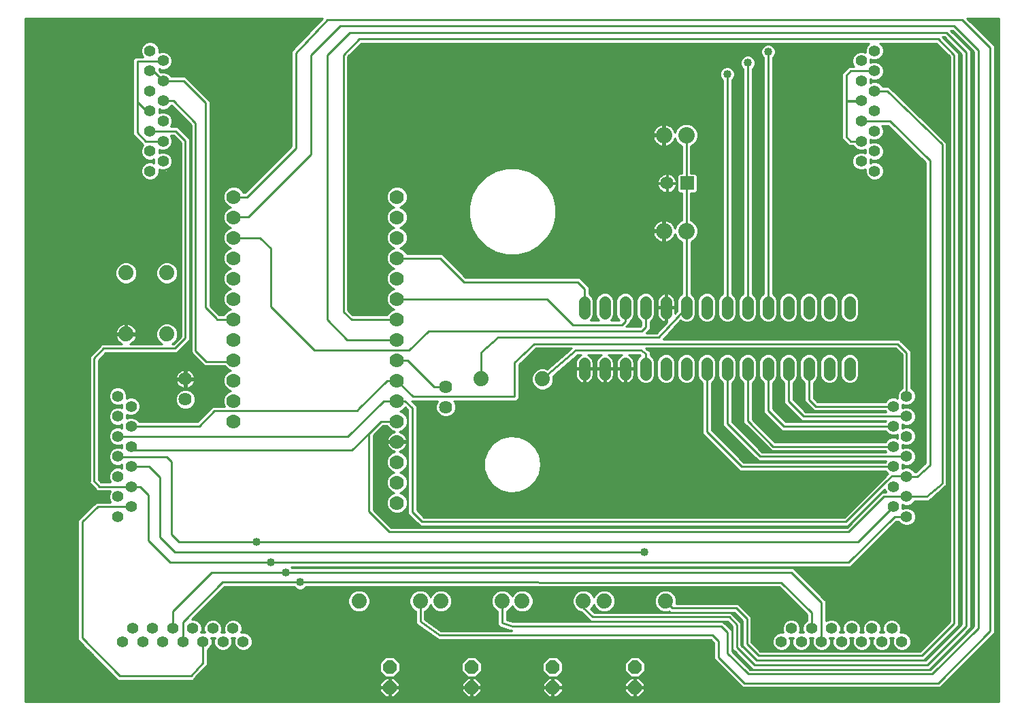
<source format=gbl>
G75*
%MOIN*%
%OFA0B0*%
%FSLAX25Y25*%
%IPPOS*%
%LPD*%
%AMOC8*
5,1,8,0,0,1.08239X$1,22.5*
%
%ADD10C,0.07000*%
%ADD11C,0.05550*%
%ADD12C,0.07400*%
%ADD13C,0.06400*%
%ADD14C,0.08000*%
%ADD15R,0.06500X0.06500*%
%ADD16C,0.06500*%
%ADD17OC8,0.06600*%
%ADD18C,0.05600*%
%ADD19C,0.01000*%
%ADD20C,0.00965*%
%ADD21C,0.00800*%
%ADD22C,0.04000*%
D10*
X0185301Y0113600D03*
X0185301Y0123600D03*
X0185301Y0133600D03*
X0185301Y0143600D03*
X0185301Y0153600D03*
X0185301Y0163600D03*
X0185301Y0173600D03*
X0185301Y0183600D03*
X0185301Y0193600D03*
X0185301Y0203600D03*
X0185301Y0213600D03*
X0185301Y0223600D03*
X0185301Y0233600D03*
X0185301Y0243600D03*
X0185301Y0253600D03*
X0185301Y0263600D03*
X0105301Y0263600D03*
X0105301Y0253600D03*
X0105301Y0243600D03*
X0105301Y0233600D03*
X0105301Y0223600D03*
X0105301Y0213600D03*
X0105301Y0203600D03*
X0105301Y0193600D03*
X0105301Y0183600D03*
X0105301Y0173600D03*
X0105301Y0163600D03*
X0105301Y0153600D03*
D11*
X0055025Y0151081D03*
X0048529Y0146160D03*
X0055025Y0141238D03*
X0048529Y0136317D03*
X0055025Y0131396D03*
X0048529Y0126475D03*
X0055025Y0121553D03*
X0048529Y0116632D03*
X0055025Y0111711D03*
X0048529Y0106789D03*
X0048529Y0156002D03*
X0055025Y0160923D03*
X0048529Y0165845D03*
X0064277Y0276160D03*
X0070773Y0281081D03*
X0064277Y0286002D03*
X0070773Y0290923D03*
X0064277Y0295845D03*
X0070773Y0300766D03*
X0064277Y0305687D03*
X0070773Y0310608D03*
X0064277Y0315530D03*
X0070773Y0320451D03*
X0064277Y0325372D03*
X0070773Y0330293D03*
X0064277Y0335215D03*
X0412742Y0330293D03*
X0419238Y0335215D03*
X0419238Y0325372D03*
X0412742Y0320451D03*
X0419238Y0315530D03*
X0412742Y0310608D03*
X0419238Y0305687D03*
X0412742Y0300766D03*
X0419238Y0295845D03*
X0412742Y0290923D03*
X0419238Y0286002D03*
X0412742Y0281081D03*
X0419238Y0276160D03*
X0434986Y0165845D03*
X0428490Y0160923D03*
X0434986Y0156002D03*
X0428490Y0151081D03*
X0434986Y0146160D03*
X0428490Y0141238D03*
X0434986Y0136317D03*
X0428490Y0131396D03*
X0434986Y0126475D03*
X0428490Y0121553D03*
X0434986Y0116632D03*
X0428490Y0111711D03*
X0434986Y0106789D03*
X0427742Y0051986D03*
X0432663Y0045490D03*
X0422820Y0045490D03*
X0417899Y0051986D03*
X0412978Y0045490D03*
X0408057Y0051986D03*
X0403135Y0045490D03*
X0398214Y0051986D03*
X0393293Y0045490D03*
X0388372Y0051986D03*
X0383450Y0045490D03*
X0378529Y0051986D03*
X0373608Y0045490D03*
X0109907Y0045490D03*
X0104986Y0051986D03*
X0100065Y0045490D03*
X0095143Y0051986D03*
X0090222Y0045490D03*
X0085301Y0051986D03*
X0080380Y0045490D03*
X0075458Y0051986D03*
X0070537Y0045490D03*
X0065616Y0051986D03*
X0060694Y0045490D03*
X0055773Y0051986D03*
X0050852Y0045490D03*
D12*
X0166718Y0065490D03*
X0196718Y0065490D03*
X0206876Y0065490D03*
X0236876Y0065490D03*
X0246639Y0065490D03*
X0276639Y0065490D03*
X0286797Y0065490D03*
X0316797Y0065490D03*
X0256600Y0174309D03*
X0226600Y0174309D03*
X0072600Y0196309D03*
X0052600Y0196309D03*
X0052600Y0226309D03*
X0072600Y0226309D03*
D13*
X0081600Y0174309D03*
X0081600Y0164309D03*
X0209200Y0160509D03*
X0209200Y0170509D03*
D14*
X0316100Y0246809D03*
X0327100Y0246809D03*
X0327100Y0293809D03*
X0316100Y0293809D03*
D15*
X0327421Y0270309D03*
D16*
X0317579Y0270309D03*
D17*
X0301797Y0033089D03*
X0301797Y0023089D03*
X0261639Y0023089D03*
X0261639Y0033089D03*
X0221876Y0033089D03*
X0221876Y0023089D03*
X0181718Y0023089D03*
X0181718Y0033089D03*
D18*
X0277151Y0176509D02*
X0277151Y0182109D01*
X0287151Y0182109D02*
X0287151Y0176509D01*
X0297151Y0176509D02*
X0297151Y0182109D01*
X0307151Y0182109D02*
X0307151Y0176509D01*
X0317151Y0176509D02*
X0317151Y0182109D01*
X0327151Y0182109D02*
X0327151Y0176509D01*
X0337151Y0176509D02*
X0337151Y0182109D01*
X0347151Y0182109D02*
X0347151Y0176509D01*
X0357151Y0176509D02*
X0357151Y0182109D01*
X0367151Y0182109D02*
X0367151Y0176509D01*
X0377151Y0176509D02*
X0377151Y0182109D01*
X0387151Y0182109D02*
X0387151Y0176509D01*
X0397151Y0176509D02*
X0397151Y0182109D01*
X0407151Y0182109D02*
X0407151Y0176509D01*
X0407151Y0206509D02*
X0407151Y0212109D01*
X0397151Y0212109D02*
X0397151Y0206509D01*
X0387151Y0206509D02*
X0387151Y0212109D01*
X0377151Y0212109D02*
X0377151Y0206509D01*
X0367151Y0206509D02*
X0367151Y0212109D01*
X0357151Y0212109D02*
X0357151Y0206509D01*
X0347151Y0206509D02*
X0347151Y0212109D01*
X0337151Y0212109D02*
X0337151Y0206509D01*
X0327151Y0206509D02*
X0327151Y0212109D01*
X0317151Y0212109D02*
X0317151Y0206509D01*
X0307151Y0206509D02*
X0307151Y0212109D01*
X0297151Y0212109D02*
X0297151Y0206509D01*
X0287151Y0206509D02*
X0287151Y0212109D01*
X0277151Y0212109D02*
X0277151Y0206509D01*
D19*
X0003300Y0351192D02*
X0003300Y0016009D01*
X0480215Y0016009D01*
X0480215Y0351192D01*
X0464679Y0351192D01*
X0478209Y0337661D01*
X0478209Y0049744D01*
X0451480Y0023015D01*
X0354665Y0023015D01*
X0340660Y0037020D01*
X0340660Y0044894D01*
X0339035Y0046519D01*
X0206519Y0046519D01*
X0205814Y0046393D01*
X0205634Y0046519D01*
X0205413Y0046519D01*
X0204907Y0047025D01*
X0196027Y0053212D01*
X0195807Y0053212D01*
X0195300Y0053718D01*
X0194713Y0054127D01*
X0194674Y0054344D01*
X0194518Y0054500D01*
X0194518Y0055216D01*
X0194392Y0055921D01*
X0194518Y0056102D01*
X0194518Y0060557D01*
X0193659Y0060912D01*
X0192140Y0062431D01*
X0191318Y0064416D01*
X0191318Y0066564D01*
X0192140Y0068549D01*
X0193659Y0070068D01*
X0195644Y0070890D01*
X0197792Y0070890D01*
X0199777Y0070068D01*
X0201296Y0068549D01*
X0201797Y0067340D01*
X0202298Y0068549D01*
X0203817Y0070068D01*
X0205801Y0070890D01*
X0207950Y0070890D01*
X0209934Y0070068D01*
X0211453Y0068549D01*
X0212276Y0066564D01*
X0212276Y0064416D01*
X0211453Y0062431D01*
X0209934Y0060912D01*
X0207950Y0060090D01*
X0205801Y0060090D01*
X0203817Y0060912D01*
X0202298Y0062431D01*
X0201797Y0063641D01*
X0201296Y0062431D01*
X0199777Y0060912D01*
X0198918Y0060557D01*
X0198918Y0056560D01*
X0207015Y0050919D01*
X0241600Y0050919D01*
X0241436Y0050967D01*
X0240846Y0050967D01*
X0240595Y0051218D01*
X0236554Y0052424D01*
X0235964Y0052424D01*
X0235713Y0052675D01*
X0235373Y0052777D01*
X0235093Y0053296D01*
X0234676Y0053713D01*
X0234676Y0054068D01*
X0234507Y0054380D01*
X0234676Y0054945D01*
X0234676Y0060557D01*
X0233817Y0060912D01*
X0232298Y0062431D01*
X0231476Y0064416D01*
X0231476Y0066564D01*
X0232298Y0068549D01*
X0233817Y0070068D01*
X0235801Y0070890D01*
X0237950Y0070890D01*
X0239934Y0070068D01*
X0241453Y0068549D01*
X0241757Y0067815D01*
X0242061Y0068549D01*
X0243581Y0070068D01*
X0245565Y0070890D01*
X0247713Y0070890D01*
X0249698Y0070068D01*
X0251217Y0068549D01*
X0252039Y0066564D01*
X0252039Y0064416D01*
X0251217Y0062431D01*
X0249698Y0060912D01*
X0247713Y0060090D01*
X0245565Y0060090D01*
X0243581Y0060912D01*
X0242061Y0062431D01*
X0241757Y0063165D01*
X0241453Y0062431D01*
X0239934Y0060912D01*
X0239076Y0060557D01*
X0239076Y0056263D01*
X0242079Y0055367D01*
X0344018Y0055367D01*
X0344878Y0055407D01*
X0344921Y0055367D01*
X0344979Y0055367D01*
X0345588Y0054758D01*
X0348162Y0052409D01*
X0348220Y0052409D01*
X0348829Y0051800D01*
X0349465Y0051220D01*
X0349467Y0051162D01*
X0349509Y0051120D01*
X0349509Y0050259D01*
X0349548Y0049399D01*
X0349509Y0049356D01*
X0349509Y0040690D01*
X0357392Y0032807D01*
X0358335Y0031863D01*
X0446643Y0031863D01*
X0467904Y0053124D01*
X0467904Y0054591D01*
X0467904Y0332296D01*
X0467904Y0334658D01*
X0457382Y0345180D01*
X0456518Y0345180D01*
X0456556Y0345142D01*
X0456556Y0345142D01*
X0466398Y0335299D01*
X0466398Y0052297D01*
X0446029Y0031928D01*
X0359564Y0031928D01*
X0358275Y0033217D01*
X0358275Y0033217D01*
X0350847Y0040645D01*
X0349558Y0041933D01*
X0349558Y0053003D01*
X0347145Y0055416D01*
X0280216Y0055416D01*
X0275728Y0059904D01*
X0275526Y0060106D01*
X0273581Y0060912D01*
X0272061Y0062431D01*
X0271239Y0064416D01*
X0271239Y0066564D01*
X0272061Y0068549D01*
X0273581Y0070068D01*
X0275565Y0070890D01*
X0277713Y0070890D01*
X0279698Y0070068D01*
X0281217Y0068549D01*
X0281718Y0067340D01*
X0282219Y0068549D01*
X0283738Y0070068D01*
X0285723Y0070890D01*
X0287871Y0070890D01*
X0289856Y0070068D01*
X0291375Y0068549D01*
X0292197Y0066564D01*
X0292197Y0064416D01*
X0291375Y0062431D01*
X0289856Y0060912D01*
X0287871Y0060090D01*
X0285723Y0060090D01*
X0283738Y0060912D01*
X0282219Y0062431D01*
X0281718Y0063641D01*
X0281217Y0062431D01*
X0280320Y0061535D01*
X0282039Y0059816D01*
X0348968Y0059816D01*
X0350257Y0058528D01*
X0353958Y0054826D01*
X0353958Y0043756D01*
X0361386Y0036328D01*
X0444207Y0036328D01*
X0461998Y0054120D01*
X0461998Y0333477D01*
X0453445Y0342030D01*
X0452581Y0342030D01*
X0460493Y0334118D01*
X0460493Y0053555D01*
X0443456Y0036519D01*
X0363296Y0036519D01*
X0363295Y0036518D01*
X0362384Y0036519D01*
X0361475Y0036519D01*
X0361474Y0036520D01*
X0361473Y0036520D01*
X0360832Y0037162D01*
X0360187Y0037807D01*
X0360187Y0037809D01*
X0355162Y0042846D01*
X0354517Y0043491D01*
X0354517Y0043492D01*
X0354515Y0043493D01*
X0354517Y0044405D01*
X0354517Y0055919D01*
X0350571Y0059865D01*
X0319311Y0059865D01*
X0318730Y0060446D01*
X0317871Y0060090D01*
X0315723Y0060090D01*
X0313738Y0060912D01*
X0312219Y0062431D01*
X0311397Y0064416D01*
X0311397Y0066564D01*
X0312219Y0068549D01*
X0313738Y0070068D01*
X0315723Y0070890D01*
X0317871Y0070890D01*
X0319856Y0070068D01*
X0321375Y0068549D01*
X0322197Y0066564D01*
X0322197Y0064416D01*
X0322134Y0064265D01*
X0352393Y0064265D01*
X0358917Y0057742D01*
X0358917Y0045312D01*
X0363299Y0040919D01*
X0441634Y0040919D01*
X0456093Y0055378D01*
X0456093Y0332296D01*
X0449508Y0338881D01*
X0421900Y0338881D01*
X0423031Y0337749D01*
X0423713Y0336105D01*
X0423713Y0334325D01*
X0423031Y0332680D01*
X0421773Y0331421D01*
X0420128Y0330740D01*
X0418348Y0330740D01*
X0417204Y0331214D01*
X0417217Y0331184D01*
X0417217Y0329403D01*
X0417204Y0329373D01*
X0418348Y0329847D01*
X0420128Y0329847D01*
X0421773Y0329166D01*
X0423031Y0327907D01*
X0423713Y0326262D01*
X0423713Y0324482D01*
X0423031Y0322837D01*
X0421773Y0321579D01*
X0420128Y0320897D01*
X0418348Y0320897D01*
X0417204Y0321371D01*
X0417217Y0321341D01*
X0417217Y0319561D01*
X0417204Y0319531D01*
X0418348Y0320004D01*
X0420128Y0320004D01*
X0421773Y0319323D01*
X0423031Y0318064D01*
X0423170Y0317730D01*
X0425363Y0317730D01*
X0426258Y0317743D01*
X0426272Y0317730D01*
X0426291Y0317730D01*
X0426924Y0317097D01*
X0453280Y0291509D01*
X0453299Y0291509D01*
X0453932Y0290876D01*
X0454574Y0290253D01*
X0454574Y0290234D01*
X0454587Y0290220D01*
X0454587Y0289325D01*
X0454601Y0288431D01*
X0454587Y0288417D01*
X0454587Y0124086D01*
X0454635Y0124033D01*
X0454587Y0123184D01*
X0454587Y0122335D01*
X0454537Y0122284D01*
X0454533Y0122213D01*
X0453899Y0121647D01*
X0453299Y0121046D01*
X0453227Y0121046D01*
X0446498Y0115033D01*
X0445897Y0114432D01*
X0445826Y0114432D01*
X0445772Y0114384D01*
X0444924Y0114432D01*
X0438918Y0114432D01*
X0438779Y0114097D01*
X0437521Y0112838D01*
X0435876Y0112157D01*
X0434096Y0112157D01*
X0432952Y0112631D01*
X0432965Y0112601D01*
X0432965Y0110821D01*
X0432952Y0110791D01*
X0434096Y0111264D01*
X0435876Y0111264D01*
X0437521Y0110583D01*
X0438779Y0109324D01*
X0439461Y0107680D01*
X0439461Y0105899D01*
X0438779Y0104255D01*
X0437521Y0102996D01*
X0435876Y0102315D01*
X0434096Y0102315D01*
X0432451Y0102996D01*
X0431192Y0104255D01*
X0431054Y0104589D01*
X0429992Y0104589D01*
X0407511Y0082109D01*
X0133398Y0082109D01*
X0133762Y0081745D01*
X0377616Y0081745D01*
X0377617Y0081746D01*
X0378523Y0081745D01*
X0379437Y0081745D01*
X0379438Y0081744D01*
X0379440Y0081744D01*
X0380078Y0081105D01*
X0380726Y0080457D01*
X0380726Y0080455D01*
X0394878Y0066268D01*
X0395526Y0065620D01*
X0395526Y0065619D01*
X0395527Y0065618D01*
X0395526Y0064712D01*
X0395526Y0055626D01*
X0395679Y0055780D01*
X0397324Y0056461D01*
X0399104Y0056461D01*
X0400749Y0055780D01*
X0402008Y0054521D01*
X0402689Y0052876D01*
X0402689Y0051096D01*
X0402215Y0049953D01*
X0402245Y0049965D01*
X0404026Y0049965D01*
X0404056Y0049953D01*
X0403582Y0051096D01*
X0403582Y0052876D01*
X0404263Y0054521D01*
X0405522Y0055780D01*
X0407167Y0056461D01*
X0408947Y0056461D01*
X0410591Y0055780D01*
X0411850Y0054521D01*
X0412531Y0052876D01*
X0412531Y0051096D01*
X0412058Y0049953D01*
X0412088Y0049965D01*
X0413868Y0049965D01*
X0413898Y0049953D01*
X0413424Y0051096D01*
X0413424Y0052876D01*
X0414106Y0054521D01*
X0415364Y0055780D01*
X0417009Y0056461D01*
X0418789Y0056461D01*
X0420434Y0055780D01*
X0421693Y0054521D01*
X0422374Y0052876D01*
X0422374Y0051096D01*
X0421900Y0049953D01*
X0421930Y0049965D01*
X0423711Y0049965D01*
X0423741Y0049953D01*
X0423267Y0051096D01*
X0423267Y0052876D01*
X0423948Y0054521D01*
X0425207Y0055780D01*
X0426852Y0056461D01*
X0428632Y0056461D01*
X0430277Y0055780D01*
X0431535Y0054521D01*
X0432217Y0052876D01*
X0432217Y0051096D01*
X0431743Y0049953D01*
X0431773Y0049965D01*
X0433553Y0049965D01*
X0435198Y0049284D01*
X0436457Y0048025D01*
X0437138Y0046380D01*
X0437138Y0044600D01*
X0436457Y0042955D01*
X0435198Y0041697D01*
X0433553Y0041015D01*
X0431773Y0041015D01*
X0430128Y0041697D01*
X0428869Y0042955D01*
X0428188Y0044600D01*
X0428188Y0046380D01*
X0428662Y0047524D01*
X0428632Y0047512D01*
X0426852Y0047512D01*
X0426822Y0047524D01*
X0427295Y0046380D01*
X0427295Y0044600D01*
X0426614Y0042955D01*
X0425355Y0041697D01*
X0423711Y0041015D01*
X0421930Y0041015D01*
X0420286Y0041697D01*
X0419027Y0042955D01*
X0418346Y0044600D01*
X0418346Y0046380D01*
X0418819Y0047524D01*
X0418789Y0047512D01*
X0417009Y0047512D01*
X0416979Y0047524D01*
X0417453Y0046380D01*
X0417453Y0044600D01*
X0416771Y0042955D01*
X0415513Y0041697D01*
X0413868Y0041015D01*
X0412088Y0041015D01*
X0410443Y0041697D01*
X0409184Y0042955D01*
X0408503Y0044600D01*
X0408503Y0046380D01*
X0408977Y0047524D01*
X0408947Y0047512D01*
X0407167Y0047512D01*
X0407137Y0047524D01*
X0407610Y0046380D01*
X0407610Y0044600D01*
X0406929Y0042955D01*
X0405670Y0041697D01*
X0404026Y0041015D01*
X0402245Y0041015D01*
X0400601Y0041697D01*
X0399342Y0042955D01*
X0398661Y0044600D01*
X0398661Y0046380D01*
X0399134Y0047524D01*
X0399104Y0047512D01*
X0397324Y0047512D01*
X0397294Y0047524D01*
X0397768Y0046380D01*
X0397768Y0044600D01*
X0397086Y0042955D01*
X0395828Y0041697D01*
X0394183Y0041015D01*
X0392403Y0041015D01*
X0390758Y0041697D01*
X0389499Y0042955D01*
X0388818Y0044600D01*
X0388818Y0046380D01*
X0389292Y0047524D01*
X0389262Y0047512D01*
X0387482Y0047512D01*
X0387451Y0047524D01*
X0387925Y0046380D01*
X0387925Y0044600D01*
X0387244Y0042955D01*
X0385985Y0041697D01*
X0384340Y0041015D01*
X0382560Y0041015D01*
X0380916Y0041697D01*
X0379657Y0042955D01*
X0378976Y0044600D01*
X0378976Y0046380D01*
X0379449Y0047524D01*
X0379419Y0047512D01*
X0377639Y0047512D01*
X0377609Y0047524D01*
X0378083Y0046380D01*
X0378083Y0044600D01*
X0377401Y0042955D01*
X0376143Y0041697D01*
X0374498Y0041015D01*
X0372718Y0041015D01*
X0371073Y0041697D01*
X0369814Y0042955D01*
X0369133Y0044600D01*
X0369133Y0046380D01*
X0369814Y0048025D01*
X0371073Y0049284D01*
X0372718Y0049965D01*
X0374498Y0049965D01*
X0374528Y0049953D01*
X0374054Y0051096D01*
X0374054Y0052876D01*
X0374736Y0054521D01*
X0375994Y0055780D01*
X0377639Y0056461D01*
X0379419Y0056461D01*
X0381064Y0055780D01*
X0382323Y0054521D01*
X0383004Y0052876D01*
X0383004Y0051096D01*
X0382530Y0049953D01*
X0382560Y0049965D01*
X0384340Y0049965D01*
X0384371Y0049953D01*
X0383897Y0051096D01*
X0383897Y0052876D01*
X0384578Y0054521D01*
X0385837Y0055780D01*
X0386172Y0055919D01*
X0386172Y0058751D01*
X0372515Y0072386D01*
X0140853Y0072409D01*
X0139916Y0071472D01*
X0138556Y0070909D01*
X0137084Y0070909D01*
X0135725Y0071472D01*
X0134788Y0072409D01*
X0100685Y0072409D01*
X0084737Y0056461D01*
X0086191Y0056461D01*
X0087836Y0055780D01*
X0089094Y0054521D01*
X0089776Y0052876D01*
X0089776Y0051096D01*
X0089302Y0049953D01*
X0089332Y0049965D01*
X0091112Y0049965D01*
X0091142Y0049953D01*
X0090669Y0051096D01*
X0090669Y0052876D01*
X0091350Y0054521D01*
X0092609Y0055780D01*
X0094253Y0056461D01*
X0096033Y0056461D01*
X0097678Y0055780D01*
X0098937Y0054521D01*
X0099618Y0052876D01*
X0099618Y0051096D01*
X0099144Y0049953D01*
X0099174Y0049965D01*
X0100955Y0049965D01*
X0100985Y0049953D01*
X0100511Y0051096D01*
X0100511Y0052876D01*
X0101192Y0054521D01*
X0102451Y0055780D01*
X0104096Y0056461D01*
X0105876Y0056461D01*
X0107521Y0055780D01*
X0108779Y0054521D01*
X0109461Y0052876D01*
X0109461Y0051096D01*
X0108987Y0049953D01*
X0109017Y0049965D01*
X0110797Y0049965D01*
X0112442Y0049284D01*
X0113701Y0048025D01*
X0114382Y0046380D01*
X0114382Y0044600D01*
X0113701Y0042955D01*
X0112442Y0041697D01*
X0110797Y0041015D01*
X0109017Y0041015D01*
X0107372Y0041697D01*
X0106114Y0042955D01*
X0105432Y0044600D01*
X0105432Y0046380D01*
X0105906Y0047524D01*
X0105876Y0047512D01*
X0104096Y0047512D01*
X0104066Y0047524D01*
X0104539Y0046380D01*
X0104539Y0044600D01*
X0103858Y0042955D01*
X0102599Y0041697D01*
X0100955Y0041015D01*
X0099174Y0041015D01*
X0097530Y0041697D01*
X0096271Y0042955D01*
X0095590Y0044600D01*
X0095590Y0046380D01*
X0096063Y0047524D01*
X0096033Y0047512D01*
X0094253Y0047512D01*
X0094223Y0047524D01*
X0094697Y0046380D01*
X0094697Y0044600D01*
X0094016Y0042955D01*
X0092757Y0041697D01*
X0092422Y0041558D01*
X0092422Y0035104D01*
X0092459Y0034240D01*
X0092422Y0034200D01*
X0092422Y0034146D01*
X0091811Y0033535D01*
X0086674Y0027940D01*
X0086674Y0027886D01*
X0086063Y0027275D01*
X0085478Y0026638D01*
X0085424Y0026636D01*
X0085385Y0026597D01*
X0084521Y0026597D01*
X0083657Y0026561D01*
X0083617Y0026597D01*
X0050378Y0026597D01*
X0050373Y0026592D01*
X0049467Y0026597D01*
X0048563Y0026597D01*
X0048558Y0026602D01*
X0048550Y0026603D01*
X0047914Y0027246D01*
X0047274Y0027886D01*
X0047274Y0027893D01*
X0029646Y0045721D01*
X0029006Y0046361D01*
X0029006Y0046369D01*
X0029001Y0046374D01*
X0029006Y0047280D01*
X0029006Y0103431D01*
X0028983Y0103455D01*
X0029006Y0104338D01*
X0029006Y0105220D01*
X0029030Y0105244D01*
X0029031Y0105277D01*
X0029671Y0105885D01*
X0030295Y0106509D01*
X0030328Y0106509D01*
X0037466Y0113286D01*
X0038090Y0113911D01*
X0038124Y0113911D01*
X0038148Y0113934D01*
X0039030Y0113911D01*
X0044922Y0113911D01*
X0044736Y0114097D01*
X0044054Y0115742D01*
X0044054Y0117522D01*
X0044736Y0119167D01*
X0044922Y0119353D01*
X0040190Y0119353D01*
X0040132Y0119302D01*
X0039289Y0119353D01*
X0038445Y0119353D01*
X0038390Y0119408D01*
X0038313Y0119412D01*
X0037753Y0120045D01*
X0037156Y0120642D01*
X0037156Y0120719D01*
X0035312Y0122801D01*
X0034715Y0123398D01*
X0034715Y0123475D01*
X0034664Y0123533D01*
X0034715Y0124376D01*
X0034715Y0184273D01*
X0034687Y0185148D01*
X0034715Y0185179D01*
X0034715Y0185220D01*
X0035334Y0185840D01*
X0039400Y0190179D01*
X0039400Y0190220D01*
X0040019Y0190839D01*
X0040618Y0191478D01*
X0040659Y0191480D01*
X0040689Y0191509D01*
X0041564Y0191509D01*
X0042439Y0191538D01*
X0042470Y0191509D01*
X0050567Y0191509D01*
X0049875Y0191862D01*
X0049212Y0192343D01*
X0048634Y0192922D01*
X0048153Y0193584D01*
X0047781Y0194313D01*
X0047528Y0195091D01*
X0047400Y0195900D01*
X0047400Y0195923D01*
X0052214Y0195923D01*
X0052214Y0196695D01*
X0047400Y0196695D01*
X0047400Y0196718D01*
X0047528Y0197527D01*
X0047781Y0198305D01*
X0048153Y0199035D01*
X0048634Y0199697D01*
X0049212Y0200275D01*
X0049875Y0200757D01*
X0050604Y0201128D01*
X0051382Y0201381D01*
X0052191Y0201509D01*
X0052214Y0201509D01*
X0052214Y0196695D01*
X0052986Y0196695D01*
X0057800Y0196695D01*
X0057800Y0196718D01*
X0057672Y0197527D01*
X0057419Y0198305D01*
X0057047Y0199035D01*
X0056566Y0199697D01*
X0055988Y0200275D01*
X0055325Y0200757D01*
X0054596Y0201128D01*
X0053818Y0201381D01*
X0053009Y0201509D01*
X0052986Y0201509D01*
X0052986Y0196695D01*
X0052986Y0195923D01*
X0057800Y0195923D01*
X0057800Y0195900D01*
X0057672Y0195091D01*
X0057419Y0194313D01*
X0057047Y0193584D01*
X0056566Y0192922D01*
X0055988Y0192343D01*
X0055325Y0191862D01*
X0054633Y0191509D01*
X0070077Y0191509D01*
X0069541Y0191731D01*
X0068022Y0193250D01*
X0067200Y0195235D01*
X0067200Y0197383D01*
X0068022Y0199368D01*
X0069541Y0200887D01*
X0071526Y0201709D01*
X0073674Y0201709D01*
X0075659Y0200887D01*
X0077178Y0199368D01*
X0078000Y0197383D01*
X0078000Y0195235D01*
X0077178Y0193250D01*
X0075659Y0191731D01*
X0075123Y0191509D01*
X0075689Y0191509D01*
X0079400Y0195220D01*
X0079400Y0290209D01*
X0075964Y0293645D01*
X0074380Y0293645D01*
X0074567Y0293458D01*
X0075248Y0291813D01*
X0075248Y0290033D01*
X0074567Y0288389D01*
X0073308Y0287130D01*
X0071663Y0286449D01*
X0069883Y0286449D01*
X0068739Y0286922D01*
X0068752Y0286892D01*
X0068752Y0285112D01*
X0068739Y0285082D01*
X0069883Y0285556D01*
X0071663Y0285556D01*
X0073308Y0284874D01*
X0074567Y0283616D01*
X0075248Y0281971D01*
X0075248Y0280191D01*
X0074567Y0278546D01*
X0073308Y0277287D01*
X0071663Y0276606D01*
X0069883Y0276606D01*
X0068739Y0277080D01*
X0068752Y0277050D01*
X0068752Y0275269D01*
X0068071Y0273625D01*
X0066812Y0272366D01*
X0065167Y0271685D01*
X0063387Y0271685D01*
X0061742Y0272366D01*
X0060484Y0273625D01*
X0059802Y0275269D01*
X0059802Y0277050D01*
X0060484Y0278694D01*
X0061742Y0279953D01*
X0063387Y0280634D01*
X0065167Y0280634D01*
X0066311Y0280161D01*
X0066298Y0280191D01*
X0066298Y0281971D01*
X0066311Y0282001D01*
X0065167Y0281527D01*
X0063387Y0281527D01*
X0061742Y0282209D01*
X0060484Y0283467D01*
X0059802Y0285112D01*
X0059802Y0286892D01*
X0060484Y0288537D01*
X0060994Y0289048D01*
X0057185Y0292857D01*
X0055896Y0294146D01*
X0055896Y0330968D01*
X0057185Y0332257D01*
X0060906Y0332257D01*
X0060484Y0332680D01*
X0059802Y0334325D01*
X0059802Y0336105D01*
X0060484Y0337749D01*
X0061742Y0339008D01*
X0063387Y0339689D01*
X0065167Y0339689D01*
X0066812Y0339008D01*
X0068071Y0337749D01*
X0068752Y0336105D01*
X0068752Y0334325D01*
X0068739Y0334294D01*
X0069883Y0334768D01*
X0071663Y0334768D01*
X0073308Y0334087D01*
X0074567Y0332828D01*
X0075248Y0331184D01*
X0075248Y0329403D01*
X0074567Y0327759D01*
X0073308Y0326500D01*
X0071663Y0325819D01*
X0069883Y0325819D01*
X0068739Y0326292D01*
X0068752Y0326262D01*
X0068752Y0325583D01*
X0069548Y0324787D01*
X0069883Y0324926D01*
X0071663Y0324926D01*
X0073308Y0324244D01*
X0074567Y0322986D01*
X0074705Y0322651D01*
X0081681Y0322651D01*
X0082969Y0321362D01*
X0092511Y0311820D01*
X0093800Y0310531D01*
X0093800Y0210220D01*
X0098220Y0205800D01*
X0100584Y0205800D01*
X0100892Y0206546D01*
X0102355Y0208009D01*
X0103784Y0208600D01*
X0102355Y0209192D01*
X0100892Y0210655D01*
X0100101Y0212566D01*
X0100101Y0214635D01*
X0100892Y0216546D01*
X0102355Y0218009D01*
X0103784Y0218600D01*
X0102355Y0219192D01*
X0100892Y0220655D01*
X0100101Y0222566D01*
X0100101Y0224635D01*
X0100892Y0226546D01*
X0102355Y0228009D01*
X0103784Y0228600D01*
X0102355Y0229192D01*
X0100892Y0230655D01*
X0100101Y0232566D01*
X0100101Y0234635D01*
X0100892Y0236546D01*
X0102355Y0238009D01*
X0103784Y0238600D01*
X0102355Y0239192D01*
X0100892Y0240655D01*
X0100101Y0242566D01*
X0100101Y0244635D01*
X0100892Y0246546D01*
X0102355Y0248009D01*
X0103784Y0248600D01*
X0102355Y0249192D01*
X0100892Y0250655D01*
X0100101Y0252566D01*
X0100101Y0254635D01*
X0100892Y0256546D01*
X0102355Y0258009D01*
X0103784Y0258600D01*
X0102355Y0259192D01*
X0100892Y0260655D01*
X0100101Y0262566D01*
X0100101Y0264635D01*
X0100892Y0266546D01*
X0102355Y0268009D01*
X0104266Y0268800D01*
X0106335Y0268800D01*
X0108246Y0268009D01*
X0109709Y0266546D01*
X0110018Y0265800D01*
X0110917Y0265800D01*
X0133546Y0288430D01*
X0133546Y0334239D01*
X0133526Y0335124D01*
X0133546Y0335146D01*
X0133546Y0335175D01*
X0134173Y0335802D01*
X0148867Y0351192D01*
X0003300Y0351192D01*
X0003300Y0350807D02*
X0148500Y0350807D01*
X0147547Y0349809D02*
X0003300Y0349809D01*
X0003300Y0348810D02*
X0146593Y0348810D01*
X0145640Y0347812D02*
X0003300Y0347812D01*
X0003300Y0346813D02*
X0144687Y0346813D01*
X0143733Y0345815D02*
X0003300Y0345815D01*
X0003300Y0344816D02*
X0142780Y0344816D01*
X0141826Y0343818D02*
X0003300Y0343818D01*
X0003300Y0342819D02*
X0140873Y0342819D01*
X0139920Y0341821D02*
X0003300Y0341821D01*
X0003300Y0340822D02*
X0138966Y0340822D01*
X0138013Y0339824D02*
X0003300Y0339824D01*
X0003300Y0338825D02*
X0061560Y0338825D01*
X0060561Y0337827D02*
X0003300Y0337827D01*
X0003300Y0336828D02*
X0060102Y0336828D01*
X0059802Y0335830D02*
X0003300Y0335830D01*
X0003300Y0334831D02*
X0059802Y0334831D01*
X0060006Y0333833D02*
X0003300Y0333833D01*
X0003300Y0332834D02*
X0060420Y0332834D01*
X0058096Y0330057D02*
X0058096Y0310057D01*
X0058096Y0295057D01*
X0062230Y0290923D01*
X0070773Y0290923D01*
X0075248Y0290897D02*
X0078712Y0290897D01*
X0079400Y0289898D02*
X0075192Y0289898D01*
X0074779Y0288900D02*
X0079400Y0288900D01*
X0079400Y0287901D02*
X0074079Y0287901D01*
X0072760Y0286903D02*
X0079400Y0286903D01*
X0079400Y0285904D02*
X0068752Y0285904D01*
X0068748Y0286903D02*
X0068787Y0286903D01*
X0073232Y0284906D02*
X0079400Y0284906D01*
X0079400Y0283907D02*
X0074275Y0283907D01*
X0074860Y0282909D02*
X0079400Y0282909D01*
X0079400Y0281910D02*
X0075248Y0281910D01*
X0075248Y0280912D02*
X0079400Y0280912D01*
X0079400Y0279913D02*
X0075133Y0279913D01*
X0074719Y0278915D02*
X0079400Y0278915D01*
X0079400Y0277916D02*
X0073937Y0277916D01*
X0072416Y0276918D02*
X0079400Y0276918D01*
X0079400Y0275919D02*
X0068752Y0275919D01*
X0068752Y0276918D02*
X0069131Y0276918D01*
X0068607Y0274921D02*
X0079400Y0274921D01*
X0079400Y0273922D02*
X0068194Y0273922D01*
X0067370Y0272924D02*
X0079400Y0272924D01*
X0079400Y0271925D02*
X0065747Y0271925D01*
X0062807Y0271925D02*
X0003300Y0271925D01*
X0003300Y0270927D02*
X0079400Y0270927D01*
X0079400Y0269928D02*
X0003300Y0269928D01*
X0003300Y0268930D02*
X0079400Y0268930D01*
X0079400Y0267931D02*
X0003300Y0267931D01*
X0003300Y0266933D02*
X0079400Y0266933D01*
X0079400Y0265934D02*
X0003300Y0265934D01*
X0003300Y0264935D02*
X0079400Y0264935D01*
X0079400Y0263937D02*
X0003300Y0263937D01*
X0003300Y0262938D02*
X0079400Y0262938D01*
X0079400Y0261940D02*
X0003300Y0261940D01*
X0003300Y0260941D02*
X0079400Y0260941D01*
X0079400Y0259943D02*
X0003300Y0259943D01*
X0003300Y0258944D02*
X0079400Y0258944D01*
X0079400Y0257946D02*
X0003300Y0257946D01*
X0003300Y0256947D02*
X0079400Y0256947D01*
X0079400Y0255949D02*
X0003300Y0255949D01*
X0003300Y0254950D02*
X0079400Y0254950D01*
X0079400Y0253952D02*
X0003300Y0253952D01*
X0003300Y0252953D02*
X0079400Y0252953D01*
X0079400Y0251955D02*
X0003300Y0251955D01*
X0003300Y0250956D02*
X0079400Y0250956D01*
X0079400Y0249958D02*
X0003300Y0249958D01*
X0003300Y0248959D02*
X0079400Y0248959D01*
X0079400Y0247961D02*
X0003300Y0247961D01*
X0003300Y0246962D02*
X0079400Y0246962D01*
X0079400Y0245964D02*
X0003300Y0245964D01*
X0003300Y0244965D02*
X0079400Y0244965D01*
X0079400Y0243967D02*
X0003300Y0243967D01*
X0003300Y0242968D02*
X0079400Y0242968D01*
X0079400Y0241970D02*
X0003300Y0241970D01*
X0003300Y0240971D02*
X0079400Y0240971D01*
X0079400Y0239973D02*
X0003300Y0239973D01*
X0003300Y0238974D02*
X0079400Y0238974D01*
X0079400Y0237976D02*
X0003300Y0237976D01*
X0003300Y0236977D02*
X0079400Y0236977D01*
X0079400Y0235979D02*
X0003300Y0235979D01*
X0003300Y0234980D02*
X0079400Y0234980D01*
X0079400Y0233982D02*
X0003300Y0233982D01*
X0003300Y0232983D02*
X0079400Y0232983D01*
X0079400Y0231985D02*
X0003300Y0231985D01*
X0003300Y0230986D02*
X0049780Y0230986D01*
X0049541Y0230887D02*
X0048022Y0229368D01*
X0047200Y0227383D01*
X0047200Y0225235D01*
X0048022Y0223250D01*
X0049541Y0221731D01*
X0051526Y0220909D01*
X0053674Y0220909D01*
X0055659Y0221731D01*
X0057178Y0223250D01*
X0058000Y0225235D01*
X0058000Y0227383D01*
X0057178Y0229368D01*
X0055659Y0230887D01*
X0053674Y0231709D01*
X0051526Y0231709D01*
X0049541Y0230887D01*
X0048642Y0229988D02*
X0003300Y0229988D01*
X0003300Y0228989D02*
X0047865Y0228989D01*
X0047452Y0227991D02*
X0003300Y0227991D01*
X0003300Y0226992D02*
X0047200Y0226992D01*
X0047200Y0225994D02*
X0003300Y0225994D01*
X0003300Y0224995D02*
X0047299Y0224995D01*
X0047713Y0223997D02*
X0003300Y0223997D01*
X0003300Y0222998D02*
X0048274Y0222998D01*
X0049273Y0222000D02*
X0003300Y0222000D01*
X0003300Y0221001D02*
X0051304Y0221001D01*
X0053896Y0221001D02*
X0071304Y0221001D01*
X0071526Y0220909D02*
X0073674Y0220909D01*
X0075659Y0221731D01*
X0077178Y0223250D01*
X0078000Y0225235D01*
X0078000Y0227383D01*
X0077178Y0229368D01*
X0075659Y0230887D01*
X0073674Y0231709D01*
X0071526Y0231709D01*
X0069541Y0230887D01*
X0068022Y0229368D01*
X0067200Y0227383D01*
X0067200Y0225235D01*
X0068022Y0223250D01*
X0069541Y0221731D01*
X0071526Y0220909D01*
X0073896Y0221001D02*
X0079400Y0221001D01*
X0079400Y0222000D02*
X0075927Y0222000D01*
X0076926Y0222998D02*
X0079400Y0222998D01*
X0079400Y0223997D02*
X0077487Y0223997D01*
X0077901Y0224995D02*
X0079400Y0224995D01*
X0079400Y0225994D02*
X0078000Y0225994D01*
X0078000Y0226992D02*
X0079400Y0226992D01*
X0079400Y0227991D02*
X0077748Y0227991D01*
X0077335Y0228989D02*
X0079400Y0228989D01*
X0079400Y0229988D02*
X0076558Y0229988D01*
X0075420Y0230986D02*
X0079400Y0230986D01*
X0083800Y0230986D02*
X0084400Y0230986D01*
X0084400Y0229988D02*
X0083800Y0229988D01*
X0083800Y0228989D02*
X0084400Y0228989D01*
X0084400Y0227991D02*
X0083800Y0227991D01*
X0083800Y0226992D02*
X0084400Y0226992D01*
X0084400Y0225994D02*
X0083800Y0225994D01*
X0083800Y0224995D02*
X0084400Y0224995D01*
X0084400Y0223997D02*
X0083800Y0223997D01*
X0083800Y0222998D02*
X0084400Y0222998D01*
X0084400Y0222000D02*
X0083800Y0222000D01*
X0083800Y0221001D02*
X0084400Y0221001D01*
X0084400Y0220002D02*
X0083800Y0220002D01*
X0083800Y0219004D02*
X0084400Y0219004D01*
X0084400Y0218005D02*
X0083800Y0218005D01*
X0083800Y0217007D02*
X0084400Y0217007D01*
X0084400Y0216008D02*
X0083800Y0216008D01*
X0083800Y0215010D02*
X0084400Y0215010D01*
X0084400Y0214011D02*
X0083800Y0214011D01*
X0083800Y0213013D02*
X0084400Y0213013D01*
X0084400Y0212014D02*
X0083800Y0212014D01*
X0083800Y0211016D02*
X0084400Y0211016D01*
X0084400Y0210017D02*
X0083800Y0210017D01*
X0083800Y0209019D02*
X0084400Y0209019D01*
X0084400Y0208020D02*
X0083800Y0208020D01*
X0083800Y0207022D02*
X0084400Y0207022D01*
X0084400Y0206023D02*
X0083800Y0206023D01*
X0083800Y0205025D02*
X0084400Y0205025D01*
X0084400Y0204026D02*
X0083800Y0204026D01*
X0083800Y0203028D02*
X0084400Y0203028D01*
X0084400Y0202029D02*
X0083800Y0202029D01*
X0083800Y0201031D02*
X0084400Y0201031D01*
X0084400Y0200032D02*
X0083800Y0200032D01*
X0083800Y0199034D02*
X0084400Y0199034D01*
X0084400Y0198035D02*
X0083800Y0198035D01*
X0083800Y0197037D02*
X0084400Y0197037D01*
X0084400Y0196038D02*
X0083800Y0196038D01*
X0083800Y0195040D02*
X0084400Y0195040D01*
X0084400Y0194041D02*
X0083800Y0194041D01*
X0083800Y0193398D02*
X0083800Y0292031D01*
X0082511Y0293320D01*
X0077787Y0298045D01*
X0074380Y0298045D01*
X0074567Y0298231D01*
X0075248Y0299876D01*
X0075248Y0301656D01*
X0074567Y0303301D01*
X0073308Y0304559D01*
X0071663Y0305241D01*
X0069883Y0305241D01*
X0068739Y0304767D01*
X0068752Y0304797D01*
X0068752Y0306577D01*
X0068739Y0306607D01*
X0069883Y0306134D01*
X0071663Y0306134D01*
X0073308Y0306815D01*
X0074567Y0308074D01*
X0074705Y0308408D01*
X0074862Y0308408D01*
X0084400Y0298870D01*
X0084400Y0187298D01*
X0089791Y0181907D01*
X0091080Y0180618D01*
X0092903Y0180618D01*
X0092985Y0180700D01*
X0100874Y0180700D01*
X0100892Y0180655D01*
X0102355Y0179192D01*
X0103784Y0178600D01*
X0102355Y0178009D01*
X0100892Y0176546D01*
X0100101Y0174635D01*
X0100101Y0172566D01*
X0100892Y0170655D01*
X0102355Y0169192D01*
X0103784Y0168600D01*
X0102355Y0168009D01*
X0100892Y0166546D01*
X0100101Y0164635D01*
X0100101Y0162566D01*
X0100787Y0160909D01*
X0095089Y0160909D01*
X0093800Y0159620D01*
X0087460Y0153281D01*
X0058957Y0153281D01*
X0058819Y0153616D01*
X0057560Y0154874D01*
X0055915Y0155556D01*
X0054135Y0155556D01*
X0052991Y0155082D01*
X0053004Y0155112D01*
X0053004Y0156892D01*
X0052991Y0156922D01*
X0054135Y0156449D01*
X0055915Y0156449D01*
X0057560Y0157130D01*
X0058819Y0158389D01*
X0059500Y0160033D01*
X0059500Y0161813D01*
X0058819Y0163458D01*
X0057560Y0164717D01*
X0055915Y0165398D01*
X0054135Y0165398D01*
X0052991Y0164924D01*
X0053004Y0164954D01*
X0053004Y0166735D01*
X0052323Y0168379D01*
X0051064Y0169638D01*
X0049419Y0170319D01*
X0047639Y0170319D01*
X0045994Y0169638D01*
X0044736Y0168379D01*
X0044054Y0166735D01*
X0044054Y0164954D01*
X0044736Y0163310D01*
X0045994Y0162051D01*
X0047639Y0161370D01*
X0049419Y0161370D01*
X0050563Y0161843D01*
X0050550Y0161813D01*
X0050550Y0160033D01*
X0050563Y0160003D01*
X0049419Y0160477D01*
X0047639Y0160477D01*
X0045994Y0159796D01*
X0044736Y0158537D01*
X0044054Y0156892D01*
X0044054Y0155112D01*
X0044736Y0153467D01*
X0045994Y0152209D01*
X0047639Y0151527D01*
X0049419Y0151527D01*
X0050563Y0152001D01*
X0050550Y0151971D01*
X0050550Y0150191D01*
X0050563Y0150161D01*
X0049419Y0150634D01*
X0047639Y0150634D01*
X0045994Y0149953D01*
X0044736Y0148694D01*
X0044054Y0147050D01*
X0044054Y0145269D01*
X0044736Y0143625D01*
X0045994Y0142366D01*
X0047639Y0141685D01*
X0049419Y0141685D01*
X0050563Y0142158D01*
X0050550Y0142128D01*
X0050550Y0140348D01*
X0050563Y0140318D01*
X0049419Y0140792D01*
X0047639Y0140792D01*
X0045994Y0140111D01*
X0044736Y0138852D01*
X0044054Y0137207D01*
X0044054Y0135427D01*
X0044736Y0133782D01*
X0045994Y0132523D01*
X0047639Y0131842D01*
X0049419Y0131842D01*
X0050563Y0132316D01*
X0050550Y0132286D01*
X0050550Y0130506D01*
X0050563Y0130476D01*
X0049419Y0130949D01*
X0047639Y0130949D01*
X0045994Y0130268D01*
X0044736Y0129009D01*
X0044054Y0127365D01*
X0044054Y0125584D01*
X0044736Y0123940D01*
X0044922Y0123753D01*
X0040346Y0123753D01*
X0039115Y0125143D01*
X0039115Y0183439D01*
X0042553Y0187109D01*
X0077511Y0187109D01*
X0078800Y0188398D01*
X0082511Y0192109D01*
X0082511Y0192109D01*
X0083800Y0193398D01*
X0083445Y0193043D02*
X0084400Y0193043D01*
X0084400Y0192044D02*
X0082446Y0192044D01*
X0081448Y0191046D02*
X0084400Y0191046D01*
X0084400Y0190047D02*
X0080449Y0190047D01*
X0079451Y0189049D02*
X0084400Y0189049D01*
X0084400Y0188050D02*
X0078452Y0188050D01*
X0076600Y0189309D02*
X0081600Y0194309D01*
X0081600Y0291120D01*
X0076876Y0295845D01*
X0064277Y0295845D01*
X0059145Y0290897D02*
X0003300Y0290897D01*
X0003300Y0291895D02*
X0058147Y0291895D01*
X0057148Y0292894D02*
X0003300Y0292894D01*
X0003300Y0293892D02*
X0056150Y0293892D01*
X0055896Y0294891D02*
X0003300Y0294891D01*
X0003300Y0295889D02*
X0055896Y0295889D01*
X0055896Y0296888D02*
X0003300Y0296888D01*
X0003300Y0297886D02*
X0055896Y0297886D01*
X0055896Y0298885D02*
X0003300Y0298885D01*
X0003300Y0299883D02*
X0055896Y0299883D01*
X0055896Y0300882D02*
X0003300Y0300882D01*
X0003300Y0301880D02*
X0055896Y0301880D01*
X0055896Y0302879D02*
X0003300Y0302879D01*
X0003300Y0303877D02*
X0055896Y0303877D01*
X0055896Y0304876D02*
X0003300Y0304876D01*
X0003300Y0305874D02*
X0055896Y0305874D01*
X0055896Y0306873D02*
X0003300Y0306873D01*
X0003300Y0307871D02*
X0055896Y0307871D01*
X0055896Y0308870D02*
X0003300Y0308870D01*
X0003300Y0309869D02*
X0055896Y0309869D01*
X0055896Y0310867D02*
X0003300Y0310867D01*
X0003300Y0311866D02*
X0055896Y0311866D01*
X0055896Y0312864D02*
X0003300Y0312864D01*
X0003300Y0313863D02*
X0055896Y0313863D01*
X0055896Y0314861D02*
X0003300Y0314861D01*
X0003300Y0315860D02*
X0055896Y0315860D01*
X0055896Y0316858D02*
X0003300Y0316858D01*
X0003300Y0317857D02*
X0055896Y0317857D01*
X0055896Y0318855D02*
X0003300Y0318855D01*
X0003300Y0319854D02*
X0055896Y0319854D01*
X0055896Y0320852D02*
X0003300Y0320852D01*
X0003300Y0321851D02*
X0055896Y0321851D01*
X0055896Y0322849D02*
X0003300Y0322849D01*
X0003300Y0323848D02*
X0055896Y0323848D01*
X0055896Y0324846D02*
X0003300Y0324846D01*
X0003300Y0325845D02*
X0055896Y0325845D01*
X0055896Y0326843D02*
X0003300Y0326843D01*
X0003300Y0327842D02*
X0055896Y0327842D01*
X0055896Y0328840D02*
X0003300Y0328840D01*
X0003300Y0329839D02*
X0055896Y0329839D01*
X0055896Y0330837D02*
X0003300Y0330837D01*
X0003300Y0331836D02*
X0056763Y0331836D01*
X0058096Y0330057D02*
X0070537Y0330057D01*
X0070773Y0330293D01*
X0074978Y0331836D02*
X0133546Y0331836D01*
X0133546Y0332834D02*
X0074561Y0332834D01*
X0073562Y0333833D02*
X0133546Y0333833D01*
X0133533Y0334831D02*
X0068752Y0334831D01*
X0068752Y0335830D02*
X0134200Y0335830D01*
X0135153Y0336828D02*
X0068452Y0336828D01*
X0067993Y0337827D02*
X0136106Y0337827D01*
X0137060Y0338825D02*
X0066995Y0338825D01*
X0075248Y0330837D02*
X0133546Y0330837D01*
X0133546Y0329839D02*
X0075248Y0329839D01*
X0075015Y0328840D02*
X0133546Y0328840D01*
X0133546Y0327842D02*
X0074601Y0327842D01*
X0073651Y0326843D02*
X0133546Y0326843D01*
X0133546Y0325845D02*
X0071726Y0325845D01*
X0071855Y0324846D02*
X0133546Y0324846D01*
X0133546Y0323848D02*
X0073705Y0323848D01*
X0074623Y0322849D02*
X0133546Y0322849D01*
X0133546Y0321851D02*
X0082481Y0321851D01*
X0083479Y0320852D02*
X0133546Y0320852D01*
X0133546Y0319854D02*
X0084478Y0319854D01*
X0085476Y0318855D02*
X0133546Y0318855D01*
X0133546Y0317857D02*
X0086475Y0317857D01*
X0087473Y0316858D02*
X0133546Y0316858D01*
X0133546Y0315860D02*
X0088472Y0315860D01*
X0089470Y0314861D02*
X0133546Y0314861D01*
X0133546Y0313863D02*
X0090469Y0313863D01*
X0091467Y0312864D02*
X0133546Y0312864D01*
X0133546Y0311866D02*
X0092466Y0311866D01*
X0093464Y0310867D02*
X0133546Y0310867D01*
X0133546Y0309869D02*
X0093800Y0309869D01*
X0093800Y0308870D02*
X0133546Y0308870D01*
X0133546Y0307871D02*
X0093800Y0307871D01*
X0093800Y0306873D02*
X0133546Y0306873D01*
X0133546Y0305874D02*
X0093800Y0305874D01*
X0093800Y0304876D02*
X0133546Y0304876D01*
X0133546Y0303877D02*
X0093800Y0303877D01*
X0093800Y0302879D02*
X0133546Y0302879D01*
X0133546Y0301880D02*
X0093800Y0301880D01*
X0093800Y0300882D02*
X0133546Y0300882D01*
X0133546Y0299883D02*
X0093800Y0299883D01*
X0093800Y0298885D02*
X0133546Y0298885D01*
X0133546Y0297886D02*
X0093800Y0297886D01*
X0093800Y0296888D02*
X0133546Y0296888D01*
X0133546Y0295889D02*
X0093800Y0295889D01*
X0093800Y0294891D02*
X0133546Y0294891D01*
X0133546Y0293892D02*
X0093800Y0293892D01*
X0093800Y0292894D02*
X0133546Y0292894D01*
X0133546Y0291895D02*
X0093800Y0291895D01*
X0093800Y0290897D02*
X0133546Y0290897D01*
X0133546Y0289898D02*
X0093800Y0289898D01*
X0093800Y0288900D02*
X0133546Y0288900D01*
X0133018Y0287901D02*
X0093800Y0287901D01*
X0093800Y0286903D02*
X0132019Y0286903D01*
X0131021Y0285904D02*
X0093800Y0285904D01*
X0093800Y0284906D02*
X0130022Y0284906D01*
X0129024Y0283907D02*
X0093800Y0283907D01*
X0093800Y0282909D02*
X0128025Y0282909D01*
X0127027Y0281910D02*
X0093800Y0281910D01*
X0093800Y0280912D02*
X0126028Y0280912D01*
X0125030Y0279913D02*
X0093800Y0279913D01*
X0093800Y0278915D02*
X0124031Y0278915D01*
X0123033Y0277916D02*
X0093800Y0277916D01*
X0093800Y0276918D02*
X0122034Y0276918D01*
X0121036Y0275919D02*
X0093800Y0275919D01*
X0093800Y0274921D02*
X0120037Y0274921D01*
X0119039Y0273922D02*
X0093800Y0273922D01*
X0093800Y0272924D02*
X0118040Y0272924D01*
X0117042Y0271925D02*
X0093800Y0271925D01*
X0093800Y0270927D02*
X0116043Y0270927D01*
X0115045Y0269928D02*
X0093800Y0269928D01*
X0093800Y0268930D02*
X0114046Y0268930D01*
X0113048Y0267931D02*
X0108324Y0267931D01*
X0109323Y0266933D02*
X0112049Y0266933D01*
X0111051Y0265934D02*
X0109963Y0265934D01*
X0111828Y0263600D02*
X0105301Y0263600D01*
X0101604Y0259943D02*
X0093800Y0259943D01*
X0093800Y0260941D02*
X0100774Y0260941D01*
X0100360Y0261940D02*
X0093800Y0261940D01*
X0093800Y0262938D02*
X0100101Y0262938D01*
X0100101Y0263937D02*
X0093800Y0263937D01*
X0093800Y0264935D02*
X0100225Y0264935D01*
X0100639Y0265934D02*
X0093800Y0265934D01*
X0093800Y0266933D02*
X0101279Y0266933D01*
X0102277Y0267931D02*
X0093800Y0267931D01*
X0093800Y0258944D02*
X0102953Y0258944D01*
X0102292Y0257946D02*
X0093800Y0257946D01*
X0093800Y0256947D02*
X0101294Y0256947D01*
X0100645Y0255949D02*
X0093800Y0255949D01*
X0093800Y0254950D02*
X0100231Y0254950D01*
X0100101Y0253952D02*
X0093800Y0253952D01*
X0093800Y0252953D02*
X0100101Y0252953D01*
X0100354Y0251955D02*
X0093800Y0251955D01*
X0093800Y0250956D02*
X0100768Y0250956D01*
X0101590Y0249958D02*
X0093800Y0249958D01*
X0093800Y0248959D02*
X0102917Y0248959D01*
X0102307Y0247961D02*
X0093800Y0247961D01*
X0093800Y0246962D02*
X0101309Y0246962D01*
X0100651Y0245964D02*
X0093800Y0245964D01*
X0093800Y0244965D02*
X0100238Y0244965D01*
X0100101Y0243967D02*
X0093800Y0243967D01*
X0093800Y0242968D02*
X0100101Y0242968D01*
X0100348Y0241970D02*
X0093800Y0241970D01*
X0093800Y0240971D02*
X0100761Y0240971D01*
X0101575Y0239973D02*
X0093800Y0239973D01*
X0093800Y0238974D02*
X0102881Y0238974D01*
X0102322Y0237976D02*
X0093800Y0237976D01*
X0093800Y0236977D02*
X0101324Y0236977D01*
X0100657Y0235979D02*
X0093800Y0235979D01*
X0093800Y0234980D02*
X0100244Y0234980D01*
X0100101Y0233982D02*
X0093800Y0233982D01*
X0093800Y0232983D02*
X0100101Y0232983D01*
X0100342Y0231985D02*
X0093800Y0231985D01*
X0093800Y0230986D02*
X0100755Y0230986D01*
X0101560Y0229988D02*
X0093800Y0229988D01*
X0093800Y0228989D02*
X0102845Y0228989D01*
X0102337Y0227991D02*
X0093800Y0227991D01*
X0093800Y0226992D02*
X0101338Y0226992D01*
X0100664Y0225994D02*
X0093800Y0225994D01*
X0093800Y0224995D02*
X0100250Y0224995D01*
X0100101Y0223997D02*
X0093800Y0223997D01*
X0093800Y0222998D02*
X0100101Y0222998D01*
X0100335Y0222000D02*
X0093800Y0222000D01*
X0093800Y0221001D02*
X0100749Y0221001D01*
X0101545Y0220002D02*
X0093800Y0220002D01*
X0093800Y0219004D02*
X0102809Y0219004D01*
X0102352Y0218005D02*
X0093800Y0218005D01*
X0093800Y0217007D02*
X0101353Y0217007D01*
X0100670Y0216008D02*
X0093800Y0216008D01*
X0093800Y0215010D02*
X0100256Y0215010D01*
X0100101Y0214011D02*
X0093800Y0214011D01*
X0093800Y0213013D02*
X0100101Y0213013D01*
X0100329Y0212014D02*
X0093800Y0212014D01*
X0093800Y0211016D02*
X0100743Y0211016D01*
X0101530Y0210017D02*
X0094003Y0210017D01*
X0095002Y0209019D02*
X0102774Y0209019D01*
X0102383Y0208020D02*
X0096000Y0208020D01*
X0096999Y0207022D02*
X0101368Y0207022D01*
X0100676Y0206023D02*
X0097997Y0206023D01*
X0096600Y0204309D02*
X0091600Y0209309D01*
X0091600Y0309620D01*
X0080769Y0320451D01*
X0070773Y0320451D01*
X0065852Y0325372D01*
X0064277Y0325372D01*
X0068752Y0325845D02*
X0069820Y0325845D01*
X0069691Y0324846D02*
X0069489Y0324846D01*
X0070773Y0310608D02*
X0075773Y0310608D01*
X0086600Y0299782D01*
X0086600Y0188209D01*
X0091991Y0182818D01*
X0091991Y0182900D01*
X0104601Y0182900D01*
X0105301Y0183600D01*
X0101485Y0180062D02*
X0039115Y0180062D01*
X0039115Y0179064D02*
X0102666Y0179064D01*
X0102491Y0178065D02*
X0084427Y0178065D01*
X0084662Y0177894D02*
X0084063Y0178329D01*
X0083404Y0178665D01*
X0082701Y0178893D01*
X0082100Y0178989D01*
X0082100Y0174809D01*
X0086279Y0174809D01*
X0086184Y0175410D01*
X0085956Y0176113D01*
X0085620Y0176772D01*
X0085185Y0177371D01*
X0084662Y0177894D01*
X0085406Y0177066D02*
X0101413Y0177066D01*
X0100694Y0176068D02*
X0085970Y0176068D01*
X0086238Y0175069D02*
X0100281Y0175069D01*
X0100101Y0174071D02*
X0082100Y0174071D01*
X0082100Y0173809D02*
X0082100Y0174809D01*
X0081100Y0174809D01*
X0081100Y0173809D01*
X0082100Y0173809D01*
X0082100Y0169630D01*
X0082701Y0169725D01*
X0083404Y0169953D01*
X0084063Y0170289D01*
X0084662Y0170724D01*
X0085185Y0171247D01*
X0085620Y0171846D01*
X0085956Y0172505D01*
X0086184Y0173209D01*
X0086279Y0173809D01*
X0082100Y0173809D01*
X0082100Y0173072D02*
X0081100Y0173072D01*
X0081100Y0173809D02*
X0081100Y0169630D01*
X0080499Y0169725D01*
X0079796Y0169953D01*
X0079137Y0170289D01*
X0078538Y0170724D01*
X0078015Y0171247D01*
X0077580Y0171846D01*
X0077244Y0172505D01*
X0077016Y0173209D01*
X0076921Y0173809D01*
X0081100Y0173809D01*
X0081100Y0174071D02*
X0039115Y0174071D01*
X0039115Y0175069D02*
X0076962Y0175069D01*
X0076921Y0174809D02*
X0081100Y0174809D01*
X0081100Y0178989D01*
X0080499Y0178893D01*
X0079796Y0178665D01*
X0079137Y0178329D01*
X0078538Y0177894D01*
X0078015Y0177371D01*
X0077580Y0176772D01*
X0077244Y0176113D01*
X0077016Y0175410D01*
X0076921Y0174809D01*
X0077230Y0176068D02*
X0039115Y0176068D01*
X0039115Y0177066D02*
X0077794Y0177066D01*
X0078773Y0178065D02*
X0039115Y0178065D01*
X0039115Y0181061D02*
X0090637Y0181061D01*
X0089639Y0182059D02*
X0039115Y0182059D01*
X0039115Y0183058D02*
X0088640Y0183058D01*
X0087642Y0184056D02*
X0039693Y0184056D01*
X0040628Y0185055D02*
X0086643Y0185055D01*
X0085645Y0186053D02*
X0041564Y0186053D01*
X0042500Y0187052D02*
X0084646Y0187052D01*
X0076600Y0189309D02*
X0041600Y0189309D01*
X0036915Y0184309D01*
X0036915Y0124309D01*
X0039356Y0121553D01*
X0055025Y0121553D01*
X0059356Y0121553D01*
X0063400Y0117509D01*
X0063400Y0095009D01*
X0074100Y0084309D01*
X0123647Y0084309D01*
X0406600Y0084309D01*
X0429080Y0106789D01*
X0434986Y0106789D01*
X0439160Y0105174D02*
X0456093Y0105174D01*
X0456093Y0106172D02*
X0439461Y0106172D01*
X0439461Y0107171D02*
X0456093Y0107171D01*
X0456093Y0108169D02*
X0439258Y0108169D01*
X0438844Y0109168D02*
X0456093Y0109168D01*
X0456093Y0110166D02*
X0437937Y0110166D01*
X0436116Y0111165D02*
X0456093Y0111165D01*
X0456093Y0112163D02*
X0435891Y0112163D01*
X0434081Y0112163D02*
X0432965Y0112163D01*
X0432965Y0111165D02*
X0433855Y0111165D01*
X0437844Y0113162D02*
X0456093Y0113162D01*
X0456093Y0114160D02*
X0438805Y0114160D01*
X0434986Y0116632D02*
X0423923Y0116632D01*
X0406600Y0099309D01*
X0181600Y0099309D01*
X0171600Y0109309D01*
X0171600Y0147459D01*
X0171503Y0147556D01*
X0177547Y0153600D01*
X0185301Y0153600D01*
X0180584Y0151400D02*
X0180892Y0150655D01*
X0182355Y0149192D01*
X0184102Y0148468D01*
X0183381Y0148234D01*
X0182680Y0147877D01*
X0182044Y0147414D01*
X0181487Y0146858D01*
X0181024Y0146221D01*
X0180667Y0145520D01*
X0180424Y0144771D01*
X0180315Y0144085D01*
X0184816Y0144085D01*
X0184816Y0143116D01*
X0180315Y0143116D01*
X0180424Y0142430D01*
X0180667Y0141681D01*
X0181024Y0140980D01*
X0181487Y0140343D01*
X0182044Y0139787D01*
X0182680Y0139324D01*
X0183381Y0138967D01*
X0184102Y0138733D01*
X0182355Y0138009D01*
X0180892Y0136546D01*
X0180101Y0134635D01*
X0180101Y0132566D01*
X0180892Y0130655D01*
X0182355Y0129192D01*
X0183784Y0128600D01*
X0182355Y0128009D01*
X0180892Y0126546D01*
X0180101Y0124635D01*
X0180101Y0122566D01*
X0180892Y0120655D01*
X0182355Y0119192D01*
X0183784Y0118600D01*
X0182355Y0118009D01*
X0180892Y0116546D01*
X0180101Y0114635D01*
X0180101Y0112566D01*
X0180892Y0110655D01*
X0182355Y0109192D01*
X0184266Y0108400D01*
X0186335Y0108400D01*
X0188246Y0109192D01*
X0189709Y0110655D01*
X0190501Y0112566D01*
X0190501Y0114635D01*
X0189709Y0116546D01*
X0188246Y0118009D01*
X0186818Y0118600D01*
X0188246Y0119192D01*
X0189709Y0120655D01*
X0190501Y0122566D01*
X0190501Y0124635D01*
X0189709Y0126546D01*
X0188246Y0128009D01*
X0186818Y0128600D01*
X0188246Y0129192D01*
X0189709Y0130655D01*
X0190501Y0132566D01*
X0190501Y0134635D01*
X0189709Y0136546D01*
X0188246Y0138009D01*
X0186499Y0138733D01*
X0187220Y0138967D01*
X0187921Y0139324D01*
X0188558Y0139787D01*
X0189115Y0140343D01*
X0189577Y0140980D01*
X0189934Y0141681D01*
X0190178Y0142430D01*
X0190286Y0143116D01*
X0185785Y0143116D01*
X0185785Y0144085D01*
X0190286Y0144085D01*
X0190178Y0144771D01*
X0189934Y0145520D01*
X0189577Y0146221D01*
X0189115Y0146858D01*
X0188558Y0147414D01*
X0187921Y0147877D01*
X0187220Y0148234D01*
X0186499Y0148468D01*
X0188246Y0149192D01*
X0189709Y0150655D01*
X0190501Y0152566D01*
X0190501Y0154635D01*
X0189709Y0156546D01*
X0188246Y0158009D01*
X0186818Y0158600D01*
X0188246Y0159192D01*
X0189430Y0160376D01*
X0190624Y0159183D01*
X0190624Y0108174D01*
X0191912Y0106886D01*
X0195400Y0103398D01*
X0195400Y0103398D01*
X0196689Y0102109D01*
X0406211Y0102109D01*
X0424235Y0120133D01*
X0424696Y0119018D01*
X0424883Y0118832D01*
X0423012Y0118832D01*
X0405689Y0101509D01*
X0182511Y0101509D01*
X0173800Y0110220D01*
X0173800Y0146742D01*
X0178459Y0151400D01*
X0180584Y0151400D01*
X0180706Y0151105D02*
X0178163Y0151105D01*
X0177165Y0150107D02*
X0181441Y0150107D01*
X0182558Y0149108D02*
X0176166Y0149108D01*
X0175168Y0148110D02*
X0183137Y0148110D01*
X0181740Y0147111D02*
X0174169Y0147111D01*
X0173800Y0146113D02*
X0180969Y0146113D01*
X0180535Y0145114D02*
X0173800Y0145114D01*
X0173800Y0144116D02*
X0180320Y0144116D01*
X0180525Y0142119D02*
X0173800Y0142119D01*
X0173800Y0143117D02*
X0184816Y0143117D01*
X0185785Y0143117D02*
X0190624Y0143117D01*
X0190624Y0142119D02*
X0190077Y0142119D01*
X0189649Y0141120D02*
X0190624Y0141120D01*
X0190624Y0140122D02*
X0188893Y0140122D01*
X0187527Y0139123D02*
X0190624Y0139123D01*
X0190624Y0138125D02*
X0187967Y0138125D01*
X0189129Y0137126D02*
X0190624Y0137126D01*
X0190624Y0136128D02*
X0189882Y0136128D01*
X0190296Y0135129D02*
X0190624Y0135129D01*
X0190624Y0134131D02*
X0190501Y0134131D01*
X0190501Y0133132D02*
X0190624Y0133132D01*
X0190624Y0132133D02*
X0190322Y0132133D01*
X0190624Y0131135D02*
X0189908Y0131135D01*
X0189191Y0130136D02*
X0190624Y0130136D01*
X0190624Y0129138D02*
X0188116Y0129138D01*
X0187931Y0128139D02*
X0190624Y0128139D01*
X0190624Y0127141D02*
X0189114Y0127141D01*
X0189876Y0126142D02*
X0190624Y0126142D01*
X0190624Y0125144D02*
X0190290Y0125144D01*
X0190501Y0124145D02*
X0190624Y0124145D01*
X0190624Y0123147D02*
X0190501Y0123147D01*
X0190624Y0122148D02*
X0190328Y0122148D01*
X0190624Y0121150D02*
X0189914Y0121150D01*
X0189206Y0120151D02*
X0190624Y0120151D01*
X0190624Y0119153D02*
X0188151Y0119153D01*
X0187895Y0118154D02*
X0190624Y0118154D01*
X0190624Y0117156D02*
X0189099Y0117156D01*
X0189870Y0116157D02*
X0190624Y0116157D01*
X0190624Y0115159D02*
X0190284Y0115159D01*
X0190501Y0114160D02*
X0190624Y0114160D01*
X0190624Y0113162D02*
X0190501Y0113162D01*
X0190624Y0112163D02*
X0190334Y0112163D01*
X0190624Y0111165D02*
X0189920Y0111165D01*
X0189220Y0110166D02*
X0190624Y0110166D01*
X0190624Y0109168D02*
X0188187Y0109168D01*
X0190629Y0108169D02*
X0175851Y0108169D01*
X0176850Y0107171D02*
X0191627Y0107171D01*
X0191912Y0106886D02*
X0191912Y0106886D01*
X0192626Y0106172D02*
X0177848Y0106172D01*
X0178847Y0105174D02*
X0193624Y0105174D01*
X0194623Y0104175D02*
X0179845Y0104175D01*
X0180844Y0103177D02*
X0195621Y0103177D01*
X0196620Y0102178D02*
X0181842Y0102178D01*
X0182414Y0109168D02*
X0174853Y0109168D01*
X0173854Y0110166D02*
X0181381Y0110166D01*
X0180681Y0111165D02*
X0173800Y0111165D01*
X0173800Y0112163D02*
X0180268Y0112163D01*
X0180101Y0113162D02*
X0173800Y0113162D01*
X0173800Y0114160D02*
X0180101Y0114160D01*
X0180318Y0115159D02*
X0173800Y0115159D01*
X0173800Y0116157D02*
X0180731Y0116157D01*
X0181502Y0117156D02*
X0173800Y0117156D01*
X0173800Y0118154D02*
X0182706Y0118154D01*
X0182450Y0119153D02*
X0173800Y0119153D01*
X0173800Y0120151D02*
X0181396Y0120151D01*
X0180687Y0121150D02*
X0173800Y0121150D01*
X0173800Y0122148D02*
X0180274Y0122148D01*
X0180101Y0123147D02*
X0173800Y0123147D01*
X0173800Y0124145D02*
X0180101Y0124145D01*
X0180312Y0125144D02*
X0173800Y0125144D01*
X0173800Y0126142D02*
X0180725Y0126142D01*
X0181487Y0127141D02*
X0173800Y0127141D01*
X0173800Y0128139D02*
X0182671Y0128139D01*
X0182486Y0129138D02*
X0173800Y0129138D01*
X0173800Y0130136D02*
X0181411Y0130136D01*
X0180694Y0131135D02*
X0173800Y0131135D01*
X0173800Y0132133D02*
X0180280Y0132133D01*
X0180101Y0133132D02*
X0173800Y0133132D01*
X0173800Y0134131D02*
X0180101Y0134131D01*
X0180305Y0135129D02*
X0173800Y0135129D01*
X0173800Y0136128D02*
X0180719Y0136128D01*
X0181472Y0137126D02*
X0173800Y0137126D01*
X0173800Y0138125D02*
X0182635Y0138125D01*
X0183075Y0139123D02*
X0173800Y0139123D01*
X0173800Y0140122D02*
X0181709Y0140122D01*
X0180953Y0141120D02*
X0173800Y0141120D01*
X0171503Y0147556D02*
X0163256Y0139309D01*
X0056954Y0139309D01*
X0055025Y0141238D01*
X0050550Y0141120D02*
X0039115Y0141120D01*
X0039115Y0140122D02*
X0046021Y0140122D01*
X0045007Y0139123D02*
X0039115Y0139123D01*
X0039115Y0138125D02*
X0044434Y0138125D01*
X0044054Y0137126D02*
X0039115Y0137126D01*
X0039115Y0136128D02*
X0044054Y0136128D01*
X0044178Y0135129D02*
X0039115Y0135129D01*
X0039115Y0134131D02*
X0044591Y0134131D01*
X0045386Y0133132D02*
X0039115Y0133132D01*
X0039115Y0132133D02*
X0046936Y0132133D01*
X0045863Y0130136D02*
X0039115Y0130136D01*
X0039115Y0129138D02*
X0044864Y0129138D01*
X0044375Y0128139D02*
X0039115Y0128139D01*
X0039115Y0127141D02*
X0044054Y0127141D01*
X0044054Y0126142D02*
X0039115Y0126142D01*
X0039115Y0125144D02*
X0044237Y0125144D01*
X0044650Y0124145D02*
X0039999Y0124145D01*
X0036774Y0121150D02*
X0003300Y0121150D01*
X0003300Y0122148D02*
X0035890Y0122148D01*
X0034966Y0123147D02*
X0003300Y0123147D01*
X0003300Y0124145D02*
X0034701Y0124145D01*
X0034715Y0125144D02*
X0003300Y0125144D01*
X0003300Y0126142D02*
X0034715Y0126142D01*
X0034715Y0127141D02*
X0003300Y0127141D01*
X0003300Y0128139D02*
X0034715Y0128139D01*
X0034715Y0129138D02*
X0003300Y0129138D01*
X0003300Y0130136D02*
X0034715Y0130136D01*
X0034715Y0131135D02*
X0003300Y0131135D01*
X0003300Y0132133D02*
X0034715Y0132133D01*
X0034715Y0133132D02*
X0003300Y0133132D01*
X0003300Y0134131D02*
X0034715Y0134131D01*
X0034715Y0135129D02*
X0003300Y0135129D01*
X0003300Y0136128D02*
X0034715Y0136128D01*
X0034715Y0137126D02*
X0003300Y0137126D01*
X0003300Y0138125D02*
X0034715Y0138125D01*
X0034715Y0139123D02*
X0003300Y0139123D01*
X0003300Y0140122D02*
X0034715Y0140122D01*
X0034715Y0141120D02*
X0003300Y0141120D01*
X0003300Y0142119D02*
X0034715Y0142119D01*
X0034715Y0143117D02*
X0003300Y0143117D01*
X0003300Y0144116D02*
X0034715Y0144116D01*
X0034715Y0145114D02*
X0003300Y0145114D01*
X0003300Y0146113D02*
X0034715Y0146113D01*
X0034715Y0147111D02*
X0003300Y0147111D01*
X0003300Y0148110D02*
X0034715Y0148110D01*
X0034715Y0149108D02*
X0003300Y0149108D01*
X0003300Y0150107D02*
X0034715Y0150107D01*
X0034715Y0151105D02*
X0003300Y0151105D01*
X0003300Y0152104D02*
X0034715Y0152104D01*
X0034715Y0153102D02*
X0003300Y0153102D01*
X0003300Y0154101D02*
X0034715Y0154101D01*
X0034715Y0155099D02*
X0003300Y0155099D01*
X0003300Y0156098D02*
X0034715Y0156098D01*
X0034715Y0157096D02*
X0003300Y0157096D01*
X0003300Y0158095D02*
X0034715Y0158095D01*
X0034715Y0159093D02*
X0003300Y0159093D01*
X0003300Y0160092D02*
X0034715Y0160092D01*
X0034715Y0161090D02*
X0003300Y0161090D01*
X0003300Y0162089D02*
X0034715Y0162089D01*
X0034715Y0163087D02*
X0003300Y0163087D01*
X0003300Y0164086D02*
X0034715Y0164086D01*
X0034715Y0165084D02*
X0003300Y0165084D01*
X0003300Y0166083D02*
X0034715Y0166083D01*
X0034715Y0167081D02*
X0003300Y0167081D01*
X0003300Y0168080D02*
X0034715Y0168080D01*
X0034715Y0169078D02*
X0003300Y0169078D01*
X0003300Y0170077D02*
X0034715Y0170077D01*
X0034715Y0171075D02*
X0003300Y0171075D01*
X0003300Y0172074D02*
X0034715Y0172074D01*
X0034715Y0173072D02*
X0003300Y0173072D01*
X0003300Y0174071D02*
X0034715Y0174071D01*
X0034715Y0175069D02*
X0003300Y0175069D01*
X0003300Y0176068D02*
X0034715Y0176068D01*
X0034715Y0177066D02*
X0003300Y0177066D01*
X0003300Y0178065D02*
X0034715Y0178065D01*
X0034715Y0179064D02*
X0003300Y0179064D01*
X0003300Y0180062D02*
X0034715Y0180062D01*
X0034715Y0181061D02*
X0003300Y0181061D01*
X0003300Y0182059D02*
X0034715Y0182059D01*
X0034715Y0183058D02*
X0003300Y0183058D01*
X0003300Y0184056D02*
X0034715Y0184056D01*
X0034690Y0185055D02*
X0003300Y0185055D01*
X0003300Y0186053D02*
X0035534Y0186053D01*
X0036470Y0187052D02*
X0003300Y0187052D01*
X0003300Y0188050D02*
X0037405Y0188050D01*
X0038341Y0189049D02*
X0003300Y0189049D01*
X0003300Y0190047D02*
X0039277Y0190047D01*
X0040212Y0191046D02*
X0003300Y0191046D01*
X0003300Y0192044D02*
X0049623Y0192044D01*
X0048546Y0193043D02*
X0003300Y0193043D01*
X0003300Y0194041D02*
X0047919Y0194041D01*
X0047545Y0195040D02*
X0003300Y0195040D01*
X0003300Y0196038D02*
X0052214Y0196038D01*
X0052600Y0196309D02*
X0030057Y0196309D01*
X0024800Y0191052D01*
X0024800Y0028309D01*
X0030020Y0023089D01*
X0040960Y0034279D02*
X0003300Y0034279D01*
X0003300Y0033281D02*
X0041947Y0033281D01*
X0042934Y0032282D02*
X0003300Y0032282D01*
X0003300Y0031284D02*
X0043922Y0031284D01*
X0044909Y0030285D02*
X0003300Y0030285D01*
X0003300Y0029287D02*
X0045896Y0029287D01*
X0046883Y0028288D02*
X0003300Y0028288D01*
X0003300Y0027290D02*
X0047870Y0027290D01*
X0049474Y0028797D02*
X0031206Y0047273D01*
X0031206Y0104309D01*
X0039002Y0111711D01*
X0055025Y0111711D01*
X0044709Y0114160D02*
X0003300Y0114160D01*
X0003300Y0113162D02*
X0037335Y0113162D01*
X0036283Y0112163D02*
X0003300Y0112163D01*
X0003300Y0111165D02*
X0035231Y0111165D01*
X0034180Y0110166D02*
X0003300Y0110166D01*
X0003300Y0109168D02*
X0033128Y0109168D01*
X0032077Y0108169D02*
X0003300Y0108169D01*
X0003300Y0107171D02*
X0031025Y0107171D01*
X0029958Y0106172D02*
X0003300Y0106172D01*
X0003300Y0105174D02*
X0029006Y0105174D01*
X0029002Y0104175D02*
X0003300Y0104175D01*
X0003300Y0103177D02*
X0029006Y0103177D01*
X0029006Y0102178D02*
X0003300Y0102178D01*
X0003300Y0101180D02*
X0029006Y0101180D01*
X0029006Y0100181D02*
X0003300Y0100181D01*
X0003300Y0099183D02*
X0029006Y0099183D01*
X0029006Y0098184D02*
X0003300Y0098184D01*
X0003300Y0097186D02*
X0029006Y0097186D01*
X0029006Y0096187D02*
X0003300Y0096187D01*
X0003300Y0095189D02*
X0029006Y0095189D01*
X0029006Y0094190D02*
X0003300Y0094190D01*
X0003300Y0093192D02*
X0029006Y0093192D01*
X0029006Y0092193D02*
X0003300Y0092193D01*
X0003300Y0091195D02*
X0029006Y0091195D01*
X0029006Y0090196D02*
X0003300Y0090196D01*
X0003300Y0089198D02*
X0029006Y0089198D01*
X0029006Y0088199D02*
X0003300Y0088199D01*
X0003300Y0087200D02*
X0029006Y0087200D01*
X0029006Y0086202D02*
X0003300Y0086202D01*
X0003300Y0085203D02*
X0029006Y0085203D01*
X0029006Y0084205D02*
X0003300Y0084205D01*
X0003300Y0083206D02*
X0029006Y0083206D01*
X0029006Y0082208D02*
X0003300Y0082208D01*
X0003300Y0081209D02*
X0029006Y0081209D01*
X0029006Y0080211D02*
X0003300Y0080211D01*
X0003300Y0079212D02*
X0029006Y0079212D01*
X0029006Y0078214D02*
X0003300Y0078214D01*
X0003300Y0077215D02*
X0029006Y0077215D01*
X0029006Y0076217D02*
X0003300Y0076217D01*
X0003300Y0075218D02*
X0029006Y0075218D01*
X0029006Y0074220D02*
X0003300Y0074220D01*
X0003300Y0073221D02*
X0029006Y0073221D01*
X0029006Y0072223D02*
X0003300Y0072223D01*
X0003300Y0071224D02*
X0029006Y0071224D01*
X0029006Y0070226D02*
X0003300Y0070226D01*
X0003300Y0069227D02*
X0029006Y0069227D01*
X0029006Y0068229D02*
X0003300Y0068229D01*
X0003300Y0067230D02*
X0029006Y0067230D01*
X0029006Y0066232D02*
X0003300Y0066232D01*
X0003300Y0065233D02*
X0029006Y0065233D01*
X0029006Y0064235D02*
X0003300Y0064235D01*
X0003300Y0063236D02*
X0029006Y0063236D01*
X0029006Y0062238D02*
X0003300Y0062238D01*
X0003300Y0061239D02*
X0029006Y0061239D01*
X0029006Y0060241D02*
X0003300Y0060241D01*
X0003300Y0059242D02*
X0029006Y0059242D01*
X0029006Y0058244D02*
X0003300Y0058244D01*
X0003300Y0057245D02*
X0029006Y0057245D01*
X0029006Y0056247D02*
X0003300Y0056247D01*
X0003300Y0055248D02*
X0029006Y0055248D01*
X0029006Y0054250D02*
X0003300Y0054250D01*
X0003300Y0053251D02*
X0029006Y0053251D01*
X0029006Y0052253D02*
X0003300Y0052253D01*
X0003300Y0051254D02*
X0029006Y0051254D01*
X0029006Y0050256D02*
X0003300Y0050256D01*
X0003300Y0049257D02*
X0029006Y0049257D01*
X0029006Y0048259D02*
X0003300Y0048259D01*
X0003300Y0047260D02*
X0029006Y0047260D01*
X0029106Y0046262D02*
X0003300Y0046262D01*
X0003300Y0045263D02*
X0030100Y0045263D01*
X0031087Y0044264D02*
X0003300Y0044264D01*
X0003300Y0043266D02*
X0032074Y0043266D01*
X0033061Y0042267D02*
X0003300Y0042267D01*
X0003300Y0041269D02*
X0034049Y0041269D01*
X0035036Y0040270D02*
X0003300Y0040270D01*
X0003300Y0039272D02*
X0036023Y0039272D01*
X0037011Y0038273D02*
X0003300Y0038273D01*
X0003300Y0037275D02*
X0037998Y0037275D01*
X0038985Y0036276D02*
X0003300Y0036276D01*
X0003300Y0035278D02*
X0039972Y0035278D01*
X0049474Y0028797D02*
X0084474Y0028797D01*
X0090222Y0035057D01*
X0090222Y0045490D01*
X0094332Y0047260D02*
X0095954Y0047260D01*
X0095590Y0046262D02*
X0094697Y0046262D01*
X0094697Y0045263D02*
X0095590Y0045263D01*
X0095729Y0044264D02*
X0094558Y0044264D01*
X0094144Y0043266D02*
X0096142Y0043266D01*
X0096959Y0042267D02*
X0093328Y0042267D01*
X0092422Y0041269D02*
X0098562Y0041269D01*
X0101567Y0041269D02*
X0108405Y0041269D01*
X0106802Y0042267D02*
X0103170Y0042267D01*
X0103987Y0043266D02*
X0105985Y0043266D01*
X0105571Y0044264D02*
X0104400Y0044264D01*
X0104539Y0045263D02*
X0105432Y0045263D01*
X0105432Y0046262D02*
X0104539Y0046262D01*
X0104175Y0047260D02*
X0105797Y0047260D01*
X0109112Y0050256D02*
X0200270Y0050256D01*
X0198837Y0051254D02*
X0109461Y0051254D01*
X0109461Y0052253D02*
X0197404Y0052253D01*
X0195767Y0053251D02*
X0109305Y0053251D01*
X0108892Y0054250D02*
X0194691Y0054250D01*
X0194512Y0055248D02*
X0108052Y0055248D01*
X0106394Y0056247D02*
X0194518Y0056247D01*
X0194518Y0057245D02*
X0085521Y0057245D01*
X0086520Y0058244D02*
X0194518Y0058244D01*
X0194518Y0059242D02*
X0087518Y0059242D01*
X0088517Y0060241D02*
X0165281Y0060241D01*
X0165644Y0060090D02*
X0167792Y0060090D01*
X0169777Y0060912D01*
X0171296Y0062431D01*
X0172118Y0064416D01*
X0172118Y0066564D01*
X0171296Y0068549D01*
X0169777Y0070068D01*
X0167792Y0070890D01*
X0165644Y0070890D01*
X0163659Y0070068D01*
X0162140Y0068549D01*
X0161318Y0066564D01*
X0161318Y0064416D01*
X0162140Y0062431D01*
X0163659Y0060912D01*
X0165644Y0060090D01*
X0168155Y0060241D02*
X0194518Y0060241D01*
X0193332Y0061239D02*
X0170104Y0061239D01*
X0171102Y0062238D02*
X0192334Y0062238D01*
X0191807Y0063236D02*
X0171629Y0063236D01*
X0172043Y0064235D02*
X0191393Y0064235D01*
X0191318Y0065233D02*
X0172118Y0065233D01*
X0172118Y0066232D02*
X0191318Y0066232D01*
X0191594Y0067230D02*
X0171842Y0067230D01*
X0171429Y0068229D02*
X0192008Y0068229D01*
X0192818Y0069227D02*
X0170618Y0069227D01*
X0169396Y0070226D02*
X0194040Y0070226D01*
X0199396Y0070226D02*
X0204197Y0070226D01*
X0202976Y0069227D02*
X0200618Y0069227D01*
X0201429Y0068229D02*
X0202165Y0068229D01*
X0196718Y0065490D02*
X0196718Y0055412D01*
X0206324Y0048719D01*
X0339946Y0048719D01*
X0342860Y0045805D01*
X0342860Y0037931D01*
X0355576Y0025215D01*
X0450569Y0025215D01*
X0476009Y0050656D01*
X0476009Y0053679D01*
X0476009Y0333207D01*
X0476009Y0336750D01*
X0462230Y0350530D01*
X0151276Y0350530D01*
X0135746Y0334264D01*
X0135746Y0287519D01*
X0111828Y0263600D01*
X0112681Y0253806D02*
X0105506Y0253806D01*
X0105301Y0253600D01*
X0112681Y0253806D02*
X0143231Y0284356D01*
X0143231Y0333105D01*
X0157462Y0347380D01*
X0458293Y0347380D01*
X0470104Y0335569D01*
X0470104Y0333207D01*
X0470104Y0053679D01*
X0470104Y0052213D01*
X0447554Y0029663D01*
X0357424Y0029663D01*
X0356480Y0030607D01*
X0357424Y0029663D01*
X0356480Y0030607D02*
X0347309Y0039778D01*
X0347309Y0050209D01*
X0344068Y0053167D01*
X0241757Y0053167D01*
X0236876Y0054624D01*
X0236876Y0065490D01*
X0240775Y0069227D02*
X0242740Y0069227D01*
X0241929Y0068229D02*
X0241586Y0068229D01*
X0239554Y0070226D02*
X0243961Y0070226D01*
X0249318Y0070226D02*
X0273961Y0070226D01*
X0272740Y0069227D02*
X0250539Y0069227D01*
X0251350Y0068229D02*
X0271929Y0068229D01*
X0271515Y0067230D02*
X0251764Y0067230D01*
X0252039Y0066232D02*
X0271239Y0066232D01*
X0271239Y0065233D02*
X0252039Y0065233D01*
X0251964Y0064235D02*
X0271315Y0064235D01*
X0271728Y0063236D02*
X0251551Y0063236D01*
X0251024Y0062238D02*
X0272255Y0062238D01*
X0273254Y0061239D02*
X0250025Y0061239D01*
X0248077Y0060241D02*
X0275202Y0060241D01*
X0276390Y0059242D02*
X0239076Y0059242D01*
X0239076Y0058244D02*
X0277389Y0058244D01*
X0278387Y0057245D02*
X0239076Y0057245D01*
X0239132Y0056247D02*
X0279386Y0056247D01*
X0281128Y0057616D02*
X0276639Y0062104D01*
X0276639Y0065490D01*
X0280539Y0069227D02*
X0282897Y0069227D01*
X0282086Y0068229D02*
X0281350Y0068229D01*
X0279318Y0070226D02*
X0284119Y0070226D01*
X0289475Y0070226D02*
X0314119Y0070226D01*
X0312897Y0069227D02*
X0290697Y0069227D01*
X0291507Y0068229D02*
X0312086Y0068229D01*
X0311673Y0067230D02*
X0291921Y0067230D01*
X0292197Y0066232D02*
X0311397Y0066232D01*
X0311397Y0065233D02*
X0292197Y0065233D01*
X0292122Y0064235D02*
X0311472Y0064235D01*
X0311886Y0063236D02*
X0291708Y0063236D01*
X0291181Y0062238D02*
X0312413Y0062238D01*
X0313411Y0061239D02*
X0290183Y0061239D01*
X0288234Y0060241D02*
X0315360Y0060241D01*
X0318234Y0060241D02*
X0318935Y0060241D01*
X0320222Y0062065D02*
X0316797Y0065490D01*
X0320222Y0062065D02*
X0351482Y0062065D01*
X0356717Y0056830D01*
X0356717Y0044402D01*
X0362387Y0038719D01*
X0442545Y0038719D01*
X0458293Y0054467D01*
X0458293Y0057616D01*
X0458293Y0333207D01*
X0450419Y0341081D01*
X0166954Y0341081D01*
X0159080Y0333207D01*
X0159080Y0207223D01*
X0163017Y0203286D01*
X0163332Y0203600D02*
X0185301Y0203600D01*
X0180584Y0205800D02*
X0163614Y0205800D01*
X0161280Y0208134D01*
X0161280Y0332296D01*
X0167866Y0338881D01*
X0416576Y0338881D01*
X0415444Y0337749D01*
X0414763Y0336105D01*
X0414763Y0334325D01*
X0414775Y0334294D01*
X0413632Y0334768D01*
X0411852Y0334768D01*
X0410207Y0334087D01*
X0408948Y0332828D01*
X0408267Y0331184D01*
X0408267Y0329403D01*
X0408948Y0327759D01*
X0409135Y0327572D01*
X0406634Y0327572D01*
X0403230Y0324168D01*
X0403230Y0311542D01*
X0403208Y0311520D01*
X0403208Y0292146D01*
X0405342Y0290012D01*
X0406630Y0288723D01*
X0408810Y0288723D01*
X0408948Y0288389D01*
X0410207Y0287130D01*
X0411852Y0286449D01*
X0413632Y0286449D01*
X0414775Y0286922D01*
X0414763Y0286892D01*
X0414763Y0285112D01*
X0414775Y0285082D01*
X0413632Y0285556D01*
X0411852Y0285556D01*
X0410207Y0284874D01*
X0408948Y0283616D01*
X0408267Y0281971D01*
X0408267Y0280191D01*
X0408948Y0278546D01*
X0410207Y0277287D01*
X0411852Y0276606D01*
X0413632Y0276606D01*
X0414775Y0277080D01*
X0414763Y0277050D01*
X0414763Y0275269D01*
X0415444Y0273625D01*
X0416703Y0272366D01*
X0418348Y0271685D01*
X0420128Y0271685D01*
X0421773Y0272366D01*
X0423031Y0273625D01*
X0423713Y0275269D01*
X0423713Y0277050D01*
X0423031Y0278694D01*
X0421773Y0279953D01*
X0420128Y0280634D01*
X0418348Y0280634D01*
X0417204Y0280161D01*
X0417217Y0280191D01*
X0417217Y0281971D01*
X0417204Y0282001D01*
X0418348Y0281527D01*
X0420128Y0281527D01*
X0421773Y0282209D01*
X0423031Y0283467D01*
X0423713Y0285112D01*
X0423713Y0286892D01*
X0423031Y0288537D01*
X0421773Y0289796D01*
X0420128Y0290477D01*
X0418348Y0290477D01*
X0417204Y0290003D01*
X0417217Y0290033D01*
X0417217Y0291813D01*
X0417204Y0291844D01*
X0418348Y0291370D01*
X0420128Y0291370D01*
X0421773Y0292051D01*
X0423031Y0293310D01*
X0423713Y0294954D01*
X0423713Y0296735D01*
X0423031Y0298379D01*
X0422845Y0298566D01*
X0425886Y0298566D01*
X0444282Y0280471D01*
X0444282Y0133201D01*
X0439468Y0128674D01*
X0438918Y0128674D01*
X0438779Y0129009D01*
X0437521Y0130268D01*
X0435876Y0130949D01*
X0434096Y0130949D01*
X0432952Y0130476D01*
X0432965Y0130506D01*
X0432965Y0132286D01*
X0432952Y0132316D01*
X0434096Y0131842D01*
X0435876Y0131842D01*
X0437521Y0132523D01*
X0438779Y0133782D01*
X0439461Y0135427D01*
X0439461Y0137207D01*
X0438779Y0138852D01*
X0437521Y0140111D01*
X0435876Y0140792D01*
X0434096Y0140792D01*
X0432952Y0140318D01*
X0432965Y0140348D01*
X0432965Y0142128D01*
X0432952Y0142158D01*
X0434096Y0141685D01*
X0435876Y0141685D01*
X0437521Y0142366D01*
X0438779Y0143625D01*
X0439461Y0145269D01*
X0439461Y0147050D01*
X0438779Y0148694D01*
X0437521Y0149953D01*
X0435876Y0150634D01*
X0434096Y0150634D01*
X0432952Y0150161D01*
X0432965Y0150191D01*
X0432965Y0151971D01*
X0432952Y0152001D01*
X0434096Y0151527D01*
X0435876Y0151527D01*
X0437521Y0152209D01*
X0438779Y0153467D01*
X0439461Y0155112D01*
X0439461Y0156892D01*
X0438779Y0158537D01*
X0437521Y0159796D01*
X0435876Y0160477D01*
X0434096Y0160477D01*
X0432952Y0160003D01*
X0432965Y0160033D01*
X0432965Y0161813D01*
X0432952Y0161844D01*
X0434096Y0161370D01*
X0435876Y0161370D01*
X0437521Y0162051D01*
X0438779Y0163310D01*
X0439461Y0164954D01*
X0439461Y0166735D01*
X0438779Y0168379D01*
X0437521Y0169638D01*
X0437186Y0169777D01*
X0437186Y0186353D01*
X0437214Y0186384D01*
X0437186Y0187259D01*
X0437186Y0188134D01*
X0437156Y0188163D01*
X0437155Y0188205D01*
X0436516Y0188804D01*
X0435897Y0189423D01*
X0435855Y0189423D01*
X0431976Y0193055D01*
X0431357Y0193674D01*
X0431315Y0193674D01*
X0431284Y0193703D01*
X0430410Y0193674D01*
X0315700Y0193674D01*
X0315738Y0193713D01*
X0315738Y0193761D01*
X0324300Y0202997D01*
X0324602Y0202694D01*
X0326256Y0202009D01*
X0328046Y0202009D01*
X0329700Y0202694D01*
X0330966Y0203960D01*
X0331651Y0205614D01*
X0331651Y0213004D01*
X0330966Y0214658D01*
X0329700Y0215924D01*
X0329351Y0216069D01*
X0329351Y0241572D01*
X0330329Y0241977D01*
X0331932Y0243580D01*
X0332800Y0245675D01*
X0332800Y0247943D01*
X0331932Y0250038D01*
X0330329Y0251641D01*
X0329300Y0252068D01*
X0329300Y0265359D01*
X0331375Y0265359D01*
X0332371Y0266355D01*
X0332371Y0274263D01*
X0331375Y0275259D01*
X0329282Y0275259D01*
X0329282Y0288543D01*
X0330329Y0288977D01*
X0331932Y0290580D01*
X0332800Y0292675D01*
X0332800Y0294943D01*
X0331932Y0297038D01*
X0330329Y0298641D01*
X0328234Y0299509D01*
X0325966Y0299509D01*
X0323871Y0298641D01*
X0322268Y0297038D01*
X0321464Y0295098D01*
X0321197Y0295920D01*
X0320804Y0296692D01*
X0320295Y0297392D01*
X0319683Y0298004D01*
X0318983Y0298513D01*
X0318211Y0298906D01*
X0317388Y0299174D01*
X0316600Y0299298D01*
X0316600Y0294309D01*
X0315600Y0294309D01*
X0315600Y0293309D01*
X0316600Y0293309D01*
X0316600Y0288320D01*
X0317388Y0288445D01*
X0318211Y0288712D01*
X0318983Y0289105D01*
X0319683Y0289614D01*
X0320295Y0290226D01*
X0320804Y0290927D01*
X0321197Y0291698D01*
X0321464Y0292520D01*
X0322268Y0290580D01*
X0323871Y0288977D01*
X0324918Y0288543D01*
X0324918Y0275259D01*
X0323467Y0275259D01*
X0322471Y0274263D01*
X0322471Y0266355D01*
X0323467Y0265359D01*
X0324900Y0265359D01*
X0324900Y0252068D01*
X0323871Y0251641D01*
X0322268Y0250038D01*
X0321464Y0248098D01*
X0321197Y0248920D01*
X0320804Y0249692D01*
X0320295Y0250392D01*
X0319683Y0251004D01*
X0318983Y0251513D01*
X0318211Y0251906D01*
X0317388Y0252174D01*
X0316600Y0252298D01*
X0316600Y0247309D01*
X0315600Y0247309D01*
X0315600Y0246309D01*
X0316600Y0246309D01*
X0316600Y0241320D01*
X0317388Y0241445D01*
X0318211Y0241712D01*
X0318983Y0242105D01*
X0319683Y0242614D01*
X0320295Y0243226D01*
X0320804Y0243927D01*
X0321197Y0244698D01*
X0321464Y0245520D01*
X0322268Y0243580D01*
X0323871Y0241977D01*
X0324951Y0241530D01*
X0324951Y0216069D01*
X0324602Y0215924D01*
X0323336Y0214658D01*
X0322651Y0213004D01*
X0322651Y0207691D01*
X0321451Y0206396D01*
X0321451Y0209009D01*
X0317451Y0209009D01*
X0317451Y0202209D01*
X0317490Y0202209D01*
X0317583Y0202224D01*
X0312578Y0196824D01*
X0307502Y0196824D01*
X0307540Y0196862D01*
X0307540Y0196916D01*
X0308739Y0198219D01*
X0309351Y0198831D01*
X0309351Y0198884D01*
X0309387Y0198923D01*
X0309351Y0199788D01*
X0309351Y0202550D01*
X0309700Y0202694D01*
X0310966Y0203960D01*
X0311651Y0205614D01*
X0311651Y0213004D01*
X0310966Y0214658D01*
X0309700Y0215924D01*
X0308046Y0216609D01*
X0306256Y0216609D01*
X0304602Y0215924D01*
X0303336Y0214658D01*
X0302651Y0213004D01*
X0302651Y0205614D01*
X0303336Y0203960D01*
X0304602Y0202694D01*
X0304951Y0202550D01*
X0304951Y0200600D01*
X0304375Y0199974D01*
X0297593Y0199974D01*
X0298036Y0200400D01*
X0298062Y0200400D01*
X0298691Y0201028D01*
X0299332Y0201644D01*
X0299333Y0201670D01*
X0299351Y0201688D01*
X0299351Y0202550D01*
X0299700Y0202694D01*
X0300966Y0203960D01*
X0301651Y0205614D01*
X0301651Y0213004D01*
X0300966Y0214658D01*
X0299700Y0215924D01*
X0298046Y0216609D01*
X0296256Y0216609D01*
X0294602Y0215924D01*
X0293336Y0214658D01*
X0292651Y0213004D01*
X0292651Y0205614D01*
X0293336Y0203960D01*
X0294173Y0203123D01*
X0290129Y0203123D01*
X0290966Y0203960D01*
X0291651Y0205614D01*
X0291651Y0213004D01*
X0290966Y0214658D01*
X0289700Y0215924D01*
X0288046Y0216609D01*
X0286256Y0216609D01*
X0284602Y0215924D01*
X0283336Y0214658D01*
X0282651Y0213004D01*
X0282651Y0205614D01*
X0283336Y0203960D01*
X0284173Y0203123D01*
X0280129Y0203123D01*
X0280966Y0203960D01*
X0281651Y0205614D01*
X0281651Y0213004D01*
X0280966Y0214658D01*
X0279700Y0215924D01*
X0279351Y0216069D01*
X0279351Y0219379D01*
X0278062Y0220668D01*
X0274696Y0224034D01*
X0219007Y0224034D01*
X0208702Y0234339D01*
X0207413Y0235628D01*
X0190089Y0235628D01*
X0189709Y0236546D01*
X0188246Y0238009D01*
X0186818Y0238600D01*
X0188246Y0239192D01*
X0189709Y0240655D01*
X0190501Y0242566D01*
X0190501Y0244635D01*
X0189709Y0246546D01*
X0188246Y0248009D01*
X0186818Y0248600D01*
X0188246Y0249192D01*
X0189709Y0250655D01*
X0190501Y0252566D01*
X0190501Y0254635D01*
X0189709Y0256546D01*
X0188246Y0258009D01*
X0186818Y0258600D01*
X0188246Y0259192D01*
X0189709Y0260655D01*
X0190501Y0262566D01*
X0190501Y0264635D01*
X0189709Y0266546D01*
X0188246Y0268009D01*
X0186335Y0268800D01*
X0184266Y0268800D01*
X0182355Y0268009D01*
X0180892Y0266546D01*
X0180101Y0264635D01*
X0180101Y0262566D01*
X0180892Y0260655D01*
X0182355Y0259192D01*
X0183784Y0258600D01*
X0182355Y0258009D01*
X0180892Y0256546D01*
X0180101Y0254635D01*
X0180101Y0252566D01*
X0180892Y0250655D01*
X0182355Y0249192D01*
X0183784Y0248600D01*
X0182355Y0248009D01*
X0180892Y0246546D01*
X0180101Y0244635D01*
X0180101Y0242566D01*
X0180892Y0240655D01*
X0182355Y0239192D01*
X0183784Y0238600D01*
X0182355Y0238009D01*
X0180892Y0236546D01*
X0180101Y0234635D01*
X0180101Y0232566D01*
X0180892Y0230655D01*
X0182355Y0229192D01*
X0183784Y0228600D01*
X0182355Y0228009D01*
X0180892Y0226546D01*
X0180101Y0224635D01*
X0180101Y0222566D01*
X0180892Y0220655D01*
X0182355Y0219192D01*
X0183784Y0218600D01*
X0182355Y0218009D01*
X0180892Y0216546D01*
X0180101Y0214635D01*
X0180101Y0212566D01*
X0180892Y0210655D01*
X0182355Y0209192D01*
X0183784Y0208600D01*
X0182355Y0208009D01*
X0180892Y0206546D01*
X0180584Y0205800D01*
X0180676Y0206023D02*
X0163391Y0206023D01*
X0162392Y0207022D02*
X0181368Y0207022D01*
X0182383Y0208020D02*
X0161394Y0208020D01*
X0161280Y0209019D02*
X0182774Y0209019D01*
X0181530Y0210017D02*
X0161280Y0210017D01*
X0161280Y0211016D02*
X0180743Y0211016D01*
X0180329Y0212014D02*
X0161280Y0212014D01*
X0161280Y0213013D02*
X0180101Y0213013D01*
X0180101Y0214011D02*
X0161280Y0214011D01*
X0161280Y0215010D02*
X0180256Y0215010D01*
X0180670Y0216008D02*
X0161280Y0216008D01*
X0161280Y0217007D02*
X0181353Y0217007D01*
X0182352Y0218005D02*
X0161280Y0218005D01*
X0161280Y0219004D02*
X0182809Y0219004D01*
X0181545Y0220002D02*
X0161280Y0220002D01*
X0161280Y0221001D02*
X0180749Y0221001D01*
X0180335Y0222000D02*
X0161280Y0222000D01*
X0161280Y0222998D02*
X0180101Y0222998D01*
X0180101Y0223997D02*
X0161280Y0223997D01*
X0161280Y0224995D02*
X0180250Y0224995D01*
X0180664Y0225994D02*
X0161280Y0225994D01*
X0161280Y0226992D02*
X0181338Y0226992D01*
X0182337Y0227991D02*
X0161280Y0227991D01*
X0161280Y0228989D02*
X0182845Y0228989D01*
X0181560Y0229988D02*
X0161280Y0229988D01*
X0161280Y0230986D02*
X0180755Y0230986D01*
X0180342Y0231985D02*
X0161280Y0231985D01*
X0161280Y0232983D02*
X0180101Y0232983D01*
X0180101Y0233982D02*
X0161280Y0233982D01*
X0161280Y0234980D02*
X0180244Y0234980D01*
X0180657Y0235979D02*
X0161280Y0235979D01*
X0161280Y0236977D02*
X0181324Y0236977D01*
X0182322Y0237976D02*
X0161280Y0237976D01*
X0161280Y0238974D02*
X0182881Y0238974D01*
X0181575Y0239973D02*
X0161280Y0239973D01*
X0161280Y0240971D02*
X0180761Y0240971D01*
X0180348Y0241970D02*
X0161280Y0241970D01*
X0161280Y0242968D02*
X0180101Y0242968D01*
X0180101Y0243967D02*
X0161280Y0243967D01*
X0161280Y0244965D02*
X0180238Y0244965D01*
X0180651Y0245964D02*
X0161280Y0245964D01*
X0161280Y0246962D02*
X0181309Y0246962D01*
X0182307Y0247961D02*
X0161280Y0247961D01*
X0161280Y0248959D02*
X0182917Y0248959D01*
X0181590Y0249958D02*
X0161280Y0249958D01*
X0161280Y0250956D02*
X0180768Y0250956D01*
X0180354Y0251955D02*
X0161280Y0251955D01*
X0161280Y0252953D02*
X0180101Y0252953D01*
X0180101Y0253952D02*
X0161280Y0253952D01*
X0161280Y0254950D02*
X0180231Y0254950D01*
X0180645Y0255949D02*
X0161280Y0255949D01*
X0161280Y0256947D02*
X0181294Y0256947D01*
X0182292Y0257946D02*
X0161280Y0257946D01*
X0161280Y0258944D02*
X0182953Y0258944D01*
X0181604Y0259943D02*
X0161280Y0259943D01*
X0161280Y0260941D02*
X0180774Y0260941D01*
X0180360Y0261940D02*
X0161280Y0261940D01*
X0161280Y0262938D02*
X0180101Y0262938D01*
X0180101Y0263937D02*
X0161280Y0263937D01*
X0161280Y0264935D02*
X0180225Y0264935D01*
X0180639Y0265934D02*
X0161280Y0265934D01*
X0161280Y0266933D02*
X0181279Y0266933D01*
X0182277Y0267931D02*
X0161280Y0267931D01*
X0161280Y0268930D02*
X0224278Y0268930D01*
X0224645Y0269566D02*
X0221830Y0264689D01*
X0220372Y0259251D01*
X0220372Y0253620D01*
X0221830Y0248181D01*
X0224645Y0243304D01*
X0228627Y0239323D01*
X0233503Y0236507D01*
X0238942Y0235050D01*
X0244573Y0235050D01*
X0250012Y0236507D01*
X0254888Y0239323D01*
X0258870Y0243304D01*
X0261685Y0248181D01*
X0263143Y0253620D01*
X0263143Y0259251D01*
X0261685Y0264689D01*
X0258870Y0269566D01*
X0254888Y0273547D01*
X0250012Y0276363D01*
X0244573Y0277820D01*
X0238942Y0277820D01*
X0233503Y0276363D01*
X0228627Y0273547D01*
X0224645Y0269566D01*
X0225007Y0269928D02*
X0161280Y0269928D01*
X0161280Y0270927D02*
X0226006Y0270927D01*
X0227004Y0271925D02*
X0161280Y0271925D01*
X0161280Y0272924D02*
X0228003Y0272924D01*
X0229276Y0273922D02*
X0161280Y0273922D01*
X0161280Y0274921D02*
X0231005Y0274921D01*
X0232735Y0275919D02*
X0161280Y0275919D01*
X0161280Y0276918D02*
X0235574Y0276918D01*
X0247941Y0276918D02*
X0324918Y0276918D01*
X0324918Y0277916D02*
X0161280Y0277916D01*
X0161280Y0278915D02*
X0324918Y0278915D01*
X0324918Y0279913D02*
X0161280Y0279913D01*
X0161280Y0280912D02*
X0324918Y0280912D01*
X0324918Y0281910D02*
X0161280Y0281910D01*
X0161280Y0282909D02*
X0324918Y0282909D01*
X0324918Y0283907D02*
X0161280Y0283907D01*
X0161280Y0284906D02*
X0324918Y0284906D01*
X0324918Y0285904D02*
X0161280Y0285904D01*
X0161280Y0286903D02*
X0324918Y0286903D01*
X0324918Y0287901D02*
X0161280Y0287901D01*
X0161280Y0288900D02*
X0313620Y0288900D01*
X0313989Y0288712D02*
X0314812Y0288445D01*
X0315600Y0288320D01*
X0315600Y0293309D01*
X0310611Y0293309D01*
X0310735Y0292521D01*
X0311003Y0291698D01*
X0311396Y0290927D01*
X0311905Y0290226D01*
X0312517Y0289614D01*
X0313217Y0289105D01*
X0313989Y0288712D01*
X0315600Y0288900D02*
X0316600Y0288900D01*
X0316600Y0289898D02*
X0315600Y0289898D01*
X0315600Y0290897D02*
X0316600Y0290897D01*
X0316600Y0291895D02*
X0315600Y0291895D01*
X0315600Y0292894D02*
X0316600Y0292894D01*
X0315600Y0293892D02*
X0161280Y0293892D01*
X0161280Y0292894D02*
X0310676Y0292894D01*
X0310939Y0291895D02*
X0161280Y0291895D01*
X0161280Y0290897D02*
X0311418Y0290897D01*
X0312233Y0289898D02*
X0161280Y0289898D01*
X0161280Y0294891D02*
X0310703Y0294891D01*
X0310735Y0295097D02*
X0310611Y0294309D01*
X0315600Y0294309D01*
X0315600Y0299298D01*
X0314812Y0299174D01*
X0313989Y0298906D01*
X0313217Y0298513D01*
X0312517Y0298004D01*
X0311905Y0297392D01*
X0311396Y0296692D01*
X0311003Y0295920D01*
X0310735Y0295097D01*
X0310993Y0295889D02*
X0161280Y0295889D01*
X0161280Y0296888D02*
X0311538Y0296888D01*
X0312399Y0297886D02*
X0161280Y0297886D01*
X0161280Y0298885D02*
X0313947Y0298885D01*
X0315600Y0298885D02*
X0316600Y0298885D01*
X0316600Y0297886D02*
X0315600Y0297886D01*
X0315600Y0296888D02*
X0316600Y0296888D01*
X0316600Y0295889D02*
X0315600Y0295889D01*
X0315600Y0294891D02*
X0316600Y0294891D01*
X0318253Y0298885D02*
X0324459Y0298885D01*
X0323116Y0297886D02*
X0319801Y0297886D01*
X0320662Y0296888D02*
X0322206Y0296888D01*
X0321792Y0295889D02*
X0321207Y0295889D01*
X0321261Y0291895D02*
X0321723Y0291895D01*
X0322137Y0290897D02*
X0320782Y0290897D01*
X0319967Y0289898D02*
X0322950Y0289898D01*
X0324057Y0288900D02*
X0318580Y0288900D01*
X0329282Y0287901D02*
X0344951Y0287901D01*
X0344951Y0286903D02*
X0329282Y0286903D01*
X0329282Y0285904D02*
X0344951Y0285904D01*
X0344951Y0284906D02*
X0329282Y0284906D01*
X0329282Y0283907D02*
X0344951Y0283907D01*
X0344951Y0282909D02*
X0329282Y0282909D01*
X0329282Y0281910D02*
X0344951Y0281910D01*
X0344951Y0280912D02*
X0329282Y0280912D01*
X0329282Y0279913D02*
X0344951Y0279913D01*
X0344951Y0278915D02*
X0329282Y0278915D01*
X0329282Y0277916D02*
X0344951Y0277916D01*
X0344951Y0276918D02*
X0329282Y0276918D01*
X0329282Y0275919D02*
X0344951Y0275919D01*
X0344951Y0274921D02*
X0331714Y0274921D01*
X0332371Y0273922D02*
X0344951Y0273922D01*
X0344951Y0272924D02*
X0332371Y0272924D01*
X0332371Y0271925D02*
X0344951Y0271925D01*
X0344951Y0270927D02*
X0332371Y0270927D01*
X0332371Y0269928D02*
X0344951Y0269928D01*
X0344951Y0268930D02*
X0332371Y0268930D01*
X0332371Y0267931D02*
X0344951Y0267931D01*
X0344951Y0266933D02*
X0332371Y0266933D01*
X0331950Y0265934D02*
X0344951Y0265934D01*
X0344951Y0264935D02*
X0329300Y0264935D01*
X0329300Y0263937D02*
X0344951Y0263937D01*
X0344951Y0262938D02*
X0329300Y0262938D01*
X0329300Y0261940D02*
X0344951Y0261940D01*
X0344951Y0260941D02*
X0329300Y0260941D01*
X0329300Y0259943D02*
X0344951Y0259943D01*
X0344951Y0258944D02*
X0329300Y0258944D01*
X0329300Y0257946D02*
X0344951Y0257946D01*
X0344951Y0256947D02*
X0329300Y0256947D01*
X0329300Y0255949D02*
X0344951Y0255949D01*
X0344951Y0254950D02*
X0329300Y0254950D01*
X0329300Y0253952D02*
X0344951Y0253952D01*
X0344951Y0252953D02*
X0329300Y0252953D01*
X0329572Y0251955D02*
X0344951Y0251955D01*
X0344951Y0250956D02*
X0331014Y0250956D01*
X0331965Y0249958D02*
X0344951Y0249958D01*
X0344951Y0248959D02*
X0332379Y0248959D01*
X0332793Y0247961D02*
X0344951Y0247961D01*
X0344951Y0246962D02*
X0332800Y0246962D01*
X0332800Y0245964D02*
X0344951Y0245964D01*
X0344951Y0244965D02*
X0332506Y0244965D01*
X0332092Y0243967D02*
X0344951Y0243967D01*
X0344951Y0242968D02*
X0331320Y0242968D01*
X0330311Y0241970D02*
X0344951Y0241970D01*
X0344951Y0240971D02*
X0329351Y0240971D01*
X0329351Y0239973D02*
X0344951Y0239973D01*
X0344951Y0238974D02*
X0329351Y0238974D01*
X0329351Y0237976D02*
X0344951Y0237976D01*
X0344951Y0236977D02*
X0329351Y0236977D01*
X0329351Y0235979D02*
X0344951Y0235979D01*
X0344951Y0234980D02*
X0329351Y0234980D01*
X0329351Y0233982D02*
X0344951Y0233982D01*
X0344951Y0232983D02*
X0329351Y0232983D01*
X0329351Y0231985D02*
X0344951Y0231985D01*
X0344951Y0230986D02*
X0329351Y0230986D01*
X0329351Y0229988D02*
X0344951Y0229988D01*
X0344951Y0228989D02*
X0329351Y0228989D01*
X0329351Y0227991D02*
X0344951Y0227991D01*
X0344951Y0226992D02*
X0329351Y0226992D01*
X0329351Y0225994D02*
X0344951Y0225994D01*
X0344951Y0224995D02*
X0329351Y0224995D01*
X0329351Y0223997D02*
X0344951Y0223997D01*
X0344951Y0222998D02*
X0329351Y0222998D01*
X0329351Y0222000D02*
X0344951Y0222000D01*
X0344951Y0221001D02*
X0329351Y0221001D01*
X0329351Y0220002D02*
X0344951Y0220002D01*
X0344951Y0219004D02*
X0329351Y0219004D01*
X0329351Y0218005D02*
X0344951Y0218005D01*
X0344951Y0217007D02*
X0329351Y0217007D01*
X0329497Y0216008D02*
X0334806Y0216008D01*
X0334602Y0215924D02*
X0333336Y0214658D01*
X0332651Y0213004D01*
X0332651Y0205614D01*
X0333336Y0203960D01*
X0334602Y0202694D01*
X0336256Y0202009D01*
X0338046Y0202009D01*
X0339700Y0202694D01*
X0340966Y0203960D01*
X0341651Y0205614D01*
X0341651Y0213004D01*
X0340966Y0214658D01*
X0339700Y0215924D01*
X0338046Y0216609D01*
X0336256Y0216609D01*
X0334602Y0215924D01*
X0333688Y0215010D02*
X0330614Y0215010D01*
X0331234Y0214011D02*
X0333068Y0214011D01*
X0332655Y0213013D02*
X0331648Y0213013D01*
X0331651Y0212014D02*
X0332651Y0212014D01*
X0332651Y0211016D02*
X0331651Y0211016D01*
X0331651Y0210017D02*
X0332651Y0210017D01*
X0332651Y0209019D02*
X0331651Y0209019D01*
X0331651Y0208020D02*
X0332651Y0208020D01*
X0332651Y0207022D02*
X0331651Y0207022D01*
X0331651Y0206023D02*
X0332651Y0206023D01*
X0332895Y0205025D02*
X0331407Y0205025D01*
X0330994Y0204026D02*
X0333309Y0204026D01*
X0334269Y0203028D02*
X0330034Y0203028D01*
X0328095Y0202029D02*
X0336207Y0202029D01*
X0338095Y0202029D02*
X0346207Y0202029D01*
X0346256Y0202009D02*
X0348046Y0202009D01*
X0349700Y0202694D01*
X0350966Y0203960D01*
X0351651Y0205614D01*
X0351651Y0213004D01*
X0350966Y0214658D01*
X0349700Y0215924D01*
X0349351Y0216069D01*
X0349351Y0320777D01*
X0350237Y0321662D01*
X0350800Y0323022D01*
X0350800Y0324494D01*
X0350237Y0325854D01*
X0349196Y0326895D01*
X0347836Y0327458D01*
X0346364Y0327458D01*
X0345004Y0326895D01*
X0343963Y0325854D01*
X0343400Y0324494D01*
X0343400Y0323022D01*
X0343963Y0321662D01*
X0344951Y0320674D01*
X0344951Y0216069D01*
X0344602Y0215924D01*
X0343336Y0214658D01*
X0342651Y0213004D01*
X0342651Y0205614D01*
X0343336Y0203960D01*
X0344602Y0202694D01*
X0346256Y0202009D01*
X0348095Y0202029D02*
X0356207Y0202029D01*
X0356256Y0202009D02*
X0358046Y0202009D01*
X0359700Y0202694D01*
X0360966Y0203960D01*
X0361651Y0205614D01*
X0361651Y0213004D01*
X0360966Y0214658D01*
X0359700Y0215924D01*
X0359351Y0216069D01*
X0359351Y0316174D01*
X0359389Y0326226D01*
X0360337Y0327174D01*
X0360900Y0328534D01*
X0360900Y0330006D01*
X0360337Y0331366D01*
X0359296Y0332406D01*
X0357936Y0332970D01*
X0356464Y0332970D01*
X0355104Y0332406D01*
X0354063Y0331366D01*
X0353500Y0330006D01*
X0353500Y0328534D01*
X0354063Y0327174D01*
X0354989Y0326248D01*
X0354955Y0317094D01*
X0354951Y0317091D01*
X0354951Y0316184D01*
X0354948Y0315276D01*
X0354951Y0315273D01*
X0354951Y0216069D01*
X0354602Y0215924D01*
X0353336Y0214658D01*
X0352651Y0213004D01*
X0352651Y0205614D01*
X0353336Y0203960D01*
X0354602Y0202694D01*
X0356256Y0202009D01*
X0358095Y0202029D02*
X0366207Y0202029D01*
X0366256Y0202009D02*
X0368046Y0202009D01*
X0369700Y0202694D01*
X0370966Y0203960D01*
X0371651Y0205614D01*
X0371651Y0213004D01*
X0370966Y0214658D01*
X0369700Y0215924D01*
X0369351Y0216069D01*
X0369351Y0322525D01*
X0369388Y0331737D01*
X0370337Y0332686D01*
X0370900Y0334046D01*
X0370900Y0335518D01*
X0370337Y0336877D01*
X0369296Y0337918D01*
X0367936Y0338482D01*
X0366464Y0338482D01*
X0365104Y0337918D01*
X0364063Y0336877D01*
X0363500Y0335518D01*
X0363500Y0334046D01*
X0364063Y0332686D01*
X0364988Y0331761D01*
X0364955Y0323443D01*
X0364951Y0323439D01*
X0364951Y0322533D01*
X0364948Y0321626D01*
X0364951Y0321622D01*
X0364951Y0216069D01*
X0364602Y0215924D01*
X0363336Y0214658D01*
X0362651Y0213004D01*
X0362651Y0205614D01*
X0363336Y0203960D01*
X0364602Y0202694D01*
X0366256Y0202009D01*
X0368095Y0202029D02*
X0376207Y0202029D01*
X0376256Y0202009D02*
X0378046Y0202009D01*
X0379700Y0202694D01*
X0380966Y0203960D01*
X0381651Y0205614D01*
X0381651Y0213004D01*
X0380966Y0214658D01*
X0379700Y0215924D01*
X0378046Y0216609D01*
X0376256Y0216609D01*
X0374602Y0215924D01*
X0373336Y0214658D01*
X0372651Y0213004D01*
X0372651Y0205614D01*
X0373336Y0203960D01*
X0374602Y0202694D01*
X0376256Y0202009D01*
X0378095Y0202029D02*
X0386207Y0202029D01*
X0386256Y0202009D02*
X0388046Y0202009D01*
X0389700Y0202694D01*
X0390966Y0203960D01*
X0391651Y0205614D01*
X0391651Y0213004D01*
X0390966Y0214658D01*
X0389700Y0215924D01*
X0388046Y0216609D01*
X0386256Y0216609D01*
X0384602Y0215924D01*
X0383336Y0214658D01*
X0382651Y0213004D01*
X0382651Y0205614D01*
X0383336Y0203960D01*
X0384602Y0202694D01*
X0386256Y0202009D01*
X0388095Y0202029D02*
X0396207Y0202029D01*
X0396256Y0202009D02*
X0398046Y0202009D01*
X0399700Y0202694D01*
X0400966Y0203960D01*
X0401651Y0205614D01*
X0401651Y0213004D01*
X0400966Y0214658D01*
X0399700Y0215924D01*
X0398046Y0216609D01*
X0396256Y0216609D01*
X0394602Y0215924D01*
X0393336Y0214658D01*
X0392651Y0213004D01*
X0392651Y0205614D01*
X0393336Y0203960D01*
X0394602Y0202694D01*
X0396256Y0202009D01*
X0398095Y0202029D02*
X0406207Y0202029D01*
X0406256Y0202009D02*
X0408046Y0202009D01*
X0409700Y0202694D01*
X0410966Y0203960D01*
X0411651Y0205614D01*
X0411651Y0213004D01*
X0410966Y0214658D01*
X0409700Y0215924D01*
X0408046Y0216609D01*
X0406256Y0216609D01*
X0404602Y0215924D01*
X0403336Y0214658D01*
X0402651Y0213004D01*
X0402651Y0205614D01*
X0403336Y0203960D01*
X0404602Y0202694D01*
X0406256Y0202009D01*
X0408095Y0202029D02*
X0444282Y0202029D01*
X0444282Y0201031D02*
X0322477Y0201031D01*
X0323403Y0202029D02*
X0326207Y0202029D01*
X0321551Y0200032D02*
X0444282Y0200032D01*
X0444282Y0199034D02*
X0320626Y0199034D01*
X0319700Y0198035D02*
X0444282Y0198035D01*
X0444282Y0197037D02*
X0318774Y0197037D01*
X0317849Y0196038D02*
X0444282Y0196038D01*
X0444282Y0195040D02*
X0316923Y0195040D01*
X0315998Y0194041D02*
X0444282Y0194041D01*
X0444282Y0193043D02*
X0431990Y0193043D01*
X0433056Y0192044D02*
X0444282Y0192044D01*
X0444282Y0191046D02*
X0434122Y0191046D01*
X0435188Y0190047D02*
X0444282Y0190047D01*
X0444282Y0189049D02*
X0436271Y0189049D01*
X0437186Y0188050D02*
X0444282Y0188050D01*
X0444282Y0187052D02*
X0437193Y0187052D01*
X0437186Y0186053D02*
X0444282Y0186053D01*
X0444282Y0185055D02*
X0437186Y0185055D01*
X0437186Y0184056D02*
X0444282Y0184056D01*
X0444282Y0183058D02*
X0437186Y0183058D01*
X0437186Y0182059D02*
X0444282Y0182059D01*
X0444282Y0181061D02*
X0437186Y0181061D01*
X0437186Y0180062D02*
X0444282Y0180062D01*
X0444282Y0179064D02*
X0437186Y0179064D01*
X0437186Y0178065D02*
X0444282Y0178065D01*
X0444282Y0177066D02*
X0437186Y0177066D01*
X0437186Y0176068D02*
X0444282Y0176068D01*
X0444282Y0175069D02*
X0437186Y0175069D01*
X0437186Y0174071D02*
X0444282Y0174071D01*
X0444282Y0173072D02*
X0437186Y0173072D01*
X0437186Y0172074D02*
X0444282Y0172074D01*
X0444282Y0171075D02*
X0437186Y0171075D01*
X0437186Y0170077D02*
X0444282Y0170077D01*
X0444282Y0169078D02*
X0438080Y0169078D01*
X0438903Y0168080D02*
X0444282Y0168080D01*
X0444282Y0167081D02*
X0439317Y0167081D01*
X0439461Y0166083D02*
X0444282Y0166083D01*
X0444282Y0165084D02*
X0439461Y0165084D01*
X0439101Y0164086D02*
X0444282Y0164086D01*
X0444282Y0163087D02*
X0438557Y0163087D01*
X0437558Y0162089D02*
X0444282Y0162089D01*
X0444282Y0161090D02*
X0432965Y0161090D01*
X0432965Y0160092D02*
X0433166Y0160092D01*
X0436806Y0160092D02*
X0444282Y0160092D01*
X0444282Y0159093D02*
X0438223Y0159093D01*
X0438962Y0158095D02*
X0444282Y0158095D01*
X0444282Y0157096D02*
X0439376Y0157096D01*
X0439461Y0156098D02*
X0444282Y0156098D01*
X0444282Y0155099D02*
X0439455Y0155099D01*
X0439042Y0154101D02*
X0444282Y0154101D01*
X0444282Y0153102D02*
X0438414Y0153102D01*
X0437268Y0152104D02*
X0444282Y0152104D01*
X0444282Y0151105D02*
X0432965Y0151105D01*
X0437150Y0150107D02*
X0444282Y0150107D01*
X0444282Y0149108D02*
X0438366Y0149108D01*
X0439022Y0148110D02*
X0444282Y0148110D01*
X0444282Y0147111D02*
X0439435Y0147111D01*
X0439461Y0146113D02*
X0444282Y0146113D01*
X0444282Y0145114D02*
X0439396Y0145114D01*
X0438983Y0144116D02*
X0444282Y0144116D01*
X0444282Y0143117D02*
X0438272Y0143117D01*
X0436923Y0142119D02*
X0444282Y0142119D01*
X0444282Y0141120D02*
X0432965Y0141120D01*
X0432965Y0142119D02*
X0433048Y0142119D01*
X0430523Y0145239D02*
X0429380Y0145713D01*
X0427600Y0145713D01*
X0425955Y0145032D01*
X0424696Y0143773D01*
X0424558Y0143438D01*
X0370582Y0143438D01*
X0359568Y0154453D01*
X0359351Y0154669D01*
X0359351Y0172550D01*
X0359700Y0172694D01*
X0360966Y0173960D01*
X0361651Y0175614D01*
X0361651Y0183004D01*
X0360966Y0184658D01*
X0359700Y0185924D01*
X0358046Y0186609D01*
X0356256Y0186609D01*
X0354602Y0185924D01*
X0353336Y0184658D01*
X0352651Y0183004D01*
X0352651Y0175614D01*
X0353336Y0173960D01*
X0354602Y0172694D01*
X0354951Y0172550D01*
X0354951Y0152847D01*
X0356456Y0151341D01*
X0368760Y0139038D01*
X0424558Y0139038D01*
X0424696Y0138704D01*
X0424883Y0138517D01*
X0364203Y0138517D01*
X0349351Y0153369D01*
X0349351Y0172550D01*
X0349700Y0172694D01*
X0350966Y0173960D01*
X0351651Y0175614D01*
X0351651Y0183004D01*
X0350966Y0184658D01*
X0349700Y0185924D01*
X0348046Y0186609D01*
X0346256Y0186609D01*
X0344602Y0185924D01*
X0343336Y0184658D01*
X0342651Y0183004D01*
X0342651Y0175614D01*
X0343336Y0173960D01*
X0344602Y0172694D01*
X0344951Y0172550D01*
X0344951Y0151547D01*
X0362381Y0134117D01*
X0424883Y0134117D01*
X0424696Y0133931D01*
X0424558Y0133596D01*
X0355121Y0133596D01*
X0339354Y0149362D01*
X0339351Y0149365D01*
X0339351Y0172550D01*
X0339700Y0172694D01*
X0340966Y0173960D01*
X0341651Y0175614D01*
X0341651Y0183004D01*
X0340966Y0184658D01*
X0339700Y0185924D01*
X0338046Y0186609D01*
X0336256Y0186609D01*
X0334602Y0185924D01*
X0333336Y0184658D01*
X0332651Y0183004D01*
X0332651Y0175614D01*
X0333336Y0173960D01*
X0334602Y0172694D01*
X0334951Y0172550D01*
X0334951Y0147536D01*
X0336240Y0146248D01*
X0336246Y0146248D01*
X0353298Y0129196D01*
X0424558Y0129196D01*
X0424696Y0128861D01*
X0425743Y0127814D01*
X0425614Y0127686D01*
X0424452Y0126524D01*
X0424404Y0126524D01*
X0423115Y0125235D01*
X0404389Y0106509D01*
X0198511Y0106509D01*
X0195024Y0109997D01*
X0195024Y0161005D01*
X0193735Y0162294D01*
X0192620Y0163409D01*
X0205170Y0163409D01*
X0205046Y0163285D01*
X0204300Y0161484D01*
X0204300Y0159534D01*
X0205046Y0157734D01*
X0206424Y0156355D01*
X0208225Y0155609D01*
X0210175Y0155609D01*
X0211976Y0156355D01*
X0213354Y0157734D01*
X0214100Y0159534D01*
X0214100Y0161484D01*
X0213354Y0163285D01*
X0213230Y0163409D01*
X0243889Y0163409D01*
X0245178Y0164698D01*
X0245178Y0181512D01*
X0253381Y0189275D01*
X0270725Y0189275D01*
X0258926Y0179191D01*
X0257674Y0179709D01*
X0255526Y0179709D01*
X0253541Y0178887D01*
X0252022Y0177368D01*
X0251200Y0175383D01*
X0251200Y0173235D01*
X0252022Y0171250D01*
X0253541Y0169731D01*
X0255526Y0168909D01*
X0257674Y0168909D01*
X0259659Y0169731D01*
X0261178Y0171250D01*
X0262000Y0173235D01*
X0262000Y0175383D01*
X0261802Y0175861D01*
X0273812Y0186125D01*
X0275595Y0186125D01*
X0275501Y0186094D01*
X0274897Y0185787D01*
X0274350Y0185389D01*
X0273871Y0184910D01*
X0273473Y0184363D01*
X0273166Y0183760D01*
X0272957Y0183116D01*
X0272851Y0182448D01*
X0272851Y0179609D01*
X0276851Y0179609D01*
X0276851Y0179009D01*
X0272851Y0179009D01*
X0272851Y0176171D01*
X0272957Y0175502D01*
X0273166Y0174859D01*
X0273473Y0174255D01*
X0273871Y0173708D01*
X0274350Y0173229D01*
X0274897Y0172831D01*
X0275501Y0172524D01*
X0276144Y0172315D01*
X0276813Y0172209D01*
X0276851Y0172209D01*
X0276851Y0179009D01*
X0277451Y0179009D01*
X0277451Y0172209D01*
X0277490Y0172209D01*
X0278158Y0172315D01*
X0278802Y0172524D01*
X0279405Y0172831D01*
X0279952Y0173229D01*
X0280431Y0173708D01*
X0280829Y0174255D01*
X0281136Y0174859D01*
X0281345Y0175502D01*
X0281451Y0176171D01*
X0281451Y0179009D01*
X0277451Y0179009D01*
X0277451Y0179609D01*
X0281451Y0179609D01*
X0281451Y0182448D01*
X0281345Y0183116D01*
X0281136Y0183760D01*
X0280829Y0184363D01*
X0280431Y0184910D01*
X0279952Y0185389D01*
X0279405Y0185787D01*
X0278802Y0186094D01*
X0278707Y0186125D01*
X0285595Y0186125D01*
X0285501Y0186094D01*
X0284897Y0185787D01*
X0284350Y0185389D01*
X0283871Y0184910D01*
X0283473Y0184363D01*
X0283166Y0183760D01*
X0282957Y0183116D01*
X0282851Y0182448D01*
X0282851Y0179609D01*
X0286851Y0179609D01*
X0286851Y0179009D01*
X0282851Y0179009D01*
X0282851Y0176171D01*
X0282957Y0175502D01*
X0283166Y0174859D01*
X0283473Y0174255D01*
X0283871Y0173708D01*
X0284350Y0173229D01*
X0284897Y0172831D01*
X0285501Y0172524D01*
X0286144Y0172315D01*
X0286813Y0172209D01*
X0286851Y0172209D01*
X0286851Y0179009D01*
X0287451Y0179009D01*
X0287451Y0172209D01*
X0287490Y0172209D01*
X0288158Y0172315D01*
X0288802Y0172524D01*
X0289405Y0172831D01*
X0289952Y0173229D01*
X0290431Y0173708D01*
X0290829Y0174255D01*
X0291136Y0174859D01*
X0291345Y0175502D01*
X0291451Y0176171D01*
X0291451Y0179009D01*
X0287451Y0179009D01*
X0287451Y0179609D01*
X0291451Y0179609D01*
X0291451Y0182448D01*
X0291345Y0183116D01*
X0291136Y0183760D01*
X0290829Y0184363D01*
X0290431Y0184910D01*
X0289952Y0185389D01*
X0289405Y0185787D01*
X0288802Y0186094D01*
X0288707Y0186125D01*
X0295595Y0186125D01*
X0295501Y0186094D01*
X0294897Y0185787D01*
X0294350Y0185389D01*
X0293871Y0184910D01*
X0293473Y0184363D01*
X0293166Y0183760D01*
X0292957Y0183116D01*
X0292851Y0182448D01*
X0292851Y0179609D01*
X0296851Y0179609D01*
X0296851Y0179009D01*
X0292851Y0179009D01*
X0292851Y0176171D01*
X0292957Y0175502D01*
X0293166Y0174859D01*
X0293473Y0174255D01*
X0293871Y0173708D01*
X0294350Y0173229D01*
X0294897Y0172831D01*
X0295501Y0172524D01*
X0296144Y0172315D01*
X0296813Y0172209D01*
X0296851Y0172209D01*
X0296851Y0179009D01*
X0297451Y0179009D01*
X0297451Y0172209D01*
X0297490Y0172209D01*
X0298158Y0172315D01*
X0298802Y0172524D01*
X0299405Y0172831D01*
X0299952Y0173229D01*
X0300431Y0173708D01*
X0300829Y0174255D01*
X0301136Y0174859D01*
X0301345Y0175502D01*
X0301451Y0176171D01*
X0301451Y0179009D01*
X0297451Y0179009D01*
X0297451Y0179609D01*
X0301451Y0179609D01*
X0301451Y0182448D01*
X0301345Y0183116D01*
X0301136Y0183760D01*
X0300829Y0184363D01*
X0300431Y0184910D01*
X0299952Y0185389D01*
X0299405Y0185787D01*
X0298802Y0186094D01*
X0298707Y0186125D01*
X0304079Y0186125D01*
X0304512Y0185834D01*
X0303336Y0184658D01*
X0302651Y0183004D01*
X0302651Y0175614D01*
X0303336Y0173960D01*
X0304602Y0172694D01*
X0306256Y0172009D01*
X0308046Y0172009D01*
X0309700Y0172694D01*
X0310966Y0173960D01*
X0311651Y0175614D01*
X0311651Y0183004D01*
X0310966Y0184658D01*
X0309700Y0185924D01*
X0309366Y0186062D01*
X0309485Y0186240D01*
X0309351Y0186924D01*
X0309351Y0187622D01*
X0309181Y0187792D01*
X0309135Y0188028D01*
X0308556Y0188417D01*
X0308062Y0188911D01*
X0307822Y0188911D01*
X0307281Y0189275D01*
X0429576Y0189275D01*
X0432786Y0186269D01*
X0432786Y0169777D01*
X0432451Y0169638D01*
X0431192Y0168379D01*
X0430511Y0166735D01*
X0430511Y0164954D01*
X0430523Y0164924D01*
X0429380Y0165398D01*
X0427600Y0165398D01*
X0425955Y0164717D01*
X0424696Y0163458D01*
X0424558Y0163123D01*
X0391330Y0163123D01*
X0389351Y0165102D01*
X0389351Y0172550D01*
X0389700Y0172694D01*
X0390966Y0173960D01*
X0391651Y0175614D01*
X0391651Y0183004D01*
X0390966Y0184658D01*
X0389700Y0185924D01*
X0388046Y0186609D01*
X0386256Y0186609D01*
X0384602Y0185924D01*
X0383336Y0184658D01*
X0382651Y0183004D01*
X0382651Y0175614D01*
X0383336Y0173960D01*
X0384602Y0172694D01*
X0384951Y0172550D01*
X0384951Y0163280D01*
X0389508Y0158723D01*
X0424558Y0158723D01*
X0424696Y0158389D01*
X0424883Y0158202D01*
X0385418Y0158202D01*
X0379351Y0164269D01*
X0379351Y0172550D01*
X0379700Y0172694D01*
X0380966Y0173960D01*
X0381651Y0175614D01*
X0381651Y0183004D01*
X0380966Y0184658D01*
X0379700Y0185924D01*
X0378046Y0186609D01*
X0376256Y0186609D01*
X0374602Y0185924D01*
X0373336Y0184658D01*
X0372651Y0183004D01*
X0372651Y0175614D01*
X0373336Y0173960D01*
X0374602Y0172694D01*
X0374951Y0172550D01*
X0374951Y0164372D01*
X0374900Y0164320D01*
X0374900Y0162498D01*
X0376189Y0161209D01*
X0383596Y0153802D01*
X0424883Y0153802D01*
X0424696Y0153616D01*
X0424558Y0153281D01*
X0375740Y0153281D01*
X0369363Y0159657D01*
X0369363Y0172555D01*
X0369700Y0172694D01*
X0370966Y0173960D01*
X0371651Y0175614D01*
X0371651Y0183004D01*
X0370966Y0184658D01*
X0369700Y0185924D01*
X0368046Y0186609D01*
X0366256Y0186609D01*
X0364602Y0185924D01*
X0363336Y0184658D01*
X0362651Y0183004D01*
X0362651Y0175614D01*
X0363336Y0173960D01*
X0364602Y0172694D01*
X0364963Y0172545D01*
X0364963Y0157835D01*
X0366252Y0156546D01*
X0373917Y0148881D01*
X0424558Y0148881D01*
X0424696Y0148546D01*
X0425955Y0147287D01*
X0427600Y0146606D01*
X0429380Y0146606D01*
X0430523Y0147080D01*
X0430511Y0147050D01*
X0430511Y0145269D01*
X0430523Y0145239D01*
X0430511Y0146113D02*
X0367908Y0146113D01*
X0366909Y0147111D02*
X0426380Y0147111D01*
X0425133Y0148110D02*
X0365911Y0148110D01*
X0364912Y0149108D02*
X0373690Y0149108D01*
X0372691Y0150107D02*
X0363914Y0150107D01*
X0362915Y0151105D02*
X0371693Y0151105D01*
X0370694Y0152104D02*
X0361917Y0152104D01*
X0360918Y0153102D02*
X0369696Y0153102D01*
X0368697Y0154101D02*
X0359920Y0154101D01*
X0359351Y0155099D02*
X0367699Y0155099D01*
X0366700Y0156098D02*
X0359351Y0156098D01*
X0359351Y0157096D02*
X0365702Y0157096D01*
X0364963Y0158095D02*
X0359351Y0158095D01*
X0359351Y0159093D02*
X0364963Y0159093D01*
X0364963Y0160092D02*
X0359351Y0160092D01*
X0359351Y0161090D02*
X0364963Y0161090D01*
X0364963Y0162089D02*
X0359351Y0162089D01*
X0359351Y0163087D02*
X0364963Y0163087D01*
X0364963Y0164086D02*
X0359351Y0164086D01*
X0359351Y0165084D02*
X0364963Y0165084D01*
X0364963Y0166083D02*
X0359351Y0166083D01*
X0359351Y0167081D02*
X0364963Y0167081D01*
X0364963Y0168080D02*
X0359351Y0168080D01*
X0359351Y0169078D02*
X0364963Y0169078D01*
X0364963Y0170077D02*
X0359351Y0170077D01*
X0359351Y0171075D02*
X0364963Y0171075D01*
X0364963Y0172074D02*
X0359351Y0172074D01*
X0360078Y0173072D02*
X0364224Y0173072D01*
X0363290Y0174071D02*
X0361012Y0174071D01*
X0361426Y0175069D02*
X0362877Y0175069D01*
X0362651Y0176068D02*
X0361651Y0176068D01*
X0361651Y0177066D02*
X0362651Y0177066D01*
X0362651Y0178065D02*
X0361651Y0178065D01*
X0361651Y0179064D02*
X0362651Y0179064D01*
X0362651Y0180062D02*
X0361651Y0180062D01*
X0361651Y0181061D02*
X0362651Y0181061D01*
X0362651Y0182059D02*
X0361651Y0182059D01*
X0361629Y0183058D02*
X0362673Y0183058D01*
X0363087Y0184056D02*
X0361216Y0184056D01*
X0360570Y0185055D02*
X0363733Y0185055D01*
X0364914Y0186053D02*
X0359389Y0186053D01*
X0354914Y0186053D02*
X0349389Y0186053D01*
X0350570Y0185055D02*
X0353733Y0185055D01*
X0353087Y0184056D02*
X0351216Y0184056D01*
X0351629Y0183058D02*
X0352673Y0183058D01*
X0352651Y0182059D02*
X0351651Y0182059D01*
X0351651Y0181061D02*
X0352651Y0181061D01*
X0352651Y0180062D02*
X0351651Y0180062D01*
X0351651Y0179064D02*
X0352651Y0179064D01*
X0352651Y0178065D02*
X0351651Y0178065D01*
X0351651Y0177066D02*
X0352651Y0177066D01*
X0352651Y0176068D02*
X0351651Y0176068D01*
X0351426Y0175069D02*
X0352877Y0175069D01*
X0353290Y0174071D02*
X0351012Y0174071D01*
X0350078Y0173072D02*
X0354224Y0173072D01*
X0354951Y0172074D02*
X0349351Y0172074D01*
X0349351Y0171075D02*
X0354951Y0171075D01*
X0354951Y0170077D02*
X0349351Y0170077D01*
X0349351Y0169078D02*
X0354951Y0169078D01*
X0354951Y0168080D02*
X0349351Y0168080D01*
X0349351Y0167081D02*
X0354951Y0167081D01*
X0354951Y0166083D02*
X0349351Y0166083D01*
X0349351Y0165084D02*
X0354951Y0165084D01*
X0354951Y0164086D02*
X0349351Y0164086D01*
X0349351Y0163087D02*
X0354951Y0163087D01*
X0354951Y0162089D02*
X0349351Y0162089D01*
X0349351Y0161090D02*
X0354951Y0161090D01*
X0354951Y0160092D02*
X0349351Y0160092D01*
X0349351Y0159093D02*
X0354951Y0159093D01*
X0354951Y0158095D02*
X0349351Y0158095D01*
X0349351Y0157096D02*
X0354951Y0157096D01*
X0354951Y0156098D02*
X0349351Y0156098D01*
X0349351Y0155099D02*
X0354951Y0155099D01*
X0354951Y0154101D02*
X0349351Y0154101D01*
X0349618Y0153102D02*
X0354951Y0153102D01*
X0355694Y0152104D02*
X0350617Y0152104D01*
X0351615Y0151105D02*
X0356693Y0151105D01*
X0357691Y0150107D02*
X0352614Y0150107D01*
X0353612Y0149108D02*
X0358690Y0149108D01*
X0359688Y0148110D02*
X0354611Y0148110D01*
X0355609Y0147111D02*
X0360687Y0147111D01*
X0361685Y0146113D02*
X0356608Y0146113D01*
X0357606Y0145114D02*
X0362684Y0145114D01*
X0363682Y0144116D02*
X0358605Y0144116D01*
X0359603Y0143117D02*
X0364681Y0143117D01*
X0365679Y0142119D02*
X0360602Y0142119D01*
X0361600Y0141120D02*
X0366678Y0141120D01*
X0367676Y0140122D02*
X0362599Y0140122D01*
X0363597Y0139123D02*
X0368675Y0139123D01*
X0369671Y0141238D02*
X0357368Y0153541D01*
X0357151Y0153758D01*
X0357151Y0179309D01*
X0347151Y0179309D02*
X0347151Y0152458D01*
X0363292Y0136317D01*
X0434986Y0136317D01*
X0438129Y0133132D02*
X0444208Y0133132D01*
X0444282Y0134131D02*
X0438924Y0134131D01*
X0439337Y0135129D02*
X0444282Y0135129D01*
X0444282Y0136128D02*
X0439461Y0136128D01*
X0439461Y0137126D02*
X0444282Y0137126D01*
X0444282Y0138125D02*
X0439081Y0138125D01*
X0438508Y0139123D02*
X0444282Y0139123D01*
X0444282Y0140122D02*
X0437494Y0140122D01*
X0436579Y0132133D02*
X0443147Y0132133D01*
X0442085Y0131135D02*
X0432965Y0131135D01*
X0432965Y0132133D02*
X0433393Y0132133D01*
X0437652Y0130136D02*
X0441023Y0130136D01*
X0439961Y0129138D02*
X0438651Y0129138D01*
X0440340Y0126475D02*
X0436600Y0126475D01*
X0436300Y0126775D01*
X0427814Y0126775D01*
X0425315Y0124275D01*
X0425315Y0124324D01*
X0405300Y0104309D01*
X0197600Y0104309D01*
X0192824Y0109086D01*
X0192824Y0160094D01*
X0189317Y0163600D01*
X0185301Y0163600D01*
X0178768Y0163600D01*
X0161327Y0146160D01*
X0048529Y0146160D01*
X0044054Y0146113D02*
X0039115Y0146113D01*
X0039115Y0147111D02*
X0044080Y0147111D01*
X0044493Y0148110D02*
X0039115Y0148110D01*
X0039115Y0149108D02*
X0045149Y0149108D01*
X0046365Y0150107D02*
X0039115Y0150107D01*
X0039115Y0151105D02*
X0050550Y0151105D01*
X0046247Y0152104D02*
X0039115Y0152104D01*
X0039115Y0153102D02*
X0045101Y0153102D01*
X0044473Y0154101D02*
X0039115Y0154101D01*
X0039115Y0155099D02*
X0044060Y0155099D01*
X0044054Y0156098D02*
X0039115Y0156098D01*
X0039115Y0157096D02*
X0044139Y0157096D01*
X0044552Y0158095D02*
X0039115Y0158095D01*
X0039115Y0159093D02*
X0045292Y0159093D01*
X0046709Y0160092D02*
X0039115Y0160092D01*
X0039115Y0161090D02*
X0050550Y0161090D01*
X0050550Y0160092D02*
X0050349Y0160092D01*
X0053004Y0156098D02*
X0090277Y0156098D01*
X0089279Y0155099D02*
X0057017Y0155099D01*
X0058334Y0154101D02*
X0088280Y0154101D01*
X0088372Y0151081D02*
X0096000Y0158709D01*
X0165685Y0158709D01*
X0166954Y0159978D01*
X0165685Y0158709D01*
X0166954Y0159978D02*
X0180576Y0173600D01*
X0185301Y0173600D01*
X0193292Y0165609D01*
X0242978Y0165609D01*
X0242978Y0179663D01*
X0242978Y0182459D01*
X0252506Y0191475D01*
X0430446Y0191475D01*
X0434986Y0187223D01*
X0434986Y0165845D01*
X0431891Y0169078D02*
X0389351Y0169078D01*
X0389351Y0168080D02*
X0431068Y0168080D01*
X0430655Y0167081D02*
X0389351Y0167081D01*
X0389351Y0166083D02*
X0430511Y0166083D01*
X0430511Y0165084D02*
X0430137Y0165084D01*
X0426842Y0165084D02*
X0389369Y0165084D01*
X0390368Y0164086D02*
X0425324Y0164086D01*
X0428490Y0160923D02*
X0390419Y0160923D01*
X0387151Y0164191D01*
X0387151Y0179309D01*
X0382651Y0179064D02*
X0381651Y0179064D01*
X0381651Y0180062D02*
X0382651Y0180062D01*
X0382651Y0181061D02*
X0381651Y0181061D01*
X0381651Y0182059D02*
X0382651Y0182059D01*
X0382673Y0183058D02*
X0381629Y0183058D01*
X0381216Y0184056D02*
X0383087Y0184056D01*
X0383733Y0185055D02*
X0380570Y0185055D01*
X0379389Y0186053D02*
X0384914Y0186053D01*
X0389389Y0186053D02*
X0394914Y0186053D01*
X0394602Y0185924D02*
X0393336Y0184658D01*
X0392651Y0183004D01*
X0392651Y0175614D01*
X0393336Y0173960D01*
X0394602Y0172694D01*
X0396256Y0172009D01*
X0398046Y0172009D01*
X0399700Y0172694D01*
X0400966Y0173960D01*
X0401651Y0175614D01*
X0401651Y0183004D01*
X0400966Y0184658D01*
X0399700Y0185924D01*
X0398046Y0186609D01*
X0396256Y0186609D01*
X0394602Y0185924D01*
X0393733Y0185055D02*
X0390570Y0185055D01*
X0391216Y0184056D02*
X0393087Y0184056D01*
X0392673Y0183058D02*
X0391629Y0183058D01*
X0391651Y0182059D02*
X0392651Y0182059D01*
X0392651Y0181061D02*
X0391651Y0181061D01*
X0391651Y0180062D02*
X0392651Y0180062D01*
X0392651Y0179064D02*
X0391651Y0179064D01*
X0391651Y0178065D02*
X0392651Y0178065D01*
X0392651Y0177066D02*
X0391651Y0177066D01*
X0391651Y0176068D02*
X0392651Y0176068D01*
X0392877Y0175069D02*
X0391426Y0175069D01*
X0391012Y0174071D02*
X0393290Y0174071D01*
X0394224Y0173072D02*
X0390078Y0173072D01*
X0389351Y0172074D02*
X0396100Y0172074D01*
X0398203Y0172074D02*
X0406100Y0172074D01*
X0406256Y0172009D02*
X0404602Y0172694D01*
X0403336Y0173960D01*
X0402651Y0175614D01*
X0402651Y0183004D01*
X0403336Y0184658D01*
X0404602Y0185924D01*
X0406256Y0186609D01*
X0408046Y0186609D01*
X0409700Y0185924D01*
X0410966Y0184658D01*
X0411651Y0183004D01*
X0411651Y0175614D01*
X0410966Y0173960D01*
X0409700Y0172694D01*
X0408046Y0172009D01*
X0406256Y0172009D01*
X0408203Y0172074D02*
X0432786Y0172074D01*
X0432786Y0173072D02*
X0410078Y0173072D01*
X0411012Y0174071D02*
X0432786Y0174071D01*
X0432786Y0175069D02*
X0411426Y0175069D01*
X0411651Y0176068D02*
X0432786Y0176068D01*
X0432786Y0177066D02*
X0411651Y0177066D01*
X0411651Y0178065D02*
X0432786Y0178065D01*
X0432786Y0179064D02*
X0411651Y0179064D01*
X0411651Y0180062D02*
X0432786Y0180062D01*
X0432786Y0181061D02*
X0411651Y0181061D01*
X0411651Y0182059D02*
X0432786Y0182059D01*
X0432786Y0183058D02*
X0411629Y0183058D01*
X0411216Y0184056D02*
X0432786Y0184056D01*
X0432786Y0185055D02*
X0410570Y0185055D01*
X0409389Y0186053D02*
X0432786Y0186053D01*
X0431950Y0187052D02*
X0309351Y0187052D01*
X0309389Y0186053D02*
X0314914Y0186053D01*
X0314602Y0185924D02*
X0313336Y0184658D01*
X0312651Y0183004D01*
X0312651Y0175614D01*
X0313336Y0173960D01*
X0314602Y0172694D01*
X0316256Y0172009D01*
X0318046Y0172009D01*
X0319700Y0172694D01*
X0320966Y0173960D01*
X0321651Y0175614D01*
X0321651Y0183004D01*
X0320966Y0184658D01*
X0319700Y0185924D01*
X0318046Y0186609D01*
X0316256Y0186609D01*
X0314602Y0185924D01*
X0313733Y0185055D02*
X0310570Y0185055D01*
X0311216Y0184056D02*
X0313087Y0184056D01*
X0312673Y0183058D02*
X0311629Y0183058D01*
X0311651Y0182059D02*
X0312651Y0182059D01*
X0312651Y0181061D02*
X0311651Y0181061D01*
X0311651Y0180062D02*
X0312651Y0180062D01*
X0312651Y0179064D02*
X0311651Y0179064D01*
X0311651Y0178065D02*
X0312651Y0178065D01*
X0312651Y0177066D02*
X0311651Y0177066D01*
X0311651Y0176068D02*
X0312651Y0176068D01*
X0312877Y0175069D02*
X0311426Y0175069D01*
X0311012Y0174071D02*
X0313290Y0174071D01*
X0314224Y0173072D02*
X0310078Y0173072D01*
X0308203Y0172074D02*
X0316100Y0172074D01*
X0318203Y0172074D02*
X0326100Y0172074D01*
X0326256Y0172009D02*
X0328046Y0172009D01*
X0329700Y0172694D01*
X0330966Y0173960D01*
X0331651Y0175614D01*
X0331651Y0183004D01*
X0330966Y0184658D01*
X0329700Y0185924D01*
X0328046Y0186609D01*
X0326256Y0186609D01*
X0324602Y0185924D01*
X0323336Y0184658D01*
X0322651Y0183004D01*
X0322651Y0175614D01*
X0323336Y0173960D01*
X0324602Y0172694D01*
X0326256Y0172009D01*
X0328203Y0172074D02*
X0334951Y0172074D01*
X0334951Y0171075D02*
X0261003Y0171075D01*
X0261519Y0172074D02*
X0306100Y0172074D01*
X0304224Y0173072D02*
X0299737Y0173072D01*
X0300695Y0174071D02*
X0303290Y0174071D01*
X0302877Y0175069D02*
X0301205Y0175069D01*
X0301435Y0176068D02*
X0302651Y0176068D01*
X0302651Y0177066D02*
X0301451Y0177066D01*
X0301451Y0178065D02*
X0302651Y0178065D01*
X0302651Y0179064D02*
X0297451Y0179064D01*
X0297151Y0179309D02*
X0287151Y0179309D01*
X0277151Y0179309D01*
X0276851Y0179064D02*
X0265549Y0179064D01*
X0266718Y0180062D02*
X0272851Y0180062D01*
X0272851Y0181061D02*
X0267886Y0181061D01*
X0269055Y0182059D02*
X0272851Y0182059D01*
X0272948Y0183058D02*
X0270223Y0183058D01*
X0271391Y0184056D02*
X0273317Y0184056D01*
X0274016Y0185055D02*
X0272560Y0185055D01*
X0273728Y0186053D02*
X0275420Y0186053D01*
X0273000Y0188325D02*
X0304750Y0188325D01*
X0307151Y0186711D01*
X0307151Y0179309D01*
X0302651Y0180062D02*
X0301451Y0180062D01*
X0301451Y0181061D02*
X0302651Y0181061D01*
X0302651Y0182059D02*
X0301451Y0182059D01*
X0301355Y0183058D02*
X0302673Y0183058D01*
X0303087Y0184056D02*
X0300985Y0184056D01*
X0300287Y0185055D02*
X0303733Y0185055D01*
X0304186Y0186053D02*
X0298882Y0186053D01*
X0295420Y0186053D02*
X0288882Y0186053D01*
X0290287Y0185055D02*
X0294016Y0185055D01*
X0293317Y0184056D02*
X0290985Y0184056D01*
X0291355Y0183058D02*
X0292948Y0183058D01*
X0292851Y0182059D02*
X0291451Y0182059D01*
X0291451Y0181061D02*
X0292851Y0181061D01*
X0292851Y0180062D02*
X0291451Y0180062D01*
X0291451Y0178065D02*
X0292851Y0178065D01*
X0292851Y0177066D02*
X0291451Y0177066D01*
X0291435Y0176068D02*
X0292867Y0176068D01*
X0293098Y0175069D02*
X0291205Y0175069D01*
X0290695Y0174071D02*
X0293608Y0174071D01*
X0294566Y0173072D02*
X0289737Y0173072D01*
X0287451Y0173072D02*
X0286851Y0173072D01*
X0286851Y0174071D02*
X0287451Y0174071D01*
X0287451Y0175069D02*
X0286851Y0175069D01*
X0286851Y0176068D02*
X0287451Y0176068D01*
X0287451Y0177066D02*
X0286851Y0177066D01*
X0286851Y0178065D02*
X0287451Y0178065D01*
X0287451Y0179064D02*
X0296851Y0179064D01*
X0296851Y0178065D02*
X0297451Y0178065D01*
X0297451Y0177066D02*
X0296851Y0177066D01*
X0296851Y0176068D02*
X0297451Y0176068D01*
X0297451Y0175069D02*
X0296851Y0175069D01*
X0296851Y0174071D02*
X0297451Y0174071D01*
X0297451Y0173072D02*
X0296851Y0173072D01*
X0286851Y0179064D02*
X0277451Y0179064D01*
X0277451Y0178065D02*
X0276851Y0178065D01*
X0276851Y0177066D02*
X0277451Y0177066D01*
X0277451Y0176068D02*
X0276851Y0176068D01*
X0276851Y0175069D02*
X0277451Y0175069D01*
X0277451Y0174071D02*
X0276851Y0174071D01*
X0276851Y0173072D02*
X0277451Y0173072D01*
X0279737Y0173072D02*
X0284566Y0173072D01*
X0283608Y0174071D02*
X0280695Y0174071D01*
X0281205Y0175069D02*
X0283098Y0175069D01*
X0282867Y0176068D02*
X0281435Y0176068D01*
X0281451Y0177066D02*
X0282851Y0177066D01*
X0282851Y0178065D02*
X0281451Y0178065D01*
X0281451Y0180062D02*
X0282851Y0180062D01*
X0282851Y0181061D02*
X0281451Y0181061D01*
X0281451Y0182059D02*
X0282851Y0182059D01*
X0282948Y0183058D02*
X0281355Y0183058D01*
X0280985Y0184056D02*
X0283317Y0184056D01*
X0284016Y0185055D02*
X0280287Y0185055D01*
X0278882Y0186053D02*
X0285420Y0186053D01*
X0273000Y0188325D02*
X0256600Y0174309D01*
X0252719Y0178065D02*
X0245178Y0178065D01*
X0245178Y0177066D02*
X0251897Y0177066D01*
X0251484Y0176068D02*
X0245178Y0176068D01*
X0245178Y0175069D02*
X0251200Y0175069D01*
X0251200Y0174071D02*
X0245178Y0174071D01*
X0245178Y0173072D02*
X0251267Y0173072D01*
X0251681Y0172074D02*
X0245178Y0172074D01*
X0245178Y0171075D02*
X0252197Y0171075D01*
X0253195Y0170077D02*
X0245178Y0170077D01*
X0245178Y0169078D02*
X0255117Y0169078D01*
X0258083Y0169078D02*
X0334951Y0169078D01*
X0334951Y0168080D02*
X0245178Y0168080D01*
X0245178Y0167081D02*
X0334951Y0167081D01*
X0334951Y0166083D02*
X0245178Y0166083D01*
X0245178Y0165084D02*
X0334951Y0165084D01*
X0334951Y0164086D02*
X0244566Y0164086D01*
X0260005Y0170077D02*
X0334951Y0170077D01*
X0334224Y0173072D02*
X0330078Y0173072D01*
X0331012Y0174071D02*
X0333290Y0174071D01*
X0332877Y0175069D02*
X0331426Y0175069D01*
X0331651Y0176068D02*
X0332651Y0176068D01*
X0332651Y0177066D02*
X0331651Y0177066D01*
X0331651Y0178065D02*
X0332651Y0178065D01*
X0332651Y0179064D02*
X0331651Y0179064D01*
X0331651Y0180062D02*
X0332651Y0180062D01*
X0332651Y0181061D02*
X0331651Y0181061D01*
X0331651Y0182059D02*
X0332651Y0182059D01*
X0332673Y0183058D02*
X0331629Y0183058D01*
X0331216Y0184056D02*
X0333087Y0184056D01*
X0333733Y0185055D02*
X0330570Y0185055D01*
X0329389Y0186053D02*
X0334914Y0186053D01*
X0339389Y0186053D02*
X0344914Y0186053D01*
X0343733Y0185055D02*
X0340570Y0185055D01*
X0341216Y0184056D02*
X0343087Y0184056D01*
X0342673Y0183058D02*
X0341629Y0183058D01*
X0341651Y0182059D02*
X0342651Y0182059D01*
X0342651Y0181061D02*
X0341651Y0181061D01*
X0341651Y0180062D02*
X0342651Y0180062D01*
X0342651Y0179064D02*
X0341651Y0179064D01*
X0341651Y0178065D02*
X0342651Y0178065D01*
X0342651Y0177066D02*
X0341651Y0177066D01*
X0341651Y0176068D02*
X0342651Y0176068D01*
X0342877Y0175069D02*
X0341426Y0175069D01*
X0341012Y0174071D02*
X0343290Y0174071D01*
X0344224Y0173072D02*
X0340078Y0173072D01*
X0339351Y0172074D02*
X0344951Y0172074D01*
X0344951Y0171075D02*
X0339351Y0171075D01*
X0339351Y0170077D02*
X0344951Y0170077D01*
X0344951Y0169078D02*
X0339351Y0169078D01*
X0339351Y0168080D02*
X0344951Y0168080D01*
X0344951Y0167081D02*
X0339351Y0167081D01*
X0339351Y0166083D02*
X0344951Y0166083D01*
X0344951Y0165084D02*
X0339351Y0165084D01*
X0339351Y0164086D02*
X0344951Y0164086D01*
X0344951Y0163087D02*
X0339351Y0163087D01*
X0339351Y0162089D02*
X0344951Y0162089D01*
X0344951Y0161090D02*
X0339351Y0161090D01*
X0339351Y0160092D02*
X0344951Y0160092D01*
X0344951Y0159093D02*
X0339351Y0159093D01*
X0339351Y0158095D02*
X0344951Y0158095D01*
X0344951Y0157096D02*
X0339351Y0157096D01*
X0339351Y0156098D02*
X0344951Y0156098D01*
X0344951Y0155099D02*
X0339351Y0155099D01*
X0339351Y0154101D02*
X0344951Y0154101D01*
X0344951Y0153102D02*
X0339351Y0153102D01*
X0339351Y0152104D02*
X0344951Y0152104D01*
X0345393Y0151105D02*
X0339351Y0151105D01*
X0339351Y0150107D02*
X0346391Y0150107D01*
X0347390Y0149108D02*
X0339608Y0149108D01*
X0340607Y0148110D02*
X0348388Y0148110D01*
X0349387Y0147111D02*
X0341605Y0147111D01*
X0342604Y0146113D02*
X0350385Y0146113D01*
X0351384Y0145114D02*
X0343602Y0145114D01*
X0344601Y0144116D02*
X0352382Y0144116D01*
X0353381Y0143117D02*
X0345599Y0143117D01*
X0346598Y0142119D02*
X0354379Y0142119D01*
X0355378Y0141120D02*
X0347596Y0141120D01*
X0348595Y0140122D02*
X0356376Y0140122D01*
X0357375Y0139123D02*
X0349593Y0139123D01*
X0350592Y0138125D02*
X0358373Y0138125D01*
X0359372Y0137126D02*
X0351590Y0137126D01*
X0352589Y0136128D02*
X0360370Y0136128D01*
X0361369Y0135129D02*
X0353587Y0135129D01*
X0354586Y0134131D02*
X0362367Y0134131D01*
X0354209Y0131396D02*
X0337154Y0148451D01*
X0337151Y0148448D01*
X0337151Y0179309D01*
X0324914Y0186053D02*
X0319389Y0186053D01*
X0320570Y0185055D02*
X0323733Y0185055D01*
X0323087Y0184056D02*
X0321216Y0184056D01*
X0321629Y0183058D02*
X0322673Y0183058D01*
X0322651Y0182059D02*
X0321651Y0182059D01*
X0321651Y0181061D02*
X0322651Y0181061D01*
X0322651Y0180062D02*
X0321651Y0180062D01*
X0321651Y0179064D02*
X0322651Y0179064D01*
X0322651Y0178065D02*
X0321651Y0178065D01*
X0321651Y0177066D02*
X0322651Y0177066D01*
X0322651Y0176068D02*
X0321651Y0176068D01*
X0321426Y0175069D02*
X0322877Y0175069D01*
X0323290Y0174071D02*
X0321012Y0174071D01*
X0320078Y0173072D02*
X0324224Y0173072D01*
X0334951Y0163087D02*
X0213436Y0163087D01*
X0213849Y0162089D02*
X0334951Y0162089D01*
X0334951Y0161090D02*
X0214100Y0161090D01*
X0214100Y0160092D02*
X0334951Y0160092D01*
X0334951Y0159093D02*
X0213917Y0159093D01*
X0213504Y0158095D02*
X0334951Y0158095D01*
X0334951Y0157096D02*
X0212717Y0157096D01*
X0211354Y0156098D02*
X0334951Y0156098D01*
X0334951Y0155099D02*
X0195024Y0155099D01*
X0195024Y0154101D02*
X0334951Y0154101D01*
X0334951Y0153102D02*
X0195024Y0153102D01*
X0195024Y0152104D02*
X0334951Y0152104D01*
X0334951Y0151105D02*
X0195024Y0151105D01*
X0195024Y0150107D02*
X0334951Y0150107D01*
X0334951Y0149108D02*
X0195024Y0149108D01*
X0195024Y0148110D02*
X0334951Y0148110D01*
X0335376Y0147111D02*
X0195024Y0147111D01*
X0195024Y0146113D02*
X0239171Y0146113D01*
X0240593Y0146473D02*
X0236093Y0145333D01*
X0232207Y0142794D01*
X0229356Y0139131D01*
X0227848Y0134740D01*
X0227848Y0130098D01*
X0229356Y0125708D01*
X0232207Y0122045D01*
X0236093Y0119506D01*
X0240593Y0118366D01*
X0245219Y0118749D01*
X0245219Y0118749D01*
X0249470Y0120614D01*
X0249470Y0120614D01*
X0252886Y0123758D01*
X0255095Y0127841D01*
X0255859Y0132419D01*
X0255095Y0136998D01*
X0255095Y0136998D01*
X0252886Y0141081D01*
X0249470Y0144225D01*
X0245219Y0146089D01*
X0240593Y0146473D01*
X0240593Y0146473D01*
X0244939Y0146113D02*
X0336381Y0146113D01*
X0337380Y0145114D02*
X0247443Y0145114D01*
X0249470Y0144225D02*
X0249470Y0144225D01*
X0249589Y0144116D02*
X0338378Y0144116D01*
X0339377Y0143117D02*
X0250674Y0143117D01*
X0251758Y0142119D02*
X0340375Y0142119D01*
X0341374Y0141120D02*
X0252843Y0141120D01*
X0252886Y0141081D02*
X0252886Y0141081D01*
X0253405Y0140122D02*
X0342372Y0140122D01*
X0343371Y0139123D02*
X0253945Y0139123D01*
X0254485Y0138125D02*
X0344369Y0138125D01*
X0345368Y0137126D02*
X0255026Y0137126D01*
X0255240Y0136128D02*
X0346366Y0136128D01*
X0347365Y0135129D02*
X0255407Y0135129D01*
X0255574Y0134131D02*
X0348363Y0134131D01*
X0349362Y0133132D02*
X0255740Y0133132D01*
X0255811Y0132133D02*
X0350360Y0132133D01*
X0351359Y0131135D02*
X0255645Y0131135D01*
X0255478Y0130136D02*
X0352357Y0130136D01*
X0354209Y0131396D02*
X0428490Y0131396D01*
X0425418Y0128139D02*
X0255145Y0128139D01*
X0255095Y0127841D02*
X0255095Y0127841D01*
X0254716Y0127141D02*
X0425069Y0127141D01*
X0424022Y0126142D02*
X0254176Y0126142D01*
X0253636Y0125144D02*
X0423023Y0125144D01*
X0422025Y0124145D02*
X0253095Y0124145D01*
X0252886Y0123758D02*
X0252886Y0123758D01*
X0252222Y0123147D02*
X0421026Y0123147D01*
X0420028Y0122148D02*
X0251137Y0122148D01*
X0250052Y0121150D02*
X0419029Y0121150D01*
X0418031Y0120151D02*
X0248416Y0120151D01*
X0246139Y0119153D02*
X0417032Y0119153D01*
X0416034Y0118154D02*
X0195024Y0118154D01*
X0195024Y0117156D02*
X0415035Y0117156D01*
X0414037Y0116157D02*
X0195024Y0116157D01*
X0195024Y0115159D02*
X0413038Y0115159D01*
X0412040Y0114160D02*
X0195024Y0114160D01*
X0195024Y0113162D02*
X0411041Y0113162D01*
X0410043Y0112163D02*
X0195024Y0112163D01*
X0195024Y0111165D02*
X0409044Y0111165D01*
X0408046Y0110166D02*
X0195024Y0110166D01*
X0195853Y0109168D02*
X0407047Y0109168D01*
X0406049Y0108169D02*
X0196851Y0108169D01*
X0197850Y0107171D02*
X0405050Y0107171D01*
X0408277Y0104175D02*
X0408355Y0104175D01*
X0409276Y0105174D02*
X0409353Y0105174D01*
X0410274Y0106172D02*
X0410352Y0106172D01*
X0411273Y0107171D02*
X0411350Y0107171D01*
X0412271Y0108169D02*
X0412349Y0108169D01*
X0413270Y0109168D02*
X0413347Y0109168D01*
X0414268Y0110166D02*
X0414346Y0110166D01*
X0415267Y0111165D02*
X0415344Y0111165D01*
X0416265Y0112163D02*
X0416343Y0112163D01*
X0417264Y0113162D02*
X0417341Y0113162D01*
X0418262Y0114160D02*
X0418340Y0114160D01*
X0419261Y0115159D02*
X0419338Y0115159D01*
X0420259Y0116157D02*
X0420337Y0116157D01*
X0421258Y0117156D02*
X0421335Y0117156D01*
X0422256Y0118154D02*
X0422334Y0118154D01*
X0423255Y0119153D02*
X0424641Y0119153D01*
X0428490Y0111711D02*
X0411088Y0094309D01*
X0116561Y0094309D01*
X0078500Y0094309D01*
X0074800Y0098009D01*
X0074800Y0133793D01*
X0072484Y0136109D01*
X0048737Y0136109D01*
X0048529Y0136317D01*
X0050122Y0132133D02*
X0050550Y0132133D01*
X0050550Y0131135D02*
X0039115Y0131135D01*
X0037647Y0120151D02*
X0003300Y0120151D01*
X0003300Y0119153D02*
X0044730Y0119153D01*
X0044316Y0118154D02*
X0003300Y0118154D01*
X0003300Y0117156D02*
X0044054Y0117156D01*
X0044054Y0116157D02*
X0003300Y0116157D01*
X0003300Y0115159D02*
X0044296Y0115159D01*
X0055025Y0131396D02*
X0063848Y0131396D01*
X0069034Y0126210D01*
X0069034Y0096875D01*
X0076600Y0089309D01*
X0306600Y0089309D01*
X0319475Y0070226D02*
X0374678Y0070226D01*
X0373678Y0071224D02*
X0139317Y0071224D01*
X0140667Y0072223D02*
X0372678Y0072223D01*
X0373425Y0074586D02*
X0137820Y0074609D01*
X0099774Y0074609D01*
X0080380Y0055215D01*
X0080380Y0045490D01*
X0075458Y0051986D02*
X0075458Y0060293D01*
X0094674Y0079509D01*
X0130723Y0079539D01*
X0130729Y0079545D01*
X0378526Y0079545D01*
X0393326Y0064709D01*
X0393326Y0045523D01*
X0393293Y0045490D01*
X0397403Y0047260D02*
X0399025Y0047260D01*
X0398661Y0046262D02*
X0397768Y0046262D01*
X0397768Y0045263D02*
X0398661Y0045263D01*
X0398800Y0044264D02*
X0397629Y0044264D01*
X0397215Y0043266D02*
X0399213Y0043266D01*
X0400030Y0042267D02*
X0396398Y0042267D01*
X0394795Y0041269D02*
X0401633Y0041269D01*
X0404638Y0041269D02*
X0411476Y0041269D01*
X0409872Y0042267D02*
X0406241Y0042267D01*
X0407058Y0043266D02*
X0409056Y0043266D01*
X0408642Y0044264D02*
X0407471Y0044264D01*
X0407610Y0045263D02*
X0408503Y0045263D01*
X0408503Y0046262D02*
X0407610Y0046262D01*
X0407246Y0047260D02*
X0408868Y0047260D01*
X0412183Y0050256D02*
X0413773Y0050256D01*
X0413424Y0051254D02*
X0412531Y0051254D01*
X0412531Y0052253D02*
X0413424Y0052253D01*
X0413580Y0053251D02*
X0412376Y0053251D01*
X0411963Y0054250D02*
X0413993Y0054250D01*
X0414833Y0055248D02*
X0411123Y0055248D01*
X0409465Y0056247D02*
X0416491Y0056247D01*
X0419307Y0056247D02*
X0426334Y0056247D01*
X0424675Y0055248D02*
X0420966Y0055248D01*
X0421805Y0054250D02*
X0423836Y0054250D01*
X0423422Y0053251D02*
X0422219Y0053251D01*
X0422374Y0052253D02*
X0423267Y0052253D01*
X0423267Y0051254D02*
X0422374Y0051254D01*
X0422026Y0050256D02*
X0423615Y0050256D01*
X0426931Y0047260D02*
X0428553Y0047260D01*
X0428188Y0046262D02*
X0427295Y0046262D01*
X0427295Y0045263D02*
X0428188Y0045263D01*
X0428327Y0044264D02*
X0427156Y0044264D01*
X0426743Y0043266D02*
X0428741Y0043266D01*
X0429557Y0042267D02*
X0425926Y0042267D01*
X0424323Y0041269D02*
X0431161Y0041269D01*
X0434165Y0041269D02*
X0441984Y0041269D01*
X0442982Y0042267D02*
X0435769Y0042267D01*
X0436585Y0043266D02*
X0443981Y0043266D01*
X0444980Y0044264D02*
X0436999Y0044264D01*
X0437138Y0045263D02*
X0445978Y0045263D01*
X0446977Y0046262D02*
X0437138Y0046262D01*
X0436773Y0047260D02*
X0447975Y0047260D01*
X0448974Y0048259D02*
X0436223Y0048259D01*
X0435225Y0049257D02*
X0449972Y0049257D01*
X0450971Y0050256D02*
X0431868Y0050256D01*
X0432217Y0051254D02*
X0451969Y0051254D01*
X0452968Y0052253D02*
X0432217Y0052253D01*
X0432061Y0053251D02*
X0453966Y0053251D01*
X0454965Y0054250D02*
X0431648Y0054250D01*
X0430808Y0055248D02*
X0455963Y0055248D01*
X0456093Y0056247D02*
X0429150Y0056247D01*
X0418710Y0047260D02*
X0417088Y0047260D01*
X0417453Y0046262D02*
X0418346Y0046262D01*
X0418346Y0045263D02*
X0417453Y0045263D01*
X0417314Y0044264D02*
X0418485Y0044264D01*
X0418898Y0043266D02*
X0416900Y0043266D01*
X0416083Y0042267D02*
X0419715Y0042267D01*
X0421318Y0041269D02*
X0414480Y0041269D01*
X0403930Y0050256D02*
X0402341Y0050256D01*
X0402689Y0051254D02*
X0403582Y0051254D01*
X0403582Y0052253D02*
X0402689Y0052253D01*
X0402534Y0053251D02*
X0403737Y0053251D01*
X0404151Y0054250D02*
X0402120Y0054250D01*
X0401281Y0055248D02*
X0404990Y0055248D01*
X0406649Y0056247D02*
X0399622Y0056247D01*
X0396806Y0056247D02*
X0395526Y0056247D01*
X0395526Y0057245D02*
X0456093Y0057245D01*
X0456093Y0058244D02*
X0395526Y0058244D01*
X0395526Y0059242D02*
X0456093Y0059242D01*
X0456093Y0060241D02*
X0395526Y0060241D01*
X0395526Y0061239D02*
X0456093Y0061239D01*
X0456093Y0062238D02*
X0395526Y0062238D01*
X0395526Y0063236D02*
X0456093Y0063236D01*
X0456093Y0064235D02*
X0395526Y0064235D01*
X0395527Y0065233D02*
X0456093Y0065233D01*
X0456093Y0066232D02*
X0394915Y0066232D01*
X0393918Y0067230D02*
X0456093Y0067230D01*
X0456093Y0068229D02*
X0392922Y0068229D01*
X0391926Y0069227D02*
X0456093Y0069227D01*
X0456093Y0070226D02*
X0390930Y0070226D01*
X0389934Y0071224D02*
X0456093Y0071224D01*
X0456093Y0072223D02*
X0388938Y0072223D01*
X0387942Y0073221D02*
X0456093Y0073221D01*
X0456093Y0074220D02*
X0386946Y0074220D01*
X0385950Y0075218D02*
X0456093Y0075218D01*
X0456093Y0076217D02*
X0384954Y0076217D01*
X0383958Y0077215D02*
X0456093Y0077215D01*
X0456093Y0078214D02*
X0382962Y0078214D01*
X0381966Y0079212D02*
X0456093Y0079212D01*
X0456093Y0080211D02*
X0380970Y0080211D01*
X0379973Y0081209D02*
X0456093Y0081209D01*
X0456093Y0082208D02*
X0407610Y0082208D01*
X0408609Y0083206D02*
X0456093Y0083206D01*
X0456093Y0084205D02*
X0409607Y0084205D01*
X0410606Y0085203D02*
X0456093Y0085203D01*
X0456093Y0086202D02*
X0411604Y0086202D01*
X0412603Y0087200D02*
X0456093Y0087200D01*
X0456093Y0088199D02*
X0413601Y0088199D01*
X0414600Y0089198D02*
X0456093Y0089198D01*
X0456093Y0090196D02*
X0415598Y0090196D01*
X0416597Y0091195D02*
X0456093Y0091195D01*
X0456093Y0092193D02*
X0417595Y0092193D01*
X0418594Y0093192D02*
X0456093Y0093192D01*
X0456093Y0094190D02*
X0419592Y0094190D01*
X0420591Y0095189D02*
X0456093Y0095189D01*
X0456093Y0096187D02*
X0421589Y0096187D01*
X0422588Y0097186D02*
X0456093Y0097186D01*
X0456093Y0098184D02*
X0423586Y0098184D01*
X0424585Y0099183D02*
X0456093Y0099183D01*
X0456093Y0100181D02*
X0425583Y0100181D01*
X0426582Y0101180D02*
X0456093Y0101180D01*
X0456093Y0102178D02*
X0427580Y0102178D01*
X0428579Y0103177D02*
X0432270Y0103177D01*
X0431272Y0104175D02*
X0429577Y0104175D01*
X0437701Y0103177D02*
X0456093Y0103177D01*
X0456093Y0104175D02*
X0438700Y0104175D01*
X0434986Y0116632D02*
X0444986Y0116632D01*
X0444986Y0116632D01*
X0452387Y0123246D01*
X0452387Y0289309D01*
X0425380Y0315530D01*
X0419238Y0315530D01*
X0422241Y0318855D02*
X0456093Y0318855D01*
X0456093Y0317857D02*
X0423117Y0317857D01*
X0420492Y0319854D02*
X0456093Y0319854D01*
X0456093Y0320852D02*
X0417217Y0320852D01*
X0417217Y0319854D02*
X0417984Y0319854D01*
X0422045Y0321851D02*
X0456093Y0321851D01*
X0456093Y0322849D02*
X0423036Y0322849D01*
X0423450Y0323848D02*
X0456093Y0323848D01*
X0456093Y0324846D02*
X0423713Y0324846D01*
X0423713Y0325845D02*
X0456093Y0325845D01*
X0456093Y0326843D02*
X0423472Y0326843D01*
X0423058Y0327842D02*
X0456093Y0327842D01*
X0456093Y0328840D02*
X0422098Y0328840D01*
X0420148Y0329839D02*
X0456093Y0329839D01*
X0456093Y0330837D02*
X0420363Y0330837D01*
X0422187Y0331836D02*
X0456093Y0331836D01*
X0455554Y0332834D02*
X0423095Y0332834D01*
X0423509Y0333833D02*
X0454556Y0333833D01*
X0453557Y0334831D02*
X0423713Y0334831D01*
X0423713Y0335830D02*
X0452559Y0335830D01*
X0451560Y0336828D02*
X0423413Y0336828D01*
X0422954Y0337827D02*
X0450562Y0337827D01*
X0449563Y0338825D02*
X0421955Y0338825D01*
X0416520Y0338825D02*
X0167810Y0338825D01*
X0166812Y0337827D02*
X0365013Y0337827D01*
X0364043Y0336828D02*
X0165813Y0336828D01*
X0164815Y0335830D02*
X0363629Y0335830D01*
X0363500Y0334831D02*
X0163816Y0334831D01*
X0162818Y0333833D02*
X0363588Y0333833D01*
X0364002Y0332834D02*
X0358263Y0332834D01*
X0359867Y0331836D02*
X0364913Y0331836D01*
X0364984Y0330837D02*
X0360556Y0330837D01*
X0360900Y0329839D02*
X0364980Y0329839D01*
X0364976Y0328840D02*
X0360900Y0328840D01*
X0360613Y0327842D02*
X0364972Y0327842D01*
X0364968Y0326843D02*
X0360006Y0326843D01*
X0359387Y0325845D02*
X0364964Y0325845D01*
X0364960Y0324846D02*
X0359383Y0324846D01*
X0359380Y0323848D02*
X0364956Y0323848D01*
X0364951Y0322849D02*
X0359376Y0322849D01*
X0359372Y0321851D02*
X0364948Y0321851D01*
X0364951Y0320852D02*
X0359369Y0320852D01*
X0359365Y0319854D02*
X0364951Y0319854D01*
X0364951Y0318855D02*
X0359361Y0318855D01*
X0359357Y0317857D02*
X0364951Y0317857D01*
X0364951Y0316858D02*
X0359354Y0316858D01*
X0359351Y0315860D02*
X0364951Y0315860D01*
X0364951Y0314861D02*
X0359351Y0314861D01*
X0359351Y0313863D02*
X0364951Y0313863D01*
X0364951Y0312864D02*
X0359351Y0312864D01*
X0359351Y0311866D02*
X0364951Y0311866D01*
X0364951Y0310867D02*
X0359351Y0310867D01*
X0359351Y0309869D02*
X0364951Y0309869D01*
X0364951Y0308870D02*
X0359351Y0308870D01*
X0359351Y0307871D02*
X0364951Y0307871D01*
X0364951Y0306873D02*
X0359351Y0306873D01*
X0359351Y0305874D02*
X0364951Y0305874D01*
X0364951Y0304876D02*
X0359351Y0304876D01*
X0359351Y0303877D02*
X0364951Y0303877D01*
X0364951Y0302879D02*
X0359351Y0302879D01*
X0359351Y0301880D02*
X0364951Y0301880D01*
X0364951Y0300882D02*
X0359351Y0300882D01*
X0359351Y0299883D02*
X0364951Y0299883D01*
X0364951Y0298885D02*
X0359351Y0298885D01*
X0359351Y0297886D02*
X0364951Y0297886D01*
X0364951Y0296888D02*
X0359351Y0296888D01*
X0359351Y0295889D02*
X0364951Y0295889D01*
X0364951Y0294891D02*
X0359351Y0294891D01*
X0359351Y0293892D02*
X0364951Y0293892D01*
X0364951Y0292894D02*
X0359351Y0292894D01*
X0359351Y0291895D02*
X0364951Y0291895D01*
X0364951Y0290897D02*
X0359351Y0290897D01*
X0359351Y0289898D02*
X0364951Y0289898D01*
X0364951Y0288900D02*
X0359351Y0288900D01*
X0359351Y0287901D02*
X0364951Y0287901D01*
X0364951Y0286903D02*
X0359351Y0286903D01*
X0359351Y0285904D02*
X0364951Y0285904D01*
X0364951Y0284906D02*
X0359351Y0284906D01*
X0359351Y0283907D02*
X0364951Y0283907D01*
X0364951Y0282909D02*
X0359351Y0282909D01*
X0359351Y0281910D02*
X0364951Y0281910D01*
X0364951Y0280912D02*
X0359351Y0280912D01*
X0359351Y0279913D02*
X0364951Y0279913D01*
X0364951Y0278915D02*
X0359351Y0278915D01*
X0359351Y0277916D02*
X0364951Y0277916D01*
X0364951Y0276918D02*
X0359351Y0276918D01*
X0359351Y0275919D02*
X0364951Y0275919D01*
X0364951Y0274921D02*
X0359351Y0274921D01*
X0359351Y0273922D02*
X0364951Y0273922D01*
X0364951Y0272924D02*
X0359351Y0272924D01*
X0359351Y0271925D02*
X0364951Y0271925D01*
X0364951Y0270927D02*
X0359351Y0270927D01*
X0359351Y0269928D02*
X0364951Y0269928D01*
X0364951Y0268930D02*
X0359351Y0268930D01*
X0359351Y0267931D02*
X0364951Y0267931D01*
X0364951Y0266933D02*
X0359351Y0266933D01*
X0359351Y0265934D02*
X0364951Y0265934D01*
X0364951Y0264935D02*
X0359351Y0264935D01*
X0359351Y0263937D02*
X0364951Y0263937D01*
X0364951Y0262938D02*
X0359351Y0262938D01*
X0359351Y0261940D02*
X0364951Y0261940D01*
X0364951Y0260941D02*
X0359351Y0260941D01*
X0359351Y0259943D02*
X0364951Y0259943D01*
X0364951Y0258944D02*
X0359351Y0258944D01*
X0359351Y0257946D02*
X0364951Y0257946D01*
X0364951Y0256947D02*
X0359351Y0256947D01*
X0359351Y0255949D02*
X0364951Y0255949D01*
X0364951Y0254950D02*
X0359351Y0254950D01*
X0359351Y0253952D02*
X0364951Y0253952D01*
X0364951Y0252953D02*
X0359351Y0252953D01*
X0359351Y0251955D02*
X0364951Y0251955D01*
X0364951Y0250956D02*
X0359351Y0250956D01*
X0359351Y0249958D02*
X0364951Y0249958D01*
X0364951Y0248959D02*
X0359351Y0248959D01*
X0359351Y0247961D02*
X0364951Y0247961D01*
X0364951Y0246962D02*
X0359351Y0246962D01*
X0359351Y0245964D02*
X0364951Y0245964D01*
X0364951Y0244965D02*
X0359351Y0244965D01*
X0359351Y0243967D02*
X0364951Y0243967D01*
X0364951Y0242968D02*
X0359351Y0242968D01*
X0359351Y0241970D02*
X0364951Y0241970D01*
X0364951Y0240971D02*
X0359351Y0240971D01*
X0359351Y0239973D02*
X0364951Y0239973D01*
X0364951Y0238974D02*
X0359351Y0238974D01*
X0359351Y0237976D02*
X0364951Y0237976D01*
X0364951Y0236977D02*
X0359351Y0236977D01*
X0359351Y0235979D02*
X0364951Y0235979D01*
X0364951Y0234980D02*
X0359351Y0234980D01*
X0359351Y0233982D02*
X0364951Y0233982D01*
X0364951Y0232983D02*
X0359351Y0232983D01*
X0359351Y0231985D02*
X0364951Y0231985D01*
X0364951Y0230986D02*
X0359351Y0230986D01*
X0359351Y0229988D02*
X0364951Y0229988D01*
X0364951Y0228989D02*
X0359351Y0228989D01*
X0359351Y0227991D02*
X0364951Y0227991D01*
X0364951Y0226992D02*
X0359351Y0226992D01*
X0359351Y0225994D02*
X0364951Y0225994D01*
X0364951Y0224995D02*
X0359351Y0224995D01*
X0359351Y0223997D02*
X0364951Y0223997D01*
X0364951Y0222998D02*
X0359351Y0222998D01*
X0359351Y0222000D02*
X0364951Y0222000D01*
X0364951Y0221001D02*
X0359351Y0221001D01*
X0359351Y0220002D02*
X0364951Y0220002D01*
X0364951Y0219004D02*
X0359351Y0219004D01*
X0359351Y0218005D02*
X0364951Y0218005D01*
X0364951Y0217007D02*
X0359351Y0217007D01*
X0359497Y0216008D02*
X0364806Y0216008D01*
X0363688Y0215010D02*
X0360614Y0215010D01*
X0361234Y0214011D02*
X0363068Y0214011D01*
X0362655Y0213013D02*
X0361648Y0213013D01*
X0361651Y0212014D02*
X0362651Y0212014D01*
X0362651Y0211016D02*
X0361651Y0211016D01*
X0361651Y0210017D02*
X0362651Y0210017D01*
X0362651Y0209019D02*
X0361651Y0209019D01*
X0361651Y0208020D02*
X0362651Y0208020D01*
X0362651Y0207022D02*
X0361651Y0207022D01*
X0361651Y0206023D02*
X0362651Y0206023D01*
X0362895Y0205025D02*
X0361407Y0205025D01*
X0360994Y0204026D02*
X0363309Y0204026D01*
X0364269Y0203028D02*
X0360034Y0203028D01*
X0354269Y0203028D02*
X0350034Y0203028D01*
X0350994Y0204026D02*
X0353309Y0204026D01*
X0352895Y0205025D02*
X0351407Y0205025D01*
X0351651Y0206023D02*
X0352651Y0206023D01*
X0352651Y0207022D02*
X0351651Y0207022D01*
X0351651Y0208020D02*
X0352651Y0208020D01*
X0352651Y0209019D02*
X0351651Y0209019D01*
X0351651Y0210017D02*
X0352651Y0210017D01*
X0352651Y0211016D02*
X0351651Y0211016D01*
X0351651Y0212014D02*
X0352651Y0212014D01*
X0352655Y0213013D02*
X0351648Y0213013D01*
X0351234Y0214011D02*
X0353068Y0214011D01*
X0353688Y0215010D02*
X0350614Y0215010D01*
X0349497Y0216008D02*
X0354806Y0216008D01*
X0354951Y0217007D02*
X0349351Y0217007D01*
X0349351Y0218005D02*
X0354951Y0218005D01*
X0354951Y0219004D02*
X0349351Y0219004D01*
X0349351Y0220002D02*
X0354951Y0220002D01*
X0354951Y0221001D02*
X0349351Y0221001D01*
X0349351Y0222000D02*
X0354951Y0222000D01*
X0354951Y0222998D02*
X0349351Y0222998D01*
X0349351Y0223997D02*
X0354951Y0223997D01*
X0354951Y0224995D02*
X0349351Y0224995D01*
X0349351Y0225994D02*
X0354951Y0225994D01*
X0354951Y0226992D02*
X0349351Y0226992D01*
X0349351Y0227991D02*
X0354951Y0227991D01*
X0354951Y0228989D02*
X0349351Y0228989D01*
X0349351Y0229988D02*
X0354951Y0229988D01*
X0354951Y0230986D02*
X0349351Y0230986D01*
X0349351Y0231985D02*
X0354951Y0231985D01*
X0354951Y0232983D02*
X0349351Y0232983D01*
X0349351Y0233982D02*
X0354951Y0233982D01*
X0354951Y0234980D02*
X0349351Y0234980D01*
X0349351Y0235979D02*
X0354951Y0235979D01*
X0354951Y0236977D02*
X0349351Y0236977D01*
X0349351Y0237976D02*
X0354951Y0237976D01*
X0354951Y0238974D02*
X0349351Y0238974D01*
X0349351Y0239973D02*
X0354951Y0239973D01*
X0354951Y0240971D02*
X0349351Y0240971D01*
X0349351Y0241970D02*
X0354951Y0241970D01*
X0354951Y0242968D02*
X0349351Y0242968D01*
X0349351Y0243967D02*
X0354951Y0243967D01*
X0354951Y0244965D02*
X0349351Y0244965D01*
X0349351Y0245964D02*
X0354951Y0245964D01*
X0354951Y0246962D02*
X0349351Y0246962D01*
X0349351Y0247961D02*
X0354951Y0247961D01*
X0354951Y0248959D02*
X0349351Y0248959D01*
X0349351Y0249958D02*
X0354951Y0249958D01*
X0354951Y0250956D02*
X0349351Y0250956D01*
X0349351Y0251955D02*
X0354951Y0251955D01*
X0354951Y0252953D02*
X0349351Y0252953D01*
X0349351Y0253952D02*
X0354951Y0253952D01*
X0354951Y0254950D02*
X0349351Y0254950D01*
X0349351Y0255949D02*
X0354951Y0255949D01*
X0354951Y0256947D02*
X0349351Y0256947D01*
X0349351Y0257946D02*
X0354951Y0257946D01*
X0354951Y0258944D02*
X0349351Y0258944D01*
X0349351Y0259943D02*
X0354951Y0259943D01*
X0354951Y0260941D02*
X0349351Y0260941D01*
X0349351Y0261940D02*
X0354951Y0261940D01*
X0354951Y0262938D02*
X0349351Y0262938D01*
X0349351Y0263937D02*
X0354951Y0263937D01*
X0354951Y0264935D02*
X0349351Y0264935D01*
X0349351Y0265934D02*
X0354951Y0265934D01*
X0354951Y0266933D02*
X0349351Y0266933D01*
X0349351Y0267931D02*
X0354951Y0267931D01*
X0354951Y0268930D02*
X0349351Y0268930D01*
X0349351Y0269928D02*
X0354951Y0269928D01*
X0354951Y0270927D02*
X0349351Y0270927D01*
X0349351Y0271925D02*
X0354951Y0271925D01*
X0354951Y0272924D02*
X0349351Y0272924D01*
X0349351Y0273922D02*
X0354951Y0273922D01*
X0354951Y0274921D02*
X0349351Y0274921D01*
X0349351Y0275919D02*
X0354951Y0275919D01*
X0354951Y0276918D02*
X0349351Y0276918D01*
X0349351Y0277916D02*
X0354951Y0277916D01*
X0354951Y0278915D02*
X0349351Y0278915D01*
X0349351Y0279913D02*
X0354951Y0279913D01*
X0354951Y0280912D02*
X0349351Y0280912D01*
X0349351Y0281910D02*
X0354951Y0281910D01*
X0354951Y0282909D02*
X0349351Y0282909D01*
X0349351Y0283907D02*
X0354951Y0283907D01*
X0354951Y0284906D02*
X0349351Y0284906D01*
X0349351Y0285904D02*
X0354951Y0285904D01*
X0354951Y0286903D02*
X0349351Y0286903D01*
X0349351Y0287901D02*
X0354951Y0287901D01*
X0354951Y0288900D02*
X0349351Y0288900D01*
X0349351Y0289898D02*
X0354951Y0289898D01*
X0354951Y0290897D02*
X0349351Y0290897D01*
X0349351Y0291895D02*
X0354951Y0291895D01*
X0354951Y0292894D02*
X0349351Y0292894D01*
X0349351Y0293892D02*
X0354951Y0293892D01*
X0354951Y0294891D02*
X0349351Y0294891D01*
X0349351Y0295889D02*
X0354951Y0295889D01*
X0354951Y0296888D02*
X0349351Y0296888D01*
X0349351Y0297886D02*
X0354951Y0297886D01*
X0354951Y0298885D02*
X0349351Y0298885D01*
X0349351Y0299883D02*
X0354951Y0299883D01*
X0354951Y0300882D02*
X0349351Y0300882D01*
X0349351Y0301880D02*
X0354951Y0301880D01*
X0354951Y0302879D02*
X0349351Y0302879D01*
X0349351Y0303877D02*
X0354951Y0303877D01*
X0354951Y0304876D02*
X0349351Y0304876D01*
X0349351Y0305874D02*
X0354951Y0305874D01*
X0354951Y0306873D02*
X0349351Y0306873D01*
X0349351Y0307871D02*
X0354951Y0307871D01*
X0354951Y0308870D02*
X0349351Y0308870D01*
X0349351Y0309869D02*
X0354951Y0309869D01*
X0354951Y0310867D02*
X0349351Y0310867D01*
X0349351Y0311866D02*
X0354951Y0311866D01*
X0354951Y0312864D02*
X0349351Y0312864D01*
X0349351Y0313863D02*
X0354951Y0313863D01*
X0354951Y0314861D02*
X0349351Y0314861D01*
X0349351Y0315860D02*
X0354950Y0315860D01*
X0354951Y0316858D02*
X0349351Y0316858D01*
X0349351Y0317857D02*
X0354957Y0317857D01*
X0354961Y0318855D02*
X0349351Y0318855D01*
X0349351Y0319854D02*
X0354965Y0319854D01*
X0354969Y0320852D02*
X0349427Y0320852D01*
X0350315Y0321851D02*
X0354972Y0321851D01*
X0354976Y0322849D02*
X0350728Y0322849D01*
X0350800Y0323848D02*
X0354980Y0323848D01*
X0354983Y0324846D02*
X0350654Y0324846D01*
X0350241Y0325845D02*
X0354987Y0325845D01*
X0354394Y0326843D02*
X0349247Y0326843D01*
X0347100Y0323758D02*
X0347151Y0323707D01*
X0347151Y0209309D01*
X0342651Y0209019D02*
X0341651Y0209019D01*
X0341651Y0210017D02*
X0342651Y0210017D01*
X0342651Y0211016D02*
X0341651Y0211016D01*
X0341651Y0212014D02*
X0342651Y0212014D01*
X0342655Y0213013D02*
X0341648Y0213013D01*
X0341234Y0214011D02*
X0343068Y0214011D01*
X0343688Y0215010D02*
X0340614Y0215010D01*
X0339497Y0216008D02*
X0344806Y0216008D01*
X0342651Y0208020D02*
X0341651Y0208020D01*
X0341651Y0207022D02*
X0342651Y0207022D01*
X0342651Y0206023D02*
X0341651Y0206023D01*
X0341407Y0205025D02*
X0342895Y0205025D01*
X0343309Y0204026D02*
X0340994Y0204026D01*
X0340034Y0203028D02*
X0344269Y0203028D01*
X0357151Y0209309D02*
X0357151Y0316179D01*
X0357200Y0329270D01*
X0353787Y0327842D02*
X0161280Y0327842D01*
X0161280Y0328840D02*
X0353500Y0328840D01*
X0353500Y0329839D02*
X0161280Y0329839D01*
X0161280Y0330837D02*
X0353844Y0330837D01*
X0354533Y0331836D02*
X0161280Y0331836D01*
X0161819Y0332834D02*
X0356137Y0332834D01*
X0367200Y0334782D02*
X0367151Y0322528D01*
X0367151Y0209309D01*
X0371651Y0209019D02*
X0372651Y0209019D01*
X0372651Y0210017D02*
X0371651Y0210017D01*
X0371651Y0211016D02*
X0372651Y0211016D01*
X0372651Y0212014D02*
X0371651Y0212014D01*
X0371648Y0213013D02*
X0372655Y0213013D01*
X0373068Y0214011D02*
X0371234Y0214011D01*
X0370614Y0215010D02*
X0373688Y0215010D01*
X0374806Y0216008D02*
X0369497Y0216008D01*
X0369351Y0217007D02*
X0444282Y0217007D01*
X0444282Y0218005D02*
X0369351Y0218005D01*
X0369351Y0219004D02*
X0444282Y0219004D01*
X0444282Y0220002D02*
X0369351Y0220002D01*
X0369351Y0221001D02*
X0444282Y0221001D01*
X0444282Y0222000D02*
X0369351Y0222000D01*
X0369351Y0222998D02*
X0444282Y0222998D01*
X0444282Y0223997D02*
X0369351Y0223997D01*
X0369351Y0224995D02*
X0444282Y0224995D01*
X0444282Y0225994D02*
X0369351Y0225994D01*
X0369351Y0226992D02*
X0444282Y0226992D01*
X0444282Y0227991D02*
X0369351Y0227991D01*
X0369351Y0228989D02*
X0444282Y0228989D01*
X0444282Y0229988D02*
X0369351Y0229988D01*
X0369351Y0230986D02*
X0444282Y0230986D01*
X0444282Y0231985D02*
X0369351Y0231985D01*
X0369351Y0232983D02*
X0444282Y0232983D01*
X0444282Y0233982D02*
X0369351Y0233982D01*
X0369351Y0234980D02*
X0444282Y0234980D01*
X0444282Y0235979D02*
X0369351Y0235979D01*
X0369351Y0236977D02*
X0444282Y0236977D01*
X0444282Y0237976D02*
X0369351Y0237976D01*
X0369351Y0238974D02*
X0444282Y0238974D01*
X0444282Y0239973D02*
X0369351Y0239973D01*
X0369351Y0240971D02*
X0444282Y0240971D01*
X0444282Y0241970D02*
X0369351Y0241970D01*
X0369351Y0242968D02*
X0444282Y0242968D01*
X0444282Y0243967D02*
X0369351Y0243967D01*
X0369351Y0244965D02*
X0444282Y0244965D01*
X0444282Y0245964D02*
X0369351Y0245964D01*
X0369351Y0246962D02*
X0444282Y0246962D01*
X0444282Y0247961D02*
X0369351Y0247961D01*
X0369351Y0248959D02*
X0444282Y0248959D01*
X0444282Y0249958D02*
X0369351Y0249958D01*
X0369351Y0250956D02*
X0444282Y0250956D01*
X0444282Y0251955D02*
X0369351Y0251955D01*
X0369351Y0252953D02*
X0444282Y0252953D01*
X0444282Y0253952D02*
X0369351Y0253952D01*
X0369351Y0254950D02*
X0444282Y0254950D01*
X0444282Y0255949D02*
X0369351Y0255949D01*
X0369351Y0256947D02*
X0444282Y0256947D01*
X0444282Y0257946D02*
X0369351Y0257946D01*
X0369351Y0258944D02*
X0444282Y0258944D01*
X0444282Y0259943D02*
X0369351Y0259943D01*
X0369351Y0260941D02*
X0444282Y0260941D01*
X0444282Y0261940D02*
X0369351Y0261940D01*
X0369351Y0262938D02*
X0444282Y0262938D01*
X0444282Y0263937D02*
X0369351Y0263937D01*
X0369351Y0264935D02*
X0444282Y0264935D01*
X0444282Y0265934D02*
X0369351Y0265934D01*
X0369351Y0266933D02*
X0444282Y0266933D01*
X0444282Y0267931D02*
X0369351Y0267931D01*
X0369351Y0268930D02*
X0444282Y0268930D01*
X0444282Y0269928D02*
X0369351Y0269928D01*
X0369351Y0270927D02*
X0444282Y0270927D01*
X0444282Y0271925D02*
X0420708Y0271925D01*
X0422330Y0272924D02*
X0444282Y0272924D01*
X0444282Y0273922D02*
X0423154Y0273922D01*
X0423568Y0274921D02*
X0444282Y0274921D01*
X0444282Y0275919D02*
X0423713Y0275919D01*
X0423713Y0276918D02*
X0444282Y0276918D01*
X0444282Y0277916D02*
X0423354Y0277916D01*
X0422811Y0278915D02*
X0444282Y0278915D01*
X0444282Y0279913D02*
X0421812Y0279913D01*
X0421052Y0281910D02*
X0442819Y0281910D01*
X0441804Y0282909D02*
X0422473Y0282909D01*
X0423214Y0283907D02*
X0440789Y0283907D01*
X0439774Y0284906D02*
X0423627Y0284906D01*
X0423713Y0285904D02*
X0438759Y0285904D01*
X0437743Y0286903D02*
X0423708Y0286903D01*
X0423295Y0287901D02*
X0436728Y0287901D01*
X0435713Y0288900D02*
X0422668Y0288900D01*
X0421525Y0289898D02*
X0434698Y0289898D01*
X0433683Y0290897D02*
X0417217Y0290897D01*
X0421397Y0291895D02*
X0432668Y0291895D01*
X0431652Y0292894D02*
X0422615Y0292894D01*
X0423273Y0293892D02*
X0430637Y0293892D01*
X0429622Y0294891D02*
X0423686Y0294891D01*
X0423713Y0295889D02*
X0428607Y0295889D01*
X0427592Y0296888D02*
X0423649Y0296888D01*
X0423236Y0297886D02*
X0426577Y0297886D01*
X0426786Y0300766D02*
X0412742Y0300766D01*
X0403208Y0300882D02*
X0369351Y0300882D01*
X0369351Y0301880D02*
X0403208Y0301880D01*
X0403208Y0302879D02*
X0369351Y0302879D01*
X0369351Y0303877D02*
X0403208Y0303877D01*
X0403208Y0304876D02*
X0369351Y0304876D01*
X0369351Y0305874D02*
X0403208Y0305874D01*
X0403208Y0306873D02*
X0369351Y0306873D01*
X0369351Y0307871D02*
X0403208Y0307871D01*
X0403208Y0308870D02*
X0369351Y0308870D01*
X0369351Y0309869D02*
X0403208Y0309869D01*
X0403208Y0310867D02*
X0369351Y0310867D01*
X0369351Y0311866D02*
X0403230Y0311866D01*
X0403230Y0312864D02*
X0369351Y0312864D01*
X0369351Y0313863D02*
X0403230Y0313863D01*
X0403230Y0314861D02*
X0369351Y0314861D01*
X0369351Y0315860D02*
X0403230Y0315860D01*
X0403230Y0316858D02*
X0369351Y0316858D01*
X0369351Y0317857D02*
X0403230Y0317857D01*
X0403230Y0318855D02*
X0369351Y0318855D01*
X0369351Y0319854D02*
X0403230Y0319854D01*
X0403230Y0320852D02*
X0369351Y0320852D01*
X0369351Y0321851D02*
X0403230Y0321851D01*
X0403230Y0322849D02*
X0369352Y0322849D01*
X0369356Y0323848D02*
X0403230Y0323848D01*
X0403908Y0324846D02*
X0369360Y0324846D01*
X0369364Y0325845D02*
X0404906Y0325845D01*
X0405905Y0326843D02*
X0369368Y0326843D01*
X0369372Y0327842D02*
X0408914Y0327842D01*
X0408500Y0328840D02*
X0369376Y0328840D01*
X0369380Y0329839D02*
X0408267Y0329839D01*
X0408267Y0330837D02*
X0369384Y0330837D01*
X0369487Y0331836D02*
X0408537Y0331836D01*
X0408954Y0332834D02*
X0370398Y0332834D01*
X0370812Y0333833D02*
X0409953Y0333833D01*
X0414763Y0334831D02*
X0370900Y0334831D01*
X0370771Y0335830D02*
X0414763Y0335830D01*
X0415063Y0336828D02*
X0370357Y0336828D01*
X0369387Y0337827D02*
X0415522Y0337827D01*
X0417217Y0330837D02*
X0418113Y0330837D01*
X0418328Y0329839D02*
X0417217Y0329839D01*
X0419238Y0325372D02*
X0407545Y0325372D01*
X0405430Y0323257D01*
X0405430Y0310557D01*
X0412691Y0310557D01*
X0412742Y0310608D01*
X0405408Y0310608D01*
X0405408Y0293057D01*
X0407542Y0290923D01*
X0412742Y0290923D01*
X0409435Y0287901D02*
X0369351Y0287901D01*
X0369351Y0286903D02*
X0410755Y0286903D01*
X0410283Y0284906D02*
X0369351Y0284906D01*
X0369351Y0285904D02*
X0414763Y0285904D01*
X0414728Y0286903D02*
X0414767Y0286903D01*
X0417217Y0281910D02*
X0417423Y0281910D01*
X0417217Y0280912D02*
X0443834Y0280912D01*
X0446482Y0281393D02*
X0426786Y0300766D01*
X0436426Y0307871D02*
X0456093Y0307871D01*
X0456093Y0306873D02*
X0437454Y0306873D01*
X0438483Y0305874D02*
X0456093Y0305874D01*
X0456093Y0304876D02*
X0439511Y0304876D01*
X0440540Y0303877D02*
X0456093Y0303877D01*
X0456093Y0302879D02*
X0441568Y0302879D01*
X0442597Y0301880D02*
X0456093Y0301880D01*
X0456093Y0300882D02*
X0443625Y0300882D01*
X0444654Y0299883D02*
X0456093Y0299883D01*
X0456093Y0298885D02*
X0445682Y0298885D01*
X0446711Y0297886D02*
X0456093Y0297886D01*
X0456093Y0296888D02*
X0447739Y0296888D01*
X0448768Y0295889D02*
X0456093Y0295889D01*
X0456093Y0294891D02*
X0449796Y0294891D01*
X0450825Y0293892D02*
X0456093Y0293892D01*
X0456093Y0292894D02*
X0451853Y0292894D01*
X0452882Y0291895D02*
X0456093Y0291895D01*
X0456093Y0290897D02*
X0453911Y0290897D01*
X0454587Y0289898D02*
X0456093Y0289898D01*
X0456093Y0288900D02*
X0454594Y0288900D01*
X0454587Y0287901D02*
X0456093Y0287901D01*
X0456093Y0286903D02*
X0454587Y0286903D01*
X0454587Y0285904D02*
X0456093Y0285904D01*
X0456093Y0284906D02*
X0454587Y0284906D01*
X0454587Y0283907D02*
X0456093Y0283907D01*
X0456093Y0282909D02*
X0454587Y0282909D01*
X0454587Y0281910D02*
X0456093Y0281910D01*
X0456093Y0280912D02*
X0454587Y0280912D01*
X0454587Y0279913D02*
X0456093Y0279913D01*
X0456093Y0278915D02*
X0454587Y0278915D01*
X0454587Y0277916D02*
X0456093Y0277916D01*
X0456093Y0276918D02*
X0454587Y0276918D01*
X0454587Y0275919D02*
X0456093Y0275919D01*
X0456093Y0274921D02*
X0454587Y0274921D01*
X0454587Y0273922D02*
X0456093Y0273922D01*
X0456093Y0272924D02*
X0454587Y0272924D01*
X0454587Y0271925D02*
X0456093Y0271925D01*
X0456093Y0270927D02*
X0454587Y0270927D01*
X0454587Y0269928D02*
X0456093Y0269928D01*
X0456093Y0268930D02*
X0454587Y0268930D01*
X0454587Y0267931D02*
X0456093Y0267931D01*
X0456093Y0266933D02*
X0454587Y0266933D01*
X0454587Y0265934D02*
X0456093Y0265934D01*
X0456093Y0264935D02*
X0454587Y0264935D01*
X0454587Y0263937D02*
X0456093Y0263937D01*
X0456093Y0262938D02*
X0454587Y0262938D01*
X0454587Y0261940D02*
X0456093Y0261940D01*
X0456093Y0260941D02*
X0454587Y0260941D01*
X0454587Y0259943D02*
X0456093Y0259943D01*
X0456093Y0258944D02*
X0454587Y0258944D01*
X0454587Y0257946D02*
X0456093Y0257946D01*
X0456093Y0256947D02*
X0454587Y0256947D01*
X0454587Y0255949D02*
X0456093Y0255949D01*
X0456093Y0254950D02*
X0454587Y0254950D01*
X0454587Y0253952D02*
X0456093Y0253952D01*
X0456093Y0252953D02*
X0454587Y0252953D01*
X0454587Y0251955D02*
X0456093Y0251955D01*
X0456093Y0250956D02*
X0454587Y0250956D01*
X0454587Y0249958D02*
X0456093Y0249958D01*
X0456093Y0248959D02*
X0454587Y0248959D01*
X0454587Y0247961D02*
X0456093Y0247961D01*
X0456093Y0246962D02*
X0454587Y0246962D01*
X0454587Y0245964D02*
X0456093Y0245964D01*
X0456093Y0244965D02*
X0454587Y0244965D01*
X0454587Y0243967D02*
X0456093Y0243967D01*
X0456093Y0242968D02*
X0454587Y0242968D01*
X0454587Y0241970D02*
X0456093Y0241970D01*
X0456093Y0240971D02*
X0454587Y0240971D01*
X0454587Y0239973D02*
X0456093Y0239973D01*
X0456093Y0238974D02*
X0454587Y0238974D01*
X0454587Y0237976D02*
X0456093Y0237976D01*
X0456093Y0236977D02*
X0454587Y0236977D01*
X0454587Y0235979D02*
X0456093Y0235979D01*
X0456093Y0234980D02*
X0454587Y0234980D01*
X0454587Y0233982D02*
X0456093Y0233982D01*
X0456093Y0232983D02*
X0454587Y0232983D01*
X0454587Y0231985D02*
X0456093Y0231985D01*
X0456093Y0230986D02*
X0454587Y0230986D01*
X0454587Y0229988D02*
X0456093Y0229988D01*
X0456093Y0228989D02*
X0454587Y0228989D01*
X0454587Y0227991D02*
X0456093Y0227991D01*
X0456093Y0226992D02*
X0454587Y0226992D01*
X0454587Y0225994D02*
X0456093Y0225994D01*
X0456093Y0224995D02*
X0454587Y0224995D01*
X0454587Y0223997D02*
X0456093Y0223997D01*
X0456093Y0222998D02*
X0454587Y0222998D01*
X0454587Y0222000D02*
X0456093Y0222000D01*
X0456093Y0221001D02*
X0454587Y0221001D01*
X0454587Y0220002D02*
X0456093Y0220002D01*
X0456093Y0219004D02*
X0454587Y0219004D01*
X0454587Y0218005D02*
X0456093Y0218005D01*
X0456093Y0217007D02*
X0454587Y0217007D01*
X0454587Y0216008D02*
X0456093Y0216008D01*
X0456093Y0215010D02*
X0454587Y0215010D01*
X0454587Y0214011D02*
X0456093Y0214011D01*
X0456093Y0213013D02*
X0454587Y0213013D01*
X0454587Y0212014D02*
X0456093Y0212014D01*
X0456093Y0211016D02*
X0454587Y0211016D01*
X0454587Y0210017D02*
X0456093Y0210017D01*
X0456093Y0209019D02*
X0454587Y0209019D01*
X0454587Y0208020D02*
X0456093Y0208020D01*
X0456093Y0207022D02*
X0454587Y0207022D01*
X0454587Y0206023D02*
X0456093Y0206023D01*
X0456093Y0205025D02*
X0454587Y0205025D01*
X0454587Y0204026D02*
X0456093Y0204026D01*
X0456093Y0203028D02*
X0454587Y0203028D01*
X0454587Y0202029D02*
X0456093Y0202029D01*
X0456093Y0201031D02*
X0454587Y0201031D01*
X0454587Y0200032D02*
X0456093Y0200032D01*
X0456093Y0199034D02*
X0454587Y0199034D01*
X0454587Y0198035D02*
X0456093Y0198035D01*
X0456093Y0197037D02*
X0454587Y0197037D01*
X0454587Y0196038D02*
X0456093Y0196038D01*
X0456093Y0195040D02*
X0454587Y0195040D01*
X0454587Y0194041D02*
X0456093Y0194041D01*
X0456093Y0193043D02*
X0454587Y0193043D01*
X0454587Y0192044D02*
X0456093Y0192044D01*
X0456093Y0191046D02*
X0454587Y0191046D01*
X0454587Y0190047D02*
X0456093Y0190047D01*
X0456093Y0189049D02*
X0454587Y0189049D01*
X0454587Y0188050D02*
X0456093Y0188050D01*
X0456093Y0187052D02*
X0454587Y0187052D01*
X0454587Y0186053D02*
X0456093Y0186053D01*
X0456093Y0185055D02*
X0454587Y0185055D01*
X0454587Y0184056D02*
X0456093Y0184056D01*
X0456093Y0183058D02*
X0454587Y0183058D01*
X0454587Y0182059D02*
X0456093Y0182059D01*
X0456093Y0181061D02*
X0454587Y0181061D01*
X0454587Y0180062D02*
X0456093Y0180062D01*
X0456093Y0179064D02*
X0454587Y0179064D01*
X0454587Y0178065D02*
X0456093Y0178065D01*
X0456093Y0177066D02*
X0454587Y0177066D01*
X0454587Y0176068D02*
X0456093Y0176068D01*
X0456093Y0175069D02*
X0454587Y0175069D01*
X0454587Y0174071D02*
X0456093Y0174071D01*
X0456093Y0173072D02*
X0454587Y0173072D01*
X0454587Y0172074D02*
X0456093Y0172074D01*
X0456093Y0171075D02*
X0454587Y0171075D01*
X0454587Y0170077D02*
X0456093Y0170077D01*
X0456093Y0169078D02*
X0454587Y0169078D01*
X0454587Y0168080D02*
X0456093Y0168080D01*
X0456093Y0167081D02*
X0454587Y0167081D01*
X0454587Y0166083D02*
X0456093Y0166083D01*
X0456093Y0165084D02*
X0454587Y0165084D01*
X0454587Y0164086D02*
X0456093Y0164086D01*
X0456093Y0163087D02*
X0454587Y0163087D01*
X0454587Y0162089D02*
X0456093Y0162089D01*
X0456093Y0161090D02*
X0454587Y0161090D01*
X0454587Y0160092D02*
X0456093Y0160092D01*
X0456093Y0159093D02*
X0454587Y0159093D01*
X0454587Y0158095D02*
X0456093Y0158095D01*
X0456093Y0157096D02*
X0454587Y0157096D01*
X0454587Y0156098D02*
X0456093Y0156098D01*
X0456093Y0155099D02*
X0454587Y0155099D01*
X0454587Y0154101D02*
X0456093Y0154101D01*
X0456093Y0153102D02*
X0454587Y0153102D01*
X0454587Y0152104D02*
X0456093Y0152104D01*
X0456093Y0151105D02*
X0454587Y0151105D01*
X0454587Y0150107D02*
X0456093Y0150107D01*
X0456093Y0149108D02*
X0454587Y0149108D01*
X0454587Y0148110D02*
X0456093Y0148110D01*
X0456093Y0147111D02*
X0454587Y0147111D01*
X0454587Y0146113D02*
X0456093Y0146113D01*
X0456093Y0145114D02*
X0454587Y0145114D01*
X0454587Y0144116D02*
X0456093Y0144116D01*
X0456093Y0143117D02*
X0454587Y0143117D01*
X0454587Y0142119D02*
X0456093Y0142119D01*
X0456093Y0141120D02*
X0454587Y0141120D01*
X0454587Y0140122D02*
X0456093Y0140122D01*
X0456093Y0139123D02*
X0454587Y0139123D01*
X0454587Y0138125D02*
X0456093Y0138125D01*
X0456093Y0137126D02*
X0454587Y0137126D01*
X0454587Y0136128D02*
X0456093Y0136128D01*
X0456093Y0135129D02*
X0454587Y0135129D01*
X0454587Y0134131D02*
X0456093Y0134131D01*
X0456093Y0133132D02*
X0454587Y0133132D01*
X0454587Y0132133D02*
X0456093Y0132133D01*
X0456093Y0131135D02*
X0454587Y0131135D01*
X0454587Y0130136D02*
X0456093Y0130136D01*
X0456093Y0129138D02*
X0454587Y0129138D01*
X0454587Y0128139D02*
X0456093Y0128139D01*
X0456093Y0127141D02*
X0454587Y0127141D01*
X0454587Y0126142D02*
X0456093Y0126142D01*
X0456093Y0125144D02*
X0454587Y0125144D01*
X0454587Y0124145D02*
X0456093Y0124145D01*
X0456093Y0123147D02*
X0454587Y0123147D01*
X0454461Y0122148D02*
X0456093Y0122148D01*
X0456093Y0121150D02*
X0453402Y0121150D01*
X0452226Y0120151D02*
X0456093Y0120151D01*
X0456093Y0119153D02*
X0451108Y0119153D01*
X0449991Y0118154D02*
X0456093Y0118154D01*
X0456093Y0117156D02*
X0448874Y0117156D01*
X0447756Y0116157D02*
X0456093Y0116157D01*
X0456093Y0115159D02*
X0446639Y0115159D01*
X0440340Y0126475D02*
X0446482Y0132250D01*
X0446482Y0281393D01*
X0460493Y0280912D02*
X0461998Y0280912D01*
X0461998Y0281910D02*
X0460493Y0281910D01*
X0460493Y0282909D02*
X0461998Y0282909D01*
X0461998Y0283907D02*
X0460493Y0283907D01*
X0460493Y0284906D02*
X0461998Y0284906D01*
X0461998Y0285904D02*
X0460493Y0285904D01*
X0460493Y0286903D02*
X0461998Y0286903D01*
X0461998Y0287901D02*
X0460493Y0287901D01*
X0460493Y0288900D02*
X0461998Y0288900D01*
X0461998Y0289898D02*
X0460493Y0289898D01*
X0460493Y0290897D02*
X0461998Y0290897D01*
X0461998Y0291895D02*
X0460493Y0291895D01*
X0460493Y0292894D02*
X0461998Y0292894D01*
X0461998Y0293892D02*
X0460493Y0293892D01*
X0460493Y0294891D02*
X0461998Y0294891D01*
X0461998Y0295889D02*
X0460493Y0295889D01*
X0460493Y0296888D02*
X0461998Y0296888D01*
X0461998Y0297886D02*
X0460493Y0297886D01*
X0460493Y0298885D02*
X0461998Y0298885D01*
X0461998Y0299883D02*
X0460493Y0299883D01*
X0460493Y0300882D02*
X0461998Y0300882D01*
X0461998Y0301880D02*
X0460493Y0301880D01*
X0460493Y0302879D02*
X0461998Y0302879D01*
X0461998Y0303877D02*
X0460493Y0303877D01*
X0460493Y0304876D02*
X0461998Y0304876D01*
X0461998Y0305874D02*
X0460493Y0305874D01*
X0460493Y0306873D02*
X0461998Y0306873D01*
X0461998Y0307871D02*
X0460493Y0307871D01*
X0460493Y0308870D02*
X0461998Y0308870D01*
X0461998Y0309869D02*
X0460493Y0309869D01*
X0460493Y0310867D02*
X0461998Y0310867D01*
X0461998Y0311866D02*
X0460493Y0311866D01*
X0460493Y0312864D02*
X0461998Y0312864D01*
X0461998Y0313863D02*
X0460493Y0313863D01*
X0460493Y0314861D02*
X0461998Y0314861D01*
X0461998Y0315860D02*
X0460493Y0315860D01*
X0460493Y0316858D02*
X0461998Y0316858D01*
X0461998Y0317857D02*
X0460493Y0317857D01*
X0460493Y0318855D02*
X0461998Y0318855D01*
X0461998Y0319854D02*
X0460493Y0319854D01*
X0460493Y0320852D02*
X0461998Y0320852D01*
X0461998Y0321851D02*
X0460493Y0321851D01*
X0460493Y0322849D02*
X0461998Y0322849D01*
X0461998Y0323848D02*
X0460493Y0323848D01*
X0460493Y0324846D02*
X0461998Y0324846D01*
X0461998Y0325845D02*
X0460493Y0325845D01*
X0460493Y0326843D02*
X0461998Y0326843D01*
X0461998Y0327842D02*
X0460493Y0327842D01*
X0460493Y0328840D02*
X0461998Y0328840D01*
X0461998Y0329839D02*
X0460493Y0329839D01*
X0460493Y0330837D02*
X0461998Y0330837D01*
X0461998Y0331836D02*
X0460493Y0331836D01*
X0460493Y0332834D02*
X0461998Y0332834D01*
X0461642Y0333833D02*
X0460493Y0333833D01*
X0460644Y0334831D02*
X0459780Y0334831D01*
X0459645Y0335830D02*
X0458781Y0335830D01*
X0458647Y0336828D02*
X0457783Y0336828D01*
X0457648Y0337827D02*
X0456784Y0337827D01*
X0456650Y0338825D02*
X0455786Y0338825D01*
X0455651Y0339824D02*
X0454787Y0339824D01*
X0454653Y0340822D02*
X0453789Y0340822D01*
X0453654Y0341821D02*
X0452790Y0341821D01*
X0454356Y0344230D02*
X0162230Y0344230D01*
X0162230Y0344230D01*
X0162230Y0344230D01*
X0162230Y0344230D01*
X0151206Y0333207D01*
X0151206Y0203286D01*
X0160891Y0193600D01*
X0185301Y0193600D01*
X0187289Y0188400D02*
X0183313Y0188400D01*
X0183198Y0188286D01*
X0144750Y0188286D01*
X0123372Y0209663D01*
X0123372Y0238364D01*
X0118135Y0243600D01*
X0105301Y0243600D01*
X0084400Y0243967D02*
X0083800Y0243967D01*
X0083800Y0244965D02*
X0084400Y0244965D01*
X0084400Y0245964D02*
X0083800Y0245964D01*
X0083800Y0246962D02*
X0084400Y0246962D01*
X0084400Y0247961D02*
X0083800Y0247961D01*
X0083800Y0248959D02*
X0084400Y0248959D01*
X0084400Y0249958D02*
X0083800Y0249958D01*
X0083800Y0250956D02*
X0084400Y0250956D01*
X0084400Y0251955D02*
X0083800Y0251955D01*
X0083800Y0252953D02*
X0084400Y0252953D01*
X0084400Y0253952D02*
X0083800Y0253952D01*
X0083800Y0254950D02*
X0084400Y0254950D01*
X0084400Y0255949D02*
X0083800Y0255949D01*
X0083800Y0256947D02*
X0084400Y0256947D01*
X0084400Y0257946D02*
X0083800Y0257946D01*
X0083800Y0258944D02*
X0084400Y0258944D01*
X0084400Y0259943D02*
X0083800Y0259943D01*
X0083800Y0260941D02*
X0084400Y0260941D01*
X0084400Y0261940D02*
X0083800Y0261940D01*
X0083800Y0262938D02*
X0084400Y0262938D01*
X0084400Y0263937D02*
X0083800Y0263937D01*
X0083800Y0264935D02*
X0084400Y0264935D01*
X0084400Y0265934D02*
X0083800Y0265934D01*
X0083800Y0266933D02*
X0084400Y0266933D01*
X0084400Y0267931D02*
X0083800Y0267931D01*
X0083800Y0268930D02*
X0084400Y0268930D01*
X0084400Y0269928D02*
X0083800Y0269928D01*
X0083800Y0270927D02*
X0084400Y0270927D01*
X0084400Y0271925D02*
X0083800Y0271925D01*
X0083800Y0272924D02*
X0084400Y0272924D01*
X0084400Y0273922D02*
X0083800Y0273922D01*
X0083800Y0274921D02*
X0084400Y0274921D01*
X0084400Y0275919D02*
X0083800Y0275919D01*
X0083800Y0276918D02*
X0084400Y0276918D01*
X0084400Y0277916D02*
X0083800Y0277916D01*
X0083800Y0278915D02*
X0084400Y0278915D01*
X0084400Y0279913D02*
X0083800Y0279913D01*
X0083800Y0280912D02*
X0084400Y0280912D01*
X0084400Y0281910D02*
X0083800Y0281910D01*
X0083800Y0282909D02*
X0084400Y0282909D01*
X0084400Y0283907D02*
X0083800Y0283907D01*
X0083800Y0284906D02*
X0084400Y0284906D01*
X0084400Y0285904D02*
X0083800Y0285904D01*
X0083800Y0286903D02*
X0084400Y0286903D01*
X0084400Y0287901D02*
X0083800Y0287901D01*
X0083800Y0288900D02*
X0084400Y0288900D01*
X0084400Y0289898D02*
X0083800Y0289898D01*
X0083800Y0290897D02*
X0084400Y0290897D01*
X0084400Y0291895D02*
X0083800Y0291895D01*
X0084400Y0292894D02*
X0082938Y0292894D01*
X0082511Y0293320D02*
X0082511Y0293320D01*
X0081939Y0293892D02*
X0084400Y0293892D01*
X0084400Y0294891D02*
X0080941Y0294891D01*
X0079942Y0295889D02*
X0084400Y0295889D01*
X0084400Y0296888D02*
X0078944Y0296888D01*
X0077945Y0297886D02*
X0084400Y0297886D01*
X0084385Y0298885D02*
X0074838Y0298885D01*
X0075248Y0299883D02*
X0083387Y0299883D01*
X0082388Y0300882D02*
X0075248Y0300882D01*
X0075155Y0301880D02*
X0081390Y0301880D01*
X0080391Y0302879D02*
X0074741Y0302879D01*
X0073990Y0303877D02*
X0079393Y0303877D01*
X0078394Y0304876D02*
X0072544Y0304876D01*
X0073366Y0306873D02*
X0076397Y0306873D01*
X0075399Y0307871D02*
X0074365Y0307871D01*
X0077396Y0305874D02*
X0068752Y0305874D01*
X0068752Y0304876D02*
X0069003Y0304876D01*
X0064277Y0305687D02*
X0062466Y0305687D01*
X0058096Y0310057D01*
X0074801Y0292894D02*
X0076715Y0292894D01*
X0077714Y0291895D02*
X0075214Y0291895D01*
X0066298Y0281910D02*
X0066092Y0281910D01*
X0066298Y0280912D02*
X0003300Y0280912D01*
X0003300Y0281910D02*
X0062463Y0281910D01*
X0061042Y0282909D02*
X0003300Y0282909D01*
X0003300Y0283907D02*
X0060301Y0283907D01*
X0059888Y0284906D02*
X0003300Y0284906D01*
X0003300Y0285904D02*
X0059802Y0285904D01*
X0059807Y0286903D02*
X0003300Y0286903D01*
X0003300Y0287901D02*
X0060220Y0287901D01*
X0060847Y0288900D02*
X0003300Y0288900D01*
X0003300Y0289898D02*
X0060144Y0289898D01*
X0061702Y0279913D02*
X0003300Y0279913D01*
X0003300Y0278915D02*
X0060704Y0278915D01*
X0060161Y0277916D02*
X0003300Y0277916D01*
X0003300Y0276918D02*
X0059802Y0276918D01*
X0059802Y0275919D02*
X0003300Y0275919D01*
X0003300Y0274921D02*
X0059947Y0274921D01*
X0060360Y0273922D02*
X0003300Y0273922D01*
X0003300Y0272924D02*
X0061185Y0272924D01*
X0083800Y0242968D02*
X0084400Y0242968D01*
X0084400Y0241970D02*
X0083800Y0241970D01*
X0083800Y0240971D02*
X0084400Y0240971D01*
X0084400Y0239973D02*
X0083800Y0239973D01*
X0083800Y0238974D02*
X0084400Y0238974D01*
X0084400Y0237976D02*
X0083800Y0237976D01*
X0083800Y0236977D02*
X0084400Y0236977D01*
X0084400Y0235979D02*
X0083800Y0235979D01*
X0083800Y0234980D02*
X0084400Y0234980D01*
X0084400Y0233982D02*
X0083800Y0233982D01*
X0083800Y0232983D02*
X0084400Y0232983D01*
X0084400Y0231985D02*
X0083800Y0231985D01*
X0079400Y0220002D02*
X0003300Y0220002D01*
X0003300Y0219004D02*
X0079400Y0219004D01*
X0079400Y0218005D02*
X0003300Y0218005D01*
X0003300Y0217007D02*
X0079400Y0217007D01*
X0079400Y0216008D02*
X0003300Y0216008D01*
X0003300Y0215010D02*
X0079400Y0215010D01*
X0079400Y0214011D02*
X0003300Y0214011D01*
X0003300Y0213013D02*
X0079400Y0213013D01*
X0079400Y0212014D02*
X0003300Y0212014D01*
X0003300Y0211016D02*
X0079400Y0211016D01*
X0079400Y0210017D02*
X0003300Y0210017D01*
X0003300Y0209019D02*
X0079400Y0209019D01*
X0079400Y0208020D02*
X0003300Y0208020D01*
X0003300Y0207022D02*
X0079400Y0207022D01*
X0079400Y0206023D02*
X0003300Y0206023D01*
X0003300Y0205025D02*
X0079400Y0205025D01*
X0079400Y0204026D02*
X0003300Y0204026D01*
X0003300Y0203028D02*
X0079400Y0203028D01*
X0079400Y0202029D02*
X0003300Y0202029D01*
X0003300Y0201031D02*
X0050413Y0201031D01*
X0048969Y0200032D02*
X0003300Y0200032D01*
X0003300Y0199034D02*
X0048152Y0199034D01*
X0047693Y0198035D02*
X0003300Y0198035D01*
X0003300Y0197037D02*
X0047450Y0197037D01*
X0052214Y0197037D02*
X0052986Y0197037D01*
X0052986Y0198035D02*
X0052214Y0198035D01*
X0052214Y0199034D02*
X0052986Y0199034D01*
X0052986Y0200032D02*
X0052214Y0200032D01*
X0052214Y0201031D02*
X0052986Y0201031D01*
X0054787Y0201031D02*
X0069888Y0201031D01*
X0068686Y0200032D02*
X0056231Y0200032D01*
X0057048Y0199034D02*
X0067884Y0199034D01*
X0067470Y0198035D02*
X0057507Y0198035D01*
X0057750Y0197037D02*
X0067200Y0197037D01*
X0067200Y0196038D02*
X0052986Y0196038D01*
X0056654Y0193043D02*
X0068230Y0193043D01*
X0067694Y0194041D02*
X0057280Y0194041D01*
X0057655Y0195040D02*
X0067281Y0195040D01*
X0069228Y0192044D02*
X0055577Y0192044D01*
X0075972Y0192044D02*
X0076224Y0192044D01*
X0076970Y0193043D02*
X0077222Y0193043D01*
X0077505Y0194041D02*
X0078221Y0194041D01*
X0077919Y0195040D02*
X0079219Y0195040D01*
X0079400Y0196038D02*
X0078000Y0196038D01*
X0078000Y0197037D02*
X0079400Y0197037D01*
X0079400Y0198035D02*
X0077730Y0198035D01*
X0077316Y0199034D02*
X0079400Y0199034D01*
X0079400Y0200032D02*
X0076514Y0200032D01*
X0075312Y0201031D02*
X0079400Y0201031D01*
X0096600Y0204309D02*
X0097309Y0203600D01*
X0105301Y0203600D01*
X0082100Y0178065D02*
X0081100Y0178065D01*
X0081100Y0177066D02*
X0082100Y0177066D01*
X0082100Y0176068D02*
X0081100Y0176068D01*
X0081100Y0175069D02*
X0082100Y0175069D01*
X0082100Y0172074D02*
X0081100Y0172074D01*
X0081100Y0171075D02*
X0082100Y0171075D01*
X0082100Y0170077D02*
X0081100Y0170077D01*
X0080625Y0169209D02*
X0078824Y0168463D01*
X0077446Y0167085D01*
X0076700Y0165284D01*
X0076700Y0163334D01*
X0077446Y0161534D01*
X0078824Y0160155D01*
X0080625Y0159409D01*
X0082575Y0159409D01*
X0084376Y0160155D01*
X0085754Y0161534D01*
X0086500Y0163334D01*
X0086500Y0165284D01*
X0085754Y0167085D01*
X0084376Y0168463D01*
X0082575Y0169209D01*
X0080625Y0169209D01*
X0080310Y0169078D02*
X0051624Y0169078D01*
X0052447Y0168080D02*
X0078441Y0168080D01*
X0077445Y0167081D02*
X0052860Y0167081D01*
X0053004Y0166083D02*
X0077031Y0166083D01*
X0076700Y0165084D02*
X0056673Y0165084D01*
X0058191Y0164086D02*
X0076700Y0164086D01*
X0076802Y0163087D02*
X0058972Y0163087D01*
X0059386Y0162089D02*
X0077216Y0162089D01*
X0077889Y0161090D02*
X0059500Y0161090D01*
X0059500Y0160092D02*
X0078977Y0160092D01*
X0084223Y0160092D02*
X0094271Y0160092D01*
X0093800Y0159620D02*
X0093800Y0159620D01*
X0093273Y0159093D02*
X0059111Y0159093D01*
X0058525Y0158095D02*
X0092274Y0158095D01*
X0091276Y0157096D02*
X0057479Y0157096D01*
X0053033Y0155099D02*
X0052999Y0155099D01*
X0055025Y0151081D02*
X0088372Y0151081D01*
X0085311Y0161090D02*
X0100712Y0161090D01*
X0100298Y0162089D02*
X0085984Y0162089D01*
X0086398Y0163087D02*
X0100101Y0163087D01*
X0100101Y0164086D02*
X0086500Y0164086D01*
X0086500Y0165084D02*
X0100287Y0165084D01*
X0100701Y0166083D02*
X0086169Y0166083D01*
X0085755Y0167081D02*
X0101428Y0167081D01*
X0102527Y0168080D02*
X0084759Y0168080D01*
X0082890Y0169078D02*
X0102630Y0169078D01*
X0101470Y0170077D02*
X0083646Y0170077D01*
X0085013Y0171075D02*
X0100718Y0171075D01*
X0100305Y0172074D02*
X0085736Y0172074D01*
X0086140Y0173072D02*
X0100101Y0173072D01*
X0079554Y0170077D02*
X0050005Y0170077D01*
X0047054Y0170077D02*
X0039115Y0170077D01*
X0039115Y0171075D02*
X0078187Y0171075D01*
X0077464Y0172074D02*
X0039115Y0172074D01*
X0039115Y0173072D02*
X0077060Y0173072D01*
X0053378Y0165084D02*
X0053004Y0165084D01*
X0045957Y0162089D02*
X0039115Y0162089D01*
X0039115Y0163087D02*
X0044958Y0163087D01*
X0044414Y0164086D02*
X0039115Y0164086D01*
X0039115Y0165084D02*
X0044054Y0165084D01*
X0044054Y0166083D02*
X0039115Y0166083D01*
X0039115Y0167081D02*
X0044198Y0167081D01*
X0044612Y0168080D02*
X0039115Y0168080D01*
X0039115Y0169078D02*
X0045435Y0169078D01*
X0044119Y0145114D02*
X0039115Y0145114D01*
X0039115Y0144116D02*
X0044532Y0144116D01*
X0045243Y0143117D02*
X0039115Y0143117D01*
X0039115Y0142119D02*
X0046592Y0142119D01*
X0050467Y0142119D02*
X0050550Y0142119D01*
X0100499Y0072223D02*
X0134974Y0072223D01*
X0136324Y0071224D02*
X0099500Y0071224D01*
X0098502Y0070226D02*
X0164040Y0070226D01*
X0162818Y0069227D02*
X0097503Y0069227D01*
X0096505Y0068229D02*
X0162008Y0068229D01*
X0161594Y0067230D02*
X0095506Y0067230D01*
X0094508Y0066232D02*
X0161318Y0066232D01*
X0161318Y0065233D02*
X0093509Y0065233D01*
X0092511Y0064235D02*
X0161393Y0064235D01*
X0161807Y0063236D02*
X0091512Y0063236D01*
X0090514Y0062238D02*
X0162334Y0062238D01*
X0163332Y0061239D02*
X0089515Y0061239D01*
X0086709Y0056247D02*
X0093735Y0056247D01*
X0092077Y0055248D02*
X0088367Y0055248D01*
X0089207Y0054250D02*
X0091237Y0054250D01*
X0090824Y0053251D02*
X0089620Y0053251D01*
X0089776Y0052253D02*
X0090669Y0052253D01*
X0090669Y0051254D02*
X0089776Y0051254D01*
X0089427Y0050256D02*
X0091017Y0050256D01*
X0096551Y0056247D02*
X0103578Y0056247D01*
X0101919Y0055248D02*
X0098210Y0055248D01*
X0099049Y0054250D02*
X0101080Y0054250D01*
X0100666Y0053251D02*
X0099463Y0053251D01*
X0099618Y0052253D02*
X0100511Y0052253D01*
X0100511Y0051254D02*
X0099618Y0051254D01*
X0099270Y0050256D02*
X0100859Y0050256D01*
X0112469Y0049257D02*
X0201703Y0049257D01*
X0203136Y0048259D02*
X0113467Y0048259D01*
X0114018Y0047260D02*
X0204569Y0047260D01*
X0206534Y0051254D02*
X0240476Y0051254D01*
X0237129Y0052253D02*
X0205101Y0052253D01*
X0203667Y0053251D02*
X0235117Y0053251D01*
X0234577Y0054250D02*
X0202234Y0054250D01*
X0200801Y0055248D02*
X0234676Y0055248D01*
X0234676Y0056247D02*
X0199368Y0056247D01*
X0198918Y0057245D02*
X0234676Y0057245D01*
X0234676Y0058244D02*
X0198918Y0058244D01*
X0198918Y0059242D02*
X0234676Y0059242D01*
X0234676Y0060241D02*
X0208313Y0060241D01*
X0210261Y0061239D02*
X0233490Y0061239D01*
X0232491Y0062238D02*
X0211260Y0062238D01*
X0211787Y0063236D02*
X0231964Y0063236D01*
X0231551Y0064235D02*
X0212200Y0064235D01*
X0212276Y0065233D02*
X0231476Y0065233D01*
X0231476Y0066232D02*
X0212276Y0066232D01*
X0212000Y0067230D02*
X0231751Y0067230D01*
X0232165Y0068229D02*
X0211586Y0068229D01*
X0210775Y0069227D02*
X0232976Y0069227D01*
X0234197Y0070226D02*
X0209554Y0070226D01*
X0201964Y0063236D02*
X0201629Y0063236D01*
X0201102Y0062238D02*
X0202491Y0062238D01*
X0203490Y0061239D02*
X0200104Y0061239D01*
X0198918Y0060241D02*
X0205438Y0060241D01*
X0219805Y0038089D02*
X0216876Y0035160D01*
X0216876Y0031018D01*
X0219805Y0028089D01*
X0223947Y0028089D01*
X0226876Y0031018D01*
X0226876Y0035160D01*
X0223947Y0038089D01*
X0219805Y0038089D01*
X0218991Y0037275D02*
X0184603Y0037275D01*
X0183789Y0038089D02*
X0179647Y0038089D01*
X0176718Y0035160D01*
X0176718Y0031018D01*
X0179647Y0028089D01*
X0183789Y0028089D01*
X0186718Y0031018D01*
X0186718Y0035160D01*
X0183789Y0038089D01*
X0185601Y0036276D02*
X0217992Y0036276D01*
X0216994Y0035278D02*
X0186600Y0035278D01*
X0186718Y0034279D02*
X0216876Y0034279D01*
X0216876Y0033281D02*
X0186718Y0033281D01*
X0186718Y0032282D02*
X0216876Y0032282D01*
X0216876Y0031284D02*
X0186718Y0031284D01*
X0185986Y0030285D02*
X0217608Y0030285D01*
X0218606Y0029287D02*
X0184987Y0029287D01*
X0183989Y0028288D02*
X0219605Y0028288D01*
X0219887Y0027889D02*
X0217076Y0025077D01*
X0217076Y0023389D01*
X0221576Y0023389D01*
X0221576Y0027889D01*
X0219887Y0027889D01*
X0219288Y0027290D02*
X0184305Y0027290D01*
X0183706Y0027889D02*
X0186518Y0025077D01*
X0186518Y0023389D01*
X0182018Y0023389D01*
X0181418Y0023389D01*
X0181418Y0027889D01*
X0179730Y0027889D01*
X0176918Y0025077D01*
X0176918Y0023389D01*
X0181418Y0023389D01*
X0181418Y0022789D01*
X0176918Y0022789D01*
X0176918Y0021100D01*
X0179730Y0018289D01*
X0181418Y0018289D01*
X0181418Y0022789D01*
X0182018Y0022789D01*
X0182018Y0023389D01*
X0182018Y0027889D01*
X0183706Y0027889D01*
X0182018Y0027290D02*
X0181418Y0027290D01*
X0181418Y0026291D02*
X0182018Y0026291D01*
X0182018Y0025293D02*
X0181418Y0025293D01*
X0181418Y0024294D02*
X0182018Y0024294D01*
X0182018Y0023296D02*
X0221576Y0023296D01*
X0221576Y0023389D02*
X0221576Y0022789D01*
X0217076Y0022789D01*
X0217076Y0021100D01*
X0219887Y0018289D01*
X0221576Y0018289D01*
X0221576Y0022789D01*
X0222176Y0022789D01*
X0222176Y0023389D01*
X0226676Y0023389D01*
X0226676Y0025077D01*
X0223864Y0027889D01*
X0222176Y0027889D01*
X0222176Y0023389D01*
X0221576Y0023389D01*
X0221876Y0023089D02*
X0181718Y0023089D01*
X0181418Y0023296D02*
X0003300Y0023296D01*
X0003300Y0024294D02*
X0176918Y0024294D01*
X0177134Y0025293D02*
X0003300Y0025293D01*
X0003300Y0026291D02*
X0178133Y0026291D01*
X0179131Y0027290D02*
X0086078Y0027290D01*
X0086993Y0028288D02*
X0179447Y0028288D01*
X0178449Y0029287D02*
X0087910Y0029287D01*
X0088827Y0030285D02*
X0177450Y0030285D01*
X0176718Y0031284D02*
X0089744Y0031284D01*
X0090661Y0032282D02*
X0176718Y0032282D01*
X0176718Y0033281D02*
X0091578Y0033281D01*
X0092457Y0034279D02*
X0176718Y0034279D01*
X0176836Y0035278D02*
X0092422Y0035278D01*
X0092422Y0036276D02*
X0177835Y0036276D01*
X0178833Y0037275D02*
X0092422Y0037275D01*
X0092422Y0038273D02*
X0340660Y0038273D01*
X0340660Y0037275D02*
X0304682Y0037275D01*
X0303868Y0038089D02*
X0306797Y0035160D01*
X0306797Y0031018D01*
X0303868Y0028089D01*
X0299726Y0028089D01*
X0296797Y0031018D01*
X0296797Y0035160D01*
X0299726Y0038089D01*
X0303868Y0038089D01*
X0305680Y0036276D02*
X0341403Y0036276D01*
X0342402Y0035278D02*
X0306679Y0035278D01*
X0306797Y0034279D02*
X0343400Y0034279D01*
X0344399Y0033281D02*
X0306797Y0033281D01*
X0306797Y0032282D02*
X0345397Y0032282D01*
X0346396Y0031284D02*
X0306797Y0031284D01*
X0306065Y0030285D02*
X0347394Y0030285D01*
X0348393Y0029287D02*
X0305066Y0029287D01*
X0304068Y0028288D02*
X0349391Y0028288D01*
X0350390Y0027290D02*
X0304384Y0027290D01*
X0303785Y0027889D02*
X0302097Y0027889D01*
X0302097Y0023389D01*
X0301497Y0023389D01*
X0301497Y0027889D01*
X0299809Y0027889D01*
X0296997Y0025077D01*
X0296997Y0023389D01*
X0301497Y0023389D01*
X0301497Y0022789D01*
X0296997Y0022789D01*
X0296997Y0021100D01*
X0299809Y0018289D01*
X0301497Y0018289D01*
X0301497Y0022789D01*
X0302097Y0022789D01*
X0302097Y0023389D01*
X0306597Y0023389D01*
X0306597Y0025077D01*
X0303785Y0027889D01*
X0302097Y0027290D02*
X0301497Y0027290D01*
X0301497Y0026291D02*
X0302097Y0026291D01*
X0302097Y0025293D02*
X0301497Y0025293D01*
X0301497Y0024294D02*
X0302097Y0024294D01*
X0302097Y0023296D02*
X0354384Y0023296D01*
X0353385Y0024294D02*
X0306597Y0024294D01*
X0306381Y0025293D02*
X0352387Y0025293D01*
X0351388Y0026291D02*
X0305382Y0026291D01*
X0306597Y0022789D02*
X0302097Y0022789D01*
X0302097Y0018289D01*
X0303785Y0018289D01*
X0306597Y0021100D01*
X0306597Y0022789D01*
X0306597Y0022297D02*
X0480215Y0022297D01*
X0480215Y0021299D02*
X0306597Y0021299D01*
X0305797Y0020300D02*
X0480215Y0020300D01*
X0480215Y0019302D02*
X0304798Y0019302D01*
X0303800Y0018303D02*
X0480215Y0018303D01*
X0480215Y0017305D02*
X0003300Y0017305D01*
X0003300Y0018303D02*
X0179715Y0018303D01*
X0178717Y0019302D02*
X0003300Y0019302D01*
X0003300Y0020300D02*
X0177718Y0020300D01*
X0176918Y0021299D02*
X0003300Y0021299D01*
X0003300Y0022297D02*
X0176918Y0022297D01*
X0181418Y0022297D02*
X0182018Y0022297D01*
X0182018Y0022789D02*
X0182018Y0018289D01*
X0183706Y0018289D01*
X0186518Y0021100D01*
X0186518Y0022789D01*
X0182018Y0022789D01*
X0182018Y0021299D02*
X0181418Y0021299D01*
X0181418Y0020300D02*
X0182018Y0020300D01*
X0182018Y0019302D02*
X0181418Y0019302D01*
X0181418Y0018303D02*
X0182018Y0018303D01*
X0183721Y0018303D02*
X0219873Y0018303D01*
X0218874Y0019302D02*
X0184719Y0019302D01*
X0185718Y0020300D02*
X0217876Y0020300D01*
X0217076Y0021299D02*
X0186518Y0021299D01*
X0186518Y0022297D02*
X0217076Y0022297D01*
X0217076Y0024294D02*
X0186518Y0024294D01*
X0186302Y0025293D02*
X0217291Y0025293D01*
X0218290Y0026291D02*
X0185304Y0026291D01*
X0221576Y0026291D02*
X0222176Y0026291D01*
X0222176Y0025293D02*
X0221576Y0025293D01*
X0221576Y0024294D02*
X0222176Y0024294D01*
X0222176Y0023296D02*
X0261339Y0023296D01*
X0261339Y0023389D02*
X0261339Y0022789D01*
X0256839Y0022789D01*
X0256839Y0021100D01*
X0259651Y0018289D01*
X0261339Y0018289D01*
X0261339Y0022789D01*
X0261939Y0022789D01*
X0261939Y0018289D01*
X0263628Y0018289D01*
X0266439Y0021100D01*
X0266439Y0022789D01*
X0261939Y0022789D01*
X0261939Y0023389D01*
X0261339Y0023389D01*
X0256839Y0023389D01*
X0256839Y0025077D01*
X0259651Y0027889D01*
X0261339Y0027889D01*
X0261339Y0023389D01*
X0261639Y0023089D02*
X0221876Y0023089D01*
X0222176Y0022789D02*
X0226676Y0022789D01*
X0226676Y0021100D01*
X0223864Y0018289D01*
X0222176Y0018289D01*
X0222176Y0022789D01*
X0222176Y0022297D02*
X0221576Y0022297D01*
X0221576Y0021299D02*
X0222176Y0021299D01*
X0222176Y0020300D02*
X0221576Y0020300D01*
X0221576Y0019302D02*
X0222176Y0019302D01*
X0222176Y0018303D02*
X0221576Y0018303D01*
X0223878Y0018303D02*
X0259637Y0018303D01*
X0258638Y0019302D02*
X0224877Y0019302D01*
X0225875Y0020300D02*
X0257640Y0020300D01*
X0256839Y0021299D02*
X0226676Y0021299D01*
X0226676Y0022297D02*
X0256839Y0022297D01*
X0256839Y0024294D02*
X0226676Y0024294D01*
X0226460Y0025293D02*
X0257055Y0025293D01*
X0258054Y0026291D02*
X0225461Y0026291D01*
X0224463Y0027290D02*
X0259052Y0027290D01*
X0259568Y0028089D02*
X0263710Y0028089D01*
X0266639Y0031018D01*
X0266639Y0035160D01*
X0263710Y0038089D01*
X0259568Y0038089D01*
X0256639Y0035160D01*
X0256639Y0031018D01*
X0259568Y0028089D01*
X0259369Y0028288D02*
X0224146Y0028288D01*
X0225145Y0029287D02*
X0258370Y0029287D01*
X0257372Y0030285D02*
X0226143Y0030285D01*
X0226876Y0031284D02*
X0256639Y0031284D01*
X0256639Y0032282D02*
X0226876Y0032282D01*
X0226876Y0033281D02*
X0256639Y0033281D01*
X0256639Y0034279D02*
X0226876Y0034279D01*
X0226757Y0035278D02*
X0256758Y0035278D01*
X0257756Y0036276D02*
X0225759Y0036276D01*
X0224760Y0037275D02*
X0258755Y0037275D01*
X0264524Y0037275D02*
X0298912Y0037275D01*
X0297914Y0036276D02*
X0265523Y0036276D01*
X0266521Y0035278D02*
X0296915Y0035278D01*
X0296797Y0034279D02*
X0266639Y0034279D01*
X0266639Y0033281D02*
X0296797Y0033281D01*
X0296797Y0032282D02*
X0266639Y0032282D01*
X0266639Y0031284D02*
X0296797Y0031284D01*
X0297529Y0030285D02*
X0265907Y0030285D01*
X0264909Y0029287D02*
X0298528Y0029287D01*
X0299526Y0028288D02*
X0263910Y0028288D01*
X0263628Y0027889D02*
X0261939Y0027889D01*
X0261939Y0023389D01*
X0266439Y0023389D01*
X0266439Y0025077D01*
X0263628Y0027889D01*
X0264226Y0027290D02*
X0299210Y0027290D01*
X0298211Y0026291D02*
X0265225Y0026291D01*
X0266223Y0025293D02*
X0297213Y0025293D01*
X0296997Y0024294D02*
X0266439Y0024294D01*
X0266439Y0022297D02*
X0296997Y0022297D01*
X0296997Y0021299D02*
X0266439Y0021299D01*
X0265639Y0020300D02*
X0297797Y0020300D01*
X0298796Y0019302D02*
X0264641Y0019302D01*
X0263642Y0018303D02*
X0299794Y0018303D01*
X0301497Y0018303D02*
X0302097Y0018303D01*
X0302097Y0019302D02*
X0301497Y0019302D01*
X0301497Y0020300D02*
X0302097Y0020300D01*
X0302097Y0021299D02*
X0301497Y0021299D01*
X0301497Y0022297D02*
X0302097Y0022297D01*
X0301797Y0023089D02*
X0261639Y0023089D01*
X0261939Y0023296D02*
X0301497Y0023296D01*
X0261939Y0024294D02*
X0261339Y0024294D01*
X0261339Y0025293D02*
X0261939Y0025293D01*
X0261939Y0026291D02*
X0261339Y0026291D01*
X0261339Y0027290D02*
X0261939Y0027290D01*
X0261939Y0022297D02*
X0261339Y0022297D01*
X0261339Y0021299D02*
X0261939Y0021299D01*
X0261939Y0020300D02*
X0261339Y0020300D01*
X0261339Y0019302D02*
X0261939Y0019302D01*
X0261939Y0018303D02*
X0261339Y0018303D01*
X0222176Y0027290D02*
X0221576Y0027290D01*
X0239076Y0060241D02*
X0245202Y0060241D01*
X0243254Y0061239D02*
X0240261Y0061239D01*
X0241260Y0062238D02*
X0242255Y0062238D01*
X0280616Y0061239D02*
X0283411Y0061239D01*
X0282413Y0062238D02*
X0281024Y0062238D01*
X0281551Y0063236D02*
X0281886Y0063236D01*
X0281614Y0060241D02*
X0285360Y0060241D01*
X0281128Y0057616D02*
X0348057Y0057616D01*
X0351758Y0053915D01*
X0351758Y0042845D01*
X0360475Y0034128D01*
X0445118Y0034128D01*
X0464198Y0053208D01*
X0464198Y0061553D01*
X0464198Y0333207D01*
X0464198Y0334388D01*
X0454356Y0344230D01*
X0456881Y0344816D02*
X0457745Y0344816D01*
X0457880Y0343818D02*
X0458744Y0343818D01*
X0458878Y0342819D02*
X0459742Y0342819D01*
X0459877Y0341821D02*
X0460741Y0341821D01*
X0460875Y0340822D02*
X0461739Y0340822D01*
X0461874Y0339824D02*
X0462738Y0339824D01*
X0462872Y0338825D02*
X0463736Y0338825D01*
X0463871Y0337827D02*
X0464735Y0337827D01*
X0464869Y0336828D02*
X0465733Y0336828D01*
X0465868Y0335830D02*
X0466732Y0335830D01*
X0466398Y0334831D02*
X0467730Y0334831D01*
X0467904Y0333833D02*
X0466398Y0333833D01*
X0466398Y0332834D02*
X0467904Y0332834D01*
X0467904Y0331836D02*
X0466398Y0331836D01*
X0466398Y0330837D02*
X0467904Y0330837D01*
X0467904Y0329839D02*
X0466398Y0329839D01*
X0466398Y0328840D02*
X0467904Y0328840D01*
X0467904Y0327842D02*
X0466398Y0327842D01*
X0466398Y0326843D02*
X0467904Y0326843D01*
X0467904Y0325845D02*
X0466398Y0325845D01*
X0466398Y0324846D02*
X0467904Y0324846D01*
X0467904Y0323848D02*
X0466398Y0323848D01*
X0466398Y0322849D02*
X0467904Y0322849D01*
X0467904Y0321851D02*
X0466398Y0321851D01*
X0466398Y0320852D02*
X0467904Y0320852D01*
X0467904Y0319854D02*
X0466398Y0319854D01*
X0466398Y0318855D02*
X0467904Y0318855D01*
X0467904Y0317857D02*
X0466398Y0317857D01*
X0466398Y0316858D02*
X0467904Y0316858D01*
X0467904Y0315860D02*
X0466398Y0315860D01*
X0466398Y0314861D02*
X0467904Y0314861D01*
X0467904Y0313863D02*
X0466398Y0313863D01*
X0466398Y0312864D02*
X0467904Y0312864D01*
X0467904Y0311866D02*
X0466398Y0311866D01*
X0466398Y0310867D02*
X0467904Y0310867D01*
X0467904Y0309869D02*
X0466398Y0309869D01*
X0466398Y0308870D02*
X0467904Y0308870D01*
X0467904Y0307871D02*
X0466398Y0307871D01*
X0466398Y0306873D02*
X0467904Y0306873D01*
X0467904Y0305874D02*
X0466398Y0305874D01*
X0466398Y0304876D02*
X0467904Y0304876D01*
X0467904Y0303877D02*
X0466398Y0303877D01*
X0466398Y0302879D02*
X0467904Y0302879D01*
X0467904Y0301880D02*
X0466398Y0301880D01*
X0466398Y0300882D02*
X0467904Y0300882D01*
X0467904Y0299883D02*
X0466398Y0299883D01*
X0466398Y0298885D02*
X0467904Y0298885D01*
X0467904Y0297886D02*
X0466398Y0297886D01*
X0466398Y0296888D02*
X0467904Y0296888D01*
X0467904Y0295889D02*
X0466398Y0295889D01*
X0466398Y0294891D02*
X0467904Y0294891D01*
X0467904Y0293892D02*
X0466398Y0293892D01*
X0466398Y0292894D02*
X0467904Y0292894D01*
X0467904Y0291895D02*
X0466398Y0291895D01*
X0466398Y0290897D02*
X0467904Y0290897D01*
X0467904Y0289898D02*
X0466398Y0289898D01*
X0466398Y0288900D02*
X0467904Y0288900D01*
X0467904Y0287901D02*
X0466398Y0287901D01*
X0466398Y0286903D02*
X0467904Y0286903D01*
X0467904Y0285904D02*
X0466398Y0285904D01*
X0466398Y0284906D02*
X0467904Y0284906D01*
X0467904Y0283907D02*
X0466398Y0283907D01*
X0466398Y0282909D02*
X0467904Y0282909D01*
X0467904Y0281910D02*
X0466398Y0281910D01*
X0466398Y0280912D02*
X0467904Y0280912D01*
X0467904Y0279913D02*
X0466398Y0279913D01*
X0466398Y0278915D02*
X0467904Y0278915D01*
X0467904Y0277916D02*
X0466398Y0277916D01*
X0466398Y0276918D02*
X0467904Y0276918D01*
X0467904Y0275919D02*
X0466398Y0275919D01*
X0466398Y0274921D02*
X0467904Y0274921D01*
X0467904Y0273922D02*
X0466398Y0273922D01*
X0466398Y0272924D02*
X0467904Y0272924D01*
X0467904Y0271925D02*
X0466398Y0271925D01*
X0466398Y0270927D02*
X0467904Y0270927D01*
X0467904Y0269928D02*
X0466398Y0269928D01*
X0466398Y0268930D02*
X0467904Y0268930D01*
X0467904Y0267931D02*
X0466398Y0267931D01*
X0466398Y0266933D02*
X0467904Y0266933D01*
X0467904Y0265934D02*
X0466398Y0265934D01*
X0466398Y0264935D02*
X0467904Y0264935D01*
X0467904Y0263937D02*
X0466398Y0263937D01*
X0466398Y0262938D02*
X0467904Y0262938D01*
X0467904Y0261940D02*
X0466398Y0261940D01*
X0466398Y0260941D02*
X0467904Y0260941D01*
X0467904Y0259943D02*
X0466398Y0259943D01*
X0466398Y0258944D02*
X0467904Y0258944D01*
X0467904Y0257946D02*
X0466398Y0257946D01*
X0466398Y0256947D02*
X0467904Y0256947D01*
X0467904Y0255949D02*
X0466398Y0255949D01*
X0466398Y0254950D02*
X0467904Y0254950D01*
X0467904Y0253952D02*
X0466398Y0253952D01*
X0466398Y0252953D02*
X0467904Y0252953D01*
X0467904Y0251955D02*
X0466398Y0251955D01*
X0466398Y0250956D02*
X0467904Y0250956D01*
X0467904Y0249958D02*
X0466398Y0249958D01*
X0466398Y0248959D02*
X0467904Y0248959D01*
X0467904Y0247961D02*
X0466398Y0247961D01*
X0466398Y0246962D02*
X0467904Y0246962D01*
X0467904Y0245964D02*
X0466398Y0245964D01*
X0466398Y0244965D02*
X0467904Y0244965D01*
X0467904Y0243967D02*
X0466398Y0243967D01*
X0466398Y0242968D02*
X0467904Y0242968D01*
X0467904Y0241970D02*
X0466398Y0241970D01*
X0466398Y0240971D02*
X0467904Y0240971D01*
X0467904Y0239973D02*
X0466398Y0239973D01*
X0466398Y0238974D02*
X0467904Y0238974D01*
X0467904Y0237976D02*
X0466398Y0237976D01*
X0466398Y0236977D02*
X0467904Y0236977D01*
X0467904Y0235979D02*
X0466398Y0235979D01*
X0466398Y0234980D02*
X0467904Y0234980D01*
X0467904Y0233982D02*
X0466398Y0233982D01*
X0466398Y0232983D02*
X0467904Y0232983D01*
X0467904Y0231985D02*
X0466398Y0231985D01*
X0466398Y0230986D02*
X0467904Y0230986D01*
X0467904Y0229988D02*
X0466398Y0229988D01*
X0466398Y0228989D02*
X0467904Y0228989D01*
X0467904Y0227991D02*
X0466398Y0227991D01*
X0466398Y0226992D02*
X0467904Y0226992D01*
X0467904Y0225994D02*
X0466398Y0225994D01*
X0466398Y0224995D02*
X0467904Y0224995D01*
X0467904Y0223997D02*
X0466398Y0223997D01*
X0466398Y0222998D02*
X0467904Y0222998D01*
X0467904Y0222000D02*
X0466398Y0222000D01*
X0466398Y0221001D02*
X0467904Y0221001D01*
X0467904Y0220002D02*
X0466398Y0220002D01*
X0466398Y0219004D02*
X0467904Y0219004D01*
X0467904Y0218005D02*
X0466398Y0218005D01*
X0466398Y0217007D02*
X0467904Y0217007D01*
X0467904Y0216008D02*
X0466398Y0216008D01*
X0466398Y0215010D02*
X0467904Y0215010D01*
X0467904Y0214011D02*
X0466398Y0214011D01*
X0466398Y0213013D02*
X0467904Y0213013D01*
X0467904Y0212014D02*
X0466398Y0212014D01*
X0466398Y0211016D02*
X0467904Y0211016D01*
X0467904Y0210017D02*
X0466398Y0210017D01*
X0466398Y0209019D02*
X0467904Y0209019D01*
X0467904Y0208020D02*
X0466398Y0208020D01*
X0466398Y0207022D02*
X0467904Y0207022D01*
X0467904Y0206023D02*
X0466398Y0206023D01*
X0466398Y0205025D02*
X0467904Y0205025D01*
X0467904Y0204026D02*
X0466398Y0204026D01*
X0466398Y0203028D02*
X0467904Y0203028D01*
X0467904Y0202029D02*
X0466398Y0202029D01*
X0466398Y0201031D02*
X0467904Y0201031D01*
X0467904Y0200032D02*
X0466398Y0200032D01*
X0466398Y0199034D02*
X0467904Y0199034D01*
X0467904Y0198035D02*
X0466398Y0198035D01*
X0466398Y0197037D02*
X0467904Y0197037D01*
X0467904Y0196038D02*
X0466398Y0196038D01*
X0466398Y0195040D02*
X0467904Y0195040D01*
X0467904Y0194041D02*
X0466398Y0194041D01*
X0466398Y0193043D02*
X0467904Y0193043D01*
X0467904Y0192044D02*
X0466398Y0192044D01*
X0466398Y0191046D02*
X0467904Y0191046D01*
X0467904Y0190047D02*
X0466398Y0190047D01*
X0466398Y0189049D02*
X0467904Y0189049D01*
X0467904Y0188050D02*
X0466398Y0188050D01*
X0466398Y0187052D02*
X0467904Y0187052D01*
X0467904Y0186053D02*
X0466398Y0186053D01*
X0466398Y0185055D02*
X0467904Y0185055D01*
X0467904Y0184056D02*
X0466398Y0184056D01*
X0466398Y0183058D02*
X0467904Y0183058D01*
X0467904Y0182059D02*
X0466398Y0182059D01*
X0466398Y0181061D02*
X0467904Y0181061D01*
X0467904Y0180062D02*
X0466398Y0180062D01*
X0466398Y0179064D02*
X0467904Y0179064D01*
X0467904Y0178065D02*
X0466398Y0178065D01*
X0466398Y0177066D02*
X0467904Y0177066D01*
X0467904Y0176068D02*
X0466398Y0176068D01*
X0466398Y0175069D02*
X0467904Y0175069D01*
X0467904Y0174071D02*
X0466398Y0174071D01*
X0466398Y0173072D02*
X0467904Y0173072D01*
X0467904Y0172074D02*
X0466398Y0172074D01*
X0466398Y0171075D02*
X0467904Y0171075D01*
X0467904Y0170077D02*
X0466398Y0170077D01*
X0466398Y0169078D02*
X0467904Y0169078D01*
X0467904Y0168080D02*
X0466398Y0168080D01*
X0466398Y0167081D02*
X0467904Y0167081D01*
X0467904Y0166083D02*
X0466398Y0166083D01*
X0466398Y0165084D02*
X0467904Y0165084D01*
X0467904Y0164086D02*
X0466398Y0164086D01*
X0466398Y0163087D02*
X0467904Y0163087D01*
X0467904Y0162089D02*
X0466398Y0162089D01*
X0466398Y0161090D02*
X0467904Y0161090D01*
X0467904Y0160092D02*
X0466398Y0160092D01*
X0466398Y0159093D02*
X0467904Y0159093D01*
X0467904Y0158095D02*
X0466398Y0158095D01*
X0466398Y0157096D02*
X0467904Y0157096D01*
X0467904Y0156098D02*
X0466398Y0156098D01*
X0466398Y0155099D02*
X0467904Y0155099D01*
X0467904Y0154101D02*
X0466398Y0154101D01*
X0466398Y0153102D02*
X0467904Y0153102D01*
X0467904Y0152104D02*
X0466398Y0152104D01*
X0466398Y0151105D02*
X0467904Y0151105D01*
X0467904Y0150107D02*
X0466398Y0150107D01*
X0466398Y0149108D02*
X0467904Y0149108D01*
X0467904Y0148110D02*
X0466398Y0148110D01*
X0466398Y0147111D02*
X0467904Y0147111D01*
X0467904Y0146113D02*
X0466398Y0146113D01*
X0466398Y0145114D02*
X0467904Y0145114D01*
X0467904Y0144116D02*
X0466398Y0144116D01*
X0466398Y0143117D02*
X0467904Y0143117D01*
X0467904Y0142119D02*
X0466398Y0142119D01*
X0466398Y0141120D02*
X0467904Y0141120D01*
X0467904Y0140122D02*
X0466398Y0140122D01*
X0466398Y0139123D02*
X0467904Y0139123D01*
X0467904Y0138125D02*
X0466398Y0138125D01*
X0466398Y0137126D02*
X0467904Y0137126D01*
X0467904Y0136128D02*
X0466398Y0136128D01*
X0466398Y0135129D02*
X0467904Y0135129D01*
X0467904Y0134131D02*
X0466398Y0134131D01*
X0466398Y0133132D02*
X0467904Y0133132D01*
X0467904Y0132133D02*
X0466398Y0132133D01*
X0466398Y0131135D02*
X0467904Y0131135D01*
X0467904Y0130136D02*
X0466398Y0130136D01*
X0466398Y0129138D02*
X0467904Y0129138D01*
X0467904Y0128139D02*
X0466398Y0128139D01*
X0466398Y0127141D02*
X0467904Y0127141D01*
X0467904Y0126142D02*
X0466398Y0126142D01*
X0466398Y0125144D02*
X0467904Y0125144D01*
X0467904Y0124145D02*
X0466398Y0124145D01*
X0466398Y0123147D02*
X0467904Y0123147D01*
X0467904Y0122148D02*
X0466398Y0122148D01*
X0466398Y0121150D02*
X0467904Y0121150D01*
X0467904Y0120151D02*
X0466398Y0120151D01*
X0466398Y0119153D02*
X0467904Y0119153D01*
X0467904Y0118154D02*
X0466398Y0118154D01*
X0466398Y0117156D02*
X0467904Y0117156D01*
X0467904Y0116157D02*
X0466398Y0116157D01*
X0466398Y0115159D02*
X0467904Y0115159D01*
X0467904Y0114160D02*
X0466398Y0114160D01*
X0466398Y0113162D02*
X0467904Y0113162D01*
X0467904Y0112163D02*
X0466398Y0112163D01*
X0466398Y0111165D02*
X0467904Y0111165D01*
X0467904Y0110166D02*
X0466398Y0110166D01*
X0466398Y0109168D02*
X0467904Y0109168D01*
X0467904Y0108169D02*
X0466398Y0108169D01*
X0466398Y0107171D02*
X0467904Y0107171D01*
X0467904Y0106172D02*
X0466398Y0106172D01*
X0466398Y0105174D02*
X0467904Y0105174D01*
X0467904Y0104175D02*
X0466398Y0104175D01*
X0466398Y0103177D02*
X0467904Y0103177D01*
X0467904Y0102178D02*
X0466398Y0102178D01*
X0466398Y0101180D02*
X0467904Y0101180D01*
X0467904Y0100181D02*
X0466398Y0100181D01*
X0466398Y0099183D02*
X0467904Y0099183D01*
X0467904Y0098184D02*
X0466398Y0098184D01*
X0466398Y0097186D02*
X0467904Y0097186D01*
X0467904Y0096187D02*
X0466398Y0096187D01*
X0466398Y0095189D02*
X0467904Y0095189D01*
X0467904Y0094190D02*
X0466398Y0094190D01*
X0466398Y0093192D02*
X0467904Y0093192D01*
X0467904Y0092193D02*
X0466398Y0092193D01*
X0466398Y0091195D02*
X0467904Y0091195D01*
X0467904Y0090196D02*
X0466398Y0090196D01*
X0466398Y0089198D02*
X0467904Y0089198D01*
X0467904Y0088199D02*
X0466398Y0088199D01*
X0466398Y0087200D02*
X0467904Y0087200D01*
X0467904Y0086202D02*
X0466398Y0086202D01*
X0466398Y0085203D02*
X0467904Y0085203D01*
X0467904Y0084205D02*
X0466398Y0084205D01*
X0466398Y0083206D02*
X0467904Y0083206D01*
X0467904Y0082208D02*
X0466398Y0082208D01*
X0466398Y0081209D02*
X0467904Y0081209D01*
X0467904Y0080211D02*
X0466398Y0080211D01*
X0466398Y0079212D02*
X0467904Y0079212D01*
X0467904Y0078214D02*
X0466398Y0078214D01*
X0466398Y0077215D02*
X0467904Y0077215D01*
X0467904Y0076217D02*
X0466398Y0076217D01*
X0466398Y0075218D02*
X0467904Y0075218D01*
X0467904Y0074220D02*
X0466398Y0074220D01*
X0466398Y0073221D02*
X0467904Y0073221D01*
X0467904Y0072223D02*
X0466398Y0072223D01*
X0466398Y0071224D02*
X0467904Y0071224D01*
X0467904Y0070226D02*
X0466398Y0070226D01*
X0466398Y0069227D02*
X0467904Y0069227D01*
X0467904Y0068229D02*
X0466398Y0068229D01*
X0466398Y0067230D02*
X0467904Y0067230D01*
X0467904Y0066232D02*
X0466398Y0066232D01*
X0466398Y0065233D02*
X0467904Y0065233D01*
X0467904Y0064235D02*
X0466398Y0064235D01*
X0466398Y0063236D02*
X0467904Y0063236D01*
X0467904Y0062238D02*
X0466398Y0062238D01*
X0466398Y0061239D02*
X0467904Y0061239D01*
X0467904Y0060241D02*
X0466398Y0060241D01*
X0466398Y0059242D02*
X0467904Y0059242D01*
X0467904Y0058244D02*
X0466398Y0058244D01*
X0466398Y0057245D02*
X0467904Y0057245D01*
X0467904Y0056247D02*
X0466398Y0056247D01*
X0466398Y0055248D02*
X0467904Y0055248D01*
X0467904Y0054250D02*
X0466398Y0054250D01*
X0466398Y0053251D02*
X0467904Y0053251D01*
X0467032Y0052253D02*
X0466354Y0052253D01*
X0466034Y0051254D02*
X0465355Y0051254D01*
X0465035Y0050256D02*
X0464357Y0050256D01*
X0464037Y0049257D02*
X0463358Y0049257D01*
X0463038Y0048259D02*
X0462360Y0048259D01*
X0462040Y0047260D02*
X0461361Y0047260D01*
X0461041Y0046262D02*
X0460363Y0046262D01*
X0460043Y0045263D02*
X0459364Y0045263D01*
X0459044Y0044264D02*
X0458366Y0044264D01*
X0458046Y0043266D02*
X0457367Y0043266D01*
X0457047Y0042267D02*
X0456369Y0042267D01*
X0456049Y0041269D02*
X0455370Y0041269D01*
X0455050Y0040270D02*
X0454372Y0040270D01*
X0454052Y0039272D02*
X0453373Y0039272D01*
X0453053Y0038273D02*
X0452375Y0038273D01*
X0452055Y0037275D02*
X0451376Y0037275D01*
X0451056Y0036276D02*
X0450378Y0036276D01*
X0450057Y0035278D02*
X0449379Y0035278D01*
X0449059Y0034279D02*
X0448381Y0034279D01*
X0448060Y0033281D02*
X0447382Y0033281D01*
X0447062Y0032282D02*
X0446384Y0032282D01*
X0445154Y0037275D02*
X0444212Y0037275D01*
X0445211Y0038273D02*
X0446152Y0038273D01*
X0446209Y0039272D02*
X0447151Y0039272D01*
X0447208Y0040270D02*
X0448149Y0040270D01*
X0448207Y0041269D02*
X0449148Y0041269D01*
X0449205Y0042267D02*
X0450146Y0042267D01*
X0450204Y0043266D02*
X0451145Y0043266D01*
X0451202Y0044264D02*
X0452143Y0044264D01*
X0452201Y0045263D02*
X0453142Y0045263D01*
X0453199Y0046262D02*
X0454140Y0046262D01*
X0454198Y0047260D02*
X0455139Y0047260D01*
X0455196Y0048259D02*
X0456137Y0048259D01*
X0456195Y0049257D02*
X0457136Y0049257D01*
X0457193Y0050256D02*
X0458134Y0050256D01*
X0458192Y0051254D02*
X0459133Y0051254D01*
X0459190Y0052253D02*
X0460131Y0052253D01*
X0460189Y0053251D02*
X0461130Y0053251D01*
X0460493Y0054250D02*
X0461998Y0054250D01*
X0461998Y0055248D02*
X0460493Y0055248D01*
X0460493Y0056247D02*
X0461998Y0056247D01*
X0461998Y0057245D02*
X0460493Y0057245D01*
X0460493Y0058244D02*
X0461998Y0058244D01*
X0461998Y0059242D02*
X0460493Y0059242D01*
X0460493Y0060241D02*
X0461998Y0060241D01*
X0461998Y0061239D02*
X0460493Y0061239D01*
X0460493Y0062238D02*
X0461998Y0062238D01*
X0461998Y0063236D02*
X0460493Y0063236D01*
X0460493Y0064235D02*
X0461998Y0064235D01*
X0461998Y0065233D02*
X0460493Y0065233D01*
X0460493Y0066232D02*
X0461998Y0066232D01*
X0461998Y0067230D02*
X0460493Y0067230D01*
X0460493Y0068229D02*
X0461998Y0068229D01*
X0461998Y0069227D02*
X0460493Y0069227D01*
X0460493Y0070226D02*
X0461998Y0070226D01*
X0461998Y0071224D02*
X0460493Y0071224D01*
X0460493Y0072223D02*
X0461998Y0072223D01*
X0461998Y0073221D02*
X0460493Y0073221D01*
X0460493Y0074220D02*
X0461998Y0074220D01*
X0461998Y0075218D02*
X0460493Y0075218D01*
X0460493Y0076217D02*
X0461998Y0076217D01*
X0461998Y0077215D02*
X0460493Y0077215D01*
X0460493Y0078214D02*
X0461998Y0078214D01*
X0461998Y0079212D02*
X0460493Y0079212D01*
X0460493Y0080211D02*
X0461998Y0080211D01*
X0461998Y0081209D02*
X0460493Y0081209D01*
X0460493Y0082208D02*
X0461998Y0082208D01*
X0461998Y0083206D02*
X0460493Y0083206D01*
X0460493Y0084205D02*
X0461998Y0084205D01*
X0461998Y0085203D02*
X0460493Y0085203D01*
X0460493Y0086202D02*
X0461998Y0086202D01*
X0461998Y0087200D02*
X0460493Y0087200D01*
X0460493Y0088199D02*
X0461998Y0088199D01*
X0461998Y0089198D02*
X0460493Y0089198D01*
X0460493Y0090196D02*
X0461998Y0090196D01*
X0461998Y0091195D02*
X0460493Y0091195D01*
X0460493Y0092193D02*
X0461998Y0092193D01*
X0461998Y0093192D02*
X0460493Y0093192D01*
X0460493Y0094190D02*
X0461998Y0094190D01*
X0461998Y0095189D02*
X0460493Y0095189D01*
X0460493Y0096187D02*
X0461998Y0096187D01*
X0461998Y0097186D02*
X0460493Y0097186D01*
X0460493Y0098184D02*
X0461998Y0098184D01*
X0461998Y0099183D02*
X0460493Y0099183D01*
X0460493Y0100181D02*
X0461998Y0100181D01*
X0461998Y0101180D02*
X0460493Y0101180D01*
X0460493Y0102178D02*
X0461998Y0102178D01*
X0461998Y0103177D02*
X0460493Y0103177D01*
X0460493Y0104175D02*
X0461998Y0104175D01*
X0461998Y0105174D02*
X0460493Y0105174D01*
X0460493Y0106172D02*
X0461998Y0106172D01*
X0461998Y0107171D02*
X0460493Y0107171D01*
X0460493Y0108169D02*
X0461998Y0108169D01*
X0461998Y0109168D02*
X0460493Y0109168D01*
X0460493Y0110166D02*
X0461998Y0110166D01*
X0461998Y0111165D02*
X0460493Y0111165D01*
X0460493Y0112163D02*
X0461998Y0112163D01*
X0461998Y0113162D02*
X0460493Y0113162D01*
X0460493Y0114160D02*
X0461998Y0114160D01*
X0461998Y0115159D02*
X0460493Y0115159D01*
X0460493Y0116157D02*
X0461998Y0116157D01*
X0461998Y0117156D02*
X0460493Y0117156D01*
X0460493Y0118154D02*
X0461998Y0118154D01*
X0461998Y0119153D02*
X0460493Y0119153D01*
X0460493Y0120151D02*
X0461998Y0120151D01*
X0461998Y0121150D02*
X0460493Y0121150D01*
X0460493Y0122148D02*
X0461998Y0122148D01*
X0461998Y0123147D02*
X0460493Y0123147D01*
X0460493Y0124145D02*
X0461998Y0124145D01*
X0461998Y0125144D02*
X0460493Y0125144D01*
X0460493Y0126142D02*
X0461998Y0126142D01*
X0461998Y0127141D02*
X0460493Y0127141D01*
X0460493Y0128139D02*
X0461998Y0128139D01*
X0461998Y0129138D02*
X0460493Y0129138D01*
X0460493Y0130136D02*
X0461998Y0130136D01*
X0461998Y0131135D02*
X0460493Y0131135D01*
X0460493Y0132133D02*
X0461998Y0132133D01*
X0461998Y0133132D02*
X0460493Y0133132D01*
X0460493Y0134131D02*
X0461998Y0134131D01*
X0461998Y0135129D02*
X0460493Y0135129D01*
X0460493Y0136128D02*
X0461998Y0136128D01*
X0461998Y0137126D02*
X0460493Y0137126D01*
X0460493Y0138125D02*
X0461998Y0138125D01*
X0461998Y0139123D02*
X0460493Y0139123D01*
X0460493Y0140122D02*
X0461998Y0140122D01*
X0461998Y0141120D02*
X0460493Y0141120D01*
X0460493Y0142119D02*
X0461998Y0142119D01*
X0461998Y0143117D02*
X0460493Y0143117D01*
X0460493Y0144116D02*
X0461998Y0144116D01*
X0461998Y0145114D02*
X0460493Y0145114D01*
X0460493Y0146113D02*
X0461998Y0146113D01*
X0461998Y0147111D02*
X0460493Y0147111D01*
X0460493Y0148110D02*
X0461998Y0148110D01*
X0461998Y0149108D02*
X0460493Y0149108D01*
X0460493Y0150107D02*
X0461998Y0150107D01*
X0461998Y0151105D02*
X0460493Y0151105D01*
X0460493Y0152104D02*
X0461998Y0152104D01*
X0461998Y0153102D02*
X0460493Y0153102D01*
X0460493Y0154101D02*
X0461998Y0154101D01*
X0461998Y0155099D02*
X0460493Y0155099D01*
X0460493Y0156098D02*
X0461998Y0156098D01*
X0461998Y0157096D02*
X0460493Y0157096D01*
X0460493Y0158095D02*
X0461998Y0158095D01*
X0461998Y0159093D02*
X0460493Y0159093D01*
X0460493Y0160092D02*
X0461998Y0160092D01*
X0461998Y0161090D02*
X0460493Y0161090D01*
X0460493Y0162089D02*
X0461998Y0162089D01*
X0461998Y0163087D02*
X0460493Y0163087D01*
X0460493Y0164086D02*
X0461998Y0164086D01*
X0461998Y0165084D02*
X0460493Y0165084D01*
X0460493Y0166083D02*
X0461998Y0166083D01*
X0461998Y0167081D02*
X0460493Y0167081D01*
X0460493Y0168080D02*
X0461998Y0168080D01*
X0461998Y0169078D02*
X0460493Y0169078D01*
X0460493Y0170077D02*
X0461998Y0170077D01*
X0461998Y0171075D02*
X0460493Y0171075D01*
X0460493Y0172074D02*
X0461998Y0172074D01*
X0461998Y0173072D02*
X0460493Y0173072D01*
X0460493Y0174071D02*
X0461998Y0174071D01*
X0461998Y0175069D02*
X0460493Y0175069D01*
X0460493Y0176068D02*
X0461998Y0176068D01*
X0461998Y0177066D02*
X0460493Y0177066D01*
X0460493Y0178065D02*
X0461998Y0178065D01*
X0461998Y0179064D02*
X0460493Y0179064D01*
X0460493Y0180062D02*
X0461998Y0180062D01*
X0461998Y0181061D02*
X0460493Y0181061D01*
X0460493Y0182059D02*
X0461998Y0182059D01*
X0461998Y0183058D02*
X0460493Y0183058D01*
X0460493Y0184056D02*
X0461998Y0184056D01*
X0461998Y0185055D02*
X0460493Y0185055D01*
X0460493Y0186053D02*
X0461998Y0186053D01*
X0461998Y0187052D02*
X0460493Y0187052D01*
X0460493Y0188050D02*
X0461998Y0188050D01*
X0461998Y0189049D02*
X0460493Y0189049D01*
X0460493Y0190047D02*
X0461998Y0190047D01*
X0461998Y0191046D02*
X0460493Y0191046D01*
X0460493Y0192044D02*
X0461998Y0192044D01*
X0461998Y0193043D02*
X0460493Y0193043D01*
X0460493Y0194041D02*
X0461998Y0194041D01*
X0461998Y0195040D02*
X0460493Y0195040D01*
X0460493Y0196038D02*
X0461998Y0196038D01*
X0461998Y0197037D02*
X0460493Y0197037D01*
X0460493Y0198035D02*
X0461998Y0198035D01*
X0461998Y0199034D02*
X0460493Y0199034D01*
X0460493Y0200032D02*
X0461998Y0200032D01*
X0461998Y0201031D02*
X0460493Y0201031D01*
X0460493Y0202029D02*
X0461998Y0202029D01*
X0461998Y0203028D02*
X0460493Y0203028D01*
X0460493Y0204026D02*
X0461998Y0204026D01*
X0461998Y0205025D02*
X0460493Y0205025D01*
X0460493Y0206023D02*
X0461998Y0206023D01*
X0461998Y0207022D02*
X0460493Y0207022D01*
X0460493Y0208020D02*
X0461998Y0208020D01*
X0461998Y0209019D02*
X0460493Y0209019D01*
X0460493Y0210017D02*
X0461998Y0210017D01*
X0461998Y0211016D02*
X0460493Y0211016D01*
X0460493Y0212014D02*
X0461998Y0212014D01*
X0461998Y0213013D02*
X0460493Y0213013D01*
X0460493Y0214011D02*
X0461998Y0214011D01*
X0461998Y0215010D02*
X0460493Y0215010D01*
X0460493Y0216008D02*
X0461998Y0216008D01*
X0461998Y0217007D02*
X0460493Y0217007D01*
X0460493Y0218005D02*
X0461998Y0218005D01*
X0461998Y0219004D02*
X0460493Y0219004D01*
X0460493Y0220002D02*
X0461998Y0220002D01*
X0461998Y0221001D02*
X0460493Y0221001D01*
X0460493Y0222000D02*
X0461998Y0222000D01*
X0461998Y0222998D02*
X0460493Y0222998D01*
X0460493Y0223997D02*
X0461998Y0223997D01*
X0461998Y0224995D02*
X0460493Y0224995D01*
X0460493Y0225994D02*
X0461998Y0225994D01*
X0461998Y0226992D02*
X0460493Y0226992D01*
X0460493Y0227991D02*
X0461998Y0227991D01*
X0461998Y0228989D02*
X0460493Y0228989D01*
X0460493Y0229988D02*
X0461998Y0229988D01*
X0461998Y0230986D02*
X0460493Y0230986D01*
X0460493Y0231985D02*
X0461998Y0231985D01*
X0461998Y0232983D02*
X0460493Y0232983D01*
X0460493Y0233982D02*
X0461998Y0233982D01*
X0461998Y0234980D02*
X0460493Y0234980D01*
X0460493Y0235979D02*
X0461998Y0235979D01*
X0461998Y0236977D02*
X0460493Y0236977D01*
X0460493Y0237976D02*
X0461998Y0237976D01*
X0461998Y0238974D02*
X0460493Y0238974D01*
X0460493Y0239973D02*
X0461998Y0239973D01*
X0461998Y0240971D02*
X0460493Y0240971D01*
X0460493Y0241970D02*
X0461998Y0241970D01*
X0461998Y0242968D02*
X0460493Y0242968D01*
X0460493Y0243967D02*
X0461998Y0243967D01*
X0461998Y0244965D02*
X0460493Y0244965D01*
X0460493Y0245964D02*
X0461998Y0245964D01*
X0461998Y0246962D02*
X0460493Y0246962D01*
X0460493Y0247961D02*
X0461998Y0247961D01*
X0461998Y0248959D02*
X0460493Y0248959D01*
X0460493Y0249958D02*
X0461998Y0249958D01*
X0461998Y0250956D02*
X0460493Y0250956D01*
X0460493Y0251955D02*
X0461998Y0251955D01*
X0461998Y0252953D02*
X0460493Y0252953D01*
X0460493Y0253952D02*
X0461998Y0253952D01*
X0461998Y0254950D02*
X0460493Y0254950D01*
X0460493Y0255949D02*
X0461998Y0255949D01*
X0461998Y0256947D02*
X0460493Y0256947D01*
X0460493Y0257946D02*
X0461998Y0257946D01*
X0461998Y0258944D02*
X0460493Y0258944D01*
X0460493Y0259943D02*
X0461998Y0259943D01*
X0461998Y0260941D02*
X0460493Y0260941D01*
X0460493Y0261940D02*
X0461998Y0261940D01*
X0461998Y0262938D02*
X0460493Y0262938D01*
X0460493Y0263937D02*
X0461998Y0263937D01*
X0461998Y0264935D02*
X0460493Y0264935D01*
X0460493Y0265934D02*
X0461998Y0265934D01*
X0461998Y0266933D02*
X0460493Y0266933D01*
X0460493Y0267931D02*
X0461998Y0267931D01*
X0461998Y0268930D02*
X0460493Y0268930D01*
X0460493Y0269928D02*
X0461998Y0269928D01*
X0461998Y0270927D02*
X0460493Y0270927D01*
X0460493Y0271925D02*
X0461998Y0271925D01*
X0461998Y0272924D02*
X0460493Y0272924D01*
X0460493Y0273922D02*
X0461998Y0273922D01*
X0461998Y0274921D02*
X0460493Y0274921D01*
X0460493Y0275919D02*
X0461998Y0275919D01*
X0461998Y0276918D02*
X0460493Y0276918D01*
X0460493Y0277916D02*
X0461998Y0277916D01*
X0461998Y0278915D02*
X0460493Y0278915D01*
X0460493Y0279913D02*
X0461998Y0279913D01*
X0478209Y0279913D02*
X0480215Y0279913D01*
X0480215Y0278915D02*
X0478209Y0278915D01*
X0478209Y0277916D02*
X0480215Y0277916D01*
X0480215Y0276918D02*
X0478209Y0276918D01*
X0478209Y0275919D02*
X0480215Y0275919D01*
X0480215Y0274921D02*
X0478209Y0274921D01*
X0478209Y0273922D02*
X0480215Y0273922D01*
X0480215Y0272924D02*
X0478209Y0272924D01*
X0478209Y0271925D02*
X0480215Y0271925D01*
X0480215Y0270927D02*
X0478209Y0270927D01*
X0478209Y0269928D02*
X0480215Y0269928D01*
X0480215Y0268930D02*
X0478209Y0268930D01*
X0478209Y0267931D02*
X0480215Y0267931D01*
X0480215Y0266933D02*
X0478209Y0266933D01*
X0478209Y0265934D02*
X0480215Y0265934D01*
X0480215Y0264935D02*
X0478209Y0264935D01*
X0478209Y0263937D02*
X0480215Y0263937D01*
X0480215Y0262938D02*
X0478209Y0262938D01*
X0478209Y0261940D02*
X0480215Y0261940D01*
X0480215Y0260941D02*
X0478209Y0260941D01*
X0478209Y0259943D02*
X0480215Y0259943D01*
X0480215Y0258944D02*
X0478209Y0258944D01*
X0478209Y0257946D02*
X0480215Y0257946D01*
X0480215Y0256947D02*
X0478209Y0256947D01*
X0478209Y0255949D02*
X0480215Y0255949D01*
X0480215Y0254950D02*
X0478209Y0254950D01*
X0478209Y0253952D02*
X0480215Y0253952D01*
X0480215Y0252953D02*
X0478209Y0252953D01*
X0478209Y0251955D02*
X0480215Y0251955D01*
X0480215Y0250956D02*
X0478209Y0250956D01*
X0478209Y0249958D02*
X0480215Y0249958D01*
X0480215Y0248959D02*
X0478209Y0248959D01*
X0478209Y0247961D02*
X0480215Y0247961D01*
X0480215Y0246962D02*
X0478209Y0246962D01*
X0478209Y0245964D02*
X0480215Y0245964D01*
X0480215Y0244965D02*
X0478209Y0244965D01*
X0478209Y0243967D02*
X0480215Y0243967D01*
X0480215Y0242968D02*
X0478209Y0242968D01*
X0478209Y0241970D02*
X0480215Y0241970D01*
X0480215Y0240971D02*
X0478209Y0240971D01*
X0478209Y0239973D02*
X0480215Y0239973D01*
X0480215Y0238974D02*
X0478209Y0238974D01*
X0478209Y0237976D02*
X0480215Y0237976D01*
X0480215Y0236977D02*
X0478209Y0236977D01*
X0478209Y0235979D02*
X0480215Y0235979D01*
X0480215Y0234980D02*
X0478209Y0234980D01*
X0478209Y0233982D02*
X0480215Y0233982D01*
X0480215Y0232983D02*
X0478209Y0232983D01*
X0478209Y0231985D02*
X0480215Y0231985D01*
X0480215Y0230986D02*
X0478209Y0230986D01*
X0478209Y0229988D02*
X0480215Y0229988D01*
X0480215Y0228989D02*
X0478209Y0228989D01*
X0478209Y0227991D02*
X0480215Y0227991D01*
X0480215Y0226992D02*
X0478209Y0226992D01*
X0478209Y0225994D02*
X0480215Y0225994D01*
X0480215Y02
... [42282 chars truncated]
</source>
